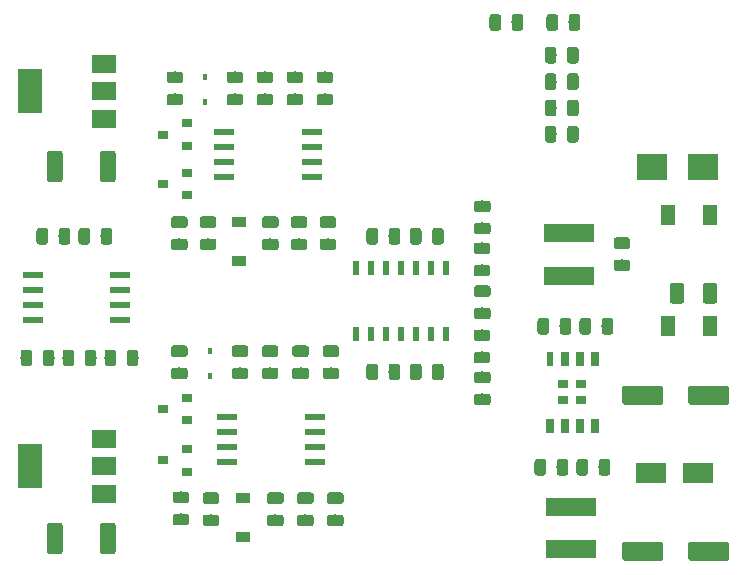
<source format=gbr>
G04 #@! TF.GenerationSoftware,KiCad,Pcbnew,5.1.3-ffb9f22~84~ubuntu19.04.1*
G04 #@! TF.CreationDate,2019-08-06T17:14:25+02:00*
G04 #@! TF.ProjectId,420-transmitter,3432302d-7472-4616-9e73-6d6974746572,rev?*
G04 #@! TF.SameCoordinates,Original*
G04 #@! TF.FileFunction,Paste,Top*
G04 #@! TF.FilePolarity,Positive*
%FSLAX46Y46*%
G04 Gerber Fmt 4.6, Leading zero omitted, Abs format (unit mm)*
G04 Created by KiCad (PCBNEW 5.1.3-ffb9f22~84~ubuntu19.04.1) date 2019-08-06 17:14:25*
%MOMM*%
%LPD*%
G04 APERTURE LIST*
%ADD10R,1.300000X1.700000*%
%ADD11C,0.100000*%
%ADD12C,0.975000*%
%ADD13R,4.200000X1.500000*%
%ADD14R,0.599440X1.198880*%
%ADD15R,2.000000X1.500000*%
%ADD16R,2.000000X3.800000*%
%ADD17R,0.900000X0.800000*%
%ADD18R,2.500000X2.300000*%
%ADD19C,1.250000*%
%ADD20R,2.500000X1.800000*%
%ADD21R,1.750000X0.550000*%
%ADD22C,1.350000*%
%ADD23R,1.200000X0.900000*%
%ADD24R,0.450000X0.600000*%
%ADD25C,1.600000*%
%ADD26R,0.650000X1.310000*%
%ADD27R,0.600000X1.310000*%
%ADD28R,0.900000X0.795000*%
G04 APERTURE END LIST*
D10*
X206966000Y-83058000D03*
X203466000Y-83058000D03*
D11*
G36*
X188141142Y-85210974D02*
G01*
X188164803Y-85214484D01*
X188188007Y-85220296D01*
X188210529Y-85228354D01*
X188232153Y-85238582D01*
X188252670Y-85250879D01*
X188271883Y-85265129D01*
X188289607Y-85281193D01*
X188305671Y-85298917D01*
X188319921Y-85318130D01*
X188332218Y-85338647D01*
X188342446Y-85360271D01*
X188350504Y-85382793D01*
X188356316Y-85405997D01*
X188359826Y-85429658D01*
X188361000Y-85453550D01*
X188361000Y-85941050D01*
X188359826Y-85964942D01*
X188356316Y-85988603D01*
X188350504Y-86011807D01*
X188342446Y-86034329D01*
X188332218Y-86055953D01*
X188319921Y-86076470D01*
X188305671Y-86095683D01*
X188289607Y-86113407D01*
X188271883Y-86129471D01*
X188252670Y-86143721D01*
X188232153Y-86156018D01*
X188210529Y-86166246D01*
X188188007Y-86174304D01*
X188164803Y-86180116D01*
X188141142Y-86183626D01*
X188117250Y-86184800D01*
X187204750Y-86184800D01*
X187180858Y-86183626D01*
X187157197Y-86180116D01*
X187133993Y-86174304D01*
X187111471Y-86166246D01*
X187089847Y-86156018D01*
X187069330Y-86143721D01*
X187050117Y-86129471D01*
X187032393Y-86113407D01*
X187016329Y-86095683D01*
X187002079Y-86076470D01*
X186989782Y-86055953D01*
X186979554Y-86034329D01*
X186971496Y-86011807D01*
X186965684Y-85988603D01*
X186962174Y-85964942D01*
X186961000Y-85941050D01*
X186961000Y-85453550D01*
X186962174Y-85429658D01*
X186965684Y-85405997D01*
X186971496Y-85382793D01*
X186979554Y-85360271D01*
X186989782Y-85338647D01*
X187002079Y-85318130D01*
X187016329Y-85298917D01*
X187032393Y-85281193D01*
X187050117Y-85265129D01*
X187069330Y-85250879D01*
X187089847Y-85238582D01*
X187111471Y-85228354D01*
X187133993Y-85220296D01*
X187157197Y-85214484D01*
X187180858Y-85210974D01*
X187204750Y-85209800D01*
X188117250Y-85209800D01*
X188141142Y-85210974D01*
X188141142Y-85210974D01*
G37*
D12*
X187661000Y-85697300D03*
D11*
G36*
X188141142Y-83335974D02*
G01*
X188164803Y-83339484D01*
X188188007Y-83345296D01*
X188210529Y-83353354D01*
X188232153Y-83363582D01*
X188252670Y-83375879D01*
X188271883Y-83390129D01*
X188289607Y-83406193D01*
X188305671Y-83423917D01*
X188319921Y-83443130D01*
X188332218Y-83463647D01*
X188342446Y-83485271D01*
X188350504Y-83507793D01*
X188356316Y-83530997D01*
X188359826Y-83554658D01*
X188361000Y-83578550D01*
X188361000Y-84066050D01*
X188359826Y-84089942D01*
X188356316Y-84113603D01*
X188350504Y-84136807D01*
X188342446Y-84159329D01*
X188332218Y-84180953D01*
X188319921Y-84201470D01*
X188305671Y-84220683D01*
X188289607Y-84238407D01*
X188271883Y-84254471D01*
X188252670Y-84268721D01*
X188232153Y-84281018D01*
X188210529Y-84291246D01*
X188188007Y-84299304D01*
X188164803Y-84305116D01*
X188141142Y-84308626D01*
X188117250Y-84309800D01*
X187204750Y-84309800D01*
X187180858Y-84308626D01*
X187157197Y-84305116D01*
X187133993Y-84299304D01*
X187111471Y-84291246D01*
X187089847Y-84281018D01*
X187069330Y-84268721D01*
X187050117Y-84254471D01*
X187032393Y-84238407D01*
X187016329Y-84220683D01*
X187002079Y-84201470D01*
X186989782Y-84180953D01*
X186979554Y-84159329D01*
X186971496Y-84136807D01*
X186965684Y-84113603D01*
X186962174Y-84089942D01*
X186961000Y-84066050D01*
X186961000Y-83578550D01*
X186962174Y-83554658D01*
X186965684Y-83530997D01*
X186971496Y-83507793D01*
X186979554Y-83485271D01*
X186989782Y-83463647D01*
X187002079Y-83443130D01*
X187016329Y-83423917D01*
X187032393Y-83406193D01*
X187050117Y-83390129D01*
X187069330Y-83375879D01*
X187089847Y-83363582D01*
X187111471Y-83353354D01*
X187133993Y-83345296D01*
X187157197Y-83339484D01*
X187180858Y-83335974D01*
X187204750Y-83334800D01*
X188117250Y-83334800D01*
X188141142Y-83335974D01*
X188141142Y-83335974D01*
G37*
D12*
X187661000Y-83822300D03*
D11*
G36*
X188141142Y-75969974D02*
G01*
X188164803Y-75973484D01*
X188188007Y-75979296D01*
X188210529Y-75987354D01*
X188232153Y-75997582D01*
X188252670Y-76009879D01*
X188271883Y-76024129D01*
X188289607Y-76040193D01*
X188305671Y-76057917D01*
X188319921Y-76077130D01*
X188332218Y-76097647D01*
X188342446Y-76119271D01*
X188350504Y-76141793D01*
X188356316Y-76164997D01*
X188359826Y-76188658D01*
X188361000Y-76212550D01*
X188361000Y-76700050D01*
X188359826Y-76723942D01*
X188356316Y-76747603D01*
X188350504Y-76770807D01*
X188342446Y-76793329D01*
X188332218Y-76814953D01*
X188319921Y-76835470D01*
X188305671Y-76854683D01*
X188289607Y-76872407D01*
X188271883Y-76888471D01*
X188252670Y-76902721D01*
X188232153Y-76915018D01*
X188210529Y-76925246D01*
X188188007Y-76933304D01*
X188164803Y-76939116D01*
X188141142Y-76942626D01*
X188117250Y-76943800D01*
X187204750Y-76943800D01*
X187180858Y-76942626D01*
X187157197Y-76939116D01*
X187133993Y-76933304D01*
X187111471Y-76925246D01*
X187089847Y-76915018D01*
X187069330Y-76902721D01*
X187050117Y-76888471D01*
X187032393Y-76872407D01*
X187016329Y-76854683D01*
X187002079Y-76835470D01*
X186989782Y-76814953D01*
X186979554Y-76793329D01*
X186971496Y-76770807D01*
X186965684Y-76747603D01*
X186962174Y-76723942D01*
X186961000Y-76700050D01*
X186961000Y-76212550D01*
X186962174Y-76188658D01*
X186965684Y-76164997D01*
X186971496Y-76141793D01*
X186979554Y-76119271D01*
X186989782Y-76097647D01*
X187002079Y-76077130D01*
X187016329Y-76057917D01*
X187032393Y-76040193D01*
X187050117Y-76024129D01*
X187069330Y-76009879D01*
X187089847Y-75997582D01*
X187111471Y-75987354D01*
X187133993Y-75979296D01*
X187157197Y-75973484D01*
X187180858Y-75969974D01*
X187204750Y-75968800D01*
X188117250Y-75968800D01*
X188141142Y-75969974D01*
X188141142Y-75969974D01*
G37*
D12*
X187661000Y-76456300D03*
D11*
G36*
X188141142Y-77844974D02*
G01*
X188164803Y-77848484D01*
X188188007Y-77854296D01*
X188210529Y-77862354D01*
X188232153Y-77872582D01*
X188252670Y-77884879D01*
X188271883Y-77899129D01*
X188289607Y-77915193D01*
X188305671Y-77932917D01*
X188319921Y-77952130D01*
X188332218Y-77972647D01*
X188342446Y-77994271D01*
X188350504Y-78016793D01*
X188356316Y-78039997D01*
X188359826Y-78063658D01*
X188361000Y-78087550D01*
X188361000Y-78575050D01*
X188359826Y-78598942D01*
X188356316Y-78622603D01*
X188350504Y-78645807D01*
X188342446Y-78668329D01*
X188332218Y-78689953D01*
X188319921Y-78710470D01*
X188305671Y-78729683D01*
X188289607Y-78747407D01*
X188271883Y-78763471D01*
X188252670Y-78777721D01*
X188232153Y-78790018D01*
X188210529Y-78800246D01*
X188188007Y-78808304D01*
X188164803Y-78814116D01*
X188141142Y-78817626D01*
X188117250Y-78818800D01*
X187204750Y-78818800D01*
X187180858Y-78817626D01*
X187157197Y-78814116D01*
X187133993Y-78808304D01*
X187111471Y-78800246D01*
X187089847Y-78790018D01*
X187069330Y-78777721D01*
X187050117Y-78763471D01*
X187032393Y-78747407D01*
X187016329Y-78729683D01*
X187002079Y-78710470D01*
X186989782Y-78689953D01*
X186979554Y-78668329D01*
X186971496Y-78645807D01*
X186965684Y-78622603D01*
X186962174Y-78598942D01*
X186961000Y-78575050D01*
X186961000Y-78087550D01*
X186962174Y-78063658D01*
X186965684Y-78039997D01*
X186971496Y-78016793D01*
X186979554Y-77994271D01*
X186989782Y-77972647D01*
X187002079Y-77952130D01*
X187016329Y-77932917D01*
X187032393Y-77915193D01*
X187050117Y-77899129D01*
X187069330Y-77884879D01*
X187089847Y-77872582D01*
X187111471Y-77862354D01*
X187133993Y-77854296D01*
X187157197Y-77848484D01*
X187180858Y-77844974D01*
X187204750Y-77843800D01*
X188117250Y-77843800D01*
X188141142Y-77844974D01*
X188141142Y-77844974D01*
G37*
D12*
X187661000Y-78331300D03*
D11*
G36*
X189068142Y-56629174D02*
G01*
X189091803Y-56632684D01*
X189115007Y-56638496D01*
X189137529Y-56646554D01*
X189159153Y-56656782D01*
X189179670Y-56669079D01*
X189198883Y-56683329D01*
X189216607Y-56699393D01*
X189232671Y-56717117D01*
X189246921Y-56736330D01*
X189259218Y-56756847D01*
X189269446Y-56778471D01*
X189277504Y-56800993D01*
X189283316Y-56824197D01*
X189286826Y-56847858D01*
X189288000Y-56871750D01*
X189288000Y-57784250D01*
X189286826Y-57808142D01*
X189283316Y-57831803D01*
X189277504Y-57855007D01*
X189269446Y-57877529D01*
X189259218Y-57899153D01*
X189246921Y-57919670D01*
X189232671Y-57938883D01*
X189216607Y-57956607D01*
X189198883Y-57972671D01*
X189179670Y-57986921D01*
X189159153Y-57999218D01*
X189137529Y-58009446D01*
X189115007Y-58017504D01*
X189091803Y-58023316D01*
X189068142Y-58026826D01*
X189044250Y-58028000D01*
X188556750Y-58028000D01*
X188532858Y-58026826D01*
X188509197Y-58023316D01*
X188485993Y-58017504D01*
X188463471Y-58009446D01*
X188441847Y-57999218D01*
X188421330Y-57986921D01*
X188402117Y-57972671D01*
X188384393Y-57956607D01*
X188368329Y-57938883D01*
X188354079Y-57919670D01*
X188341782Y-57899153D01*
X188331554Y-57877529D01*
X188323496Y-57855007D01*
X188317684Y-57831803D01*
X188314174Y-57808142D01*
X188313000Y-57784250D01*
X188313000Y-56871750D01*
X188314174Y-56847858D01*
X188317684Y-56824197D01*
X188323496Y-56800993D01*
X188331554Y-56778471D01*
X188341782Y-56756847D01*
X188354079Y-56736330D01*
X188368329Y-56717117D01*
X188384393Y-56699393D01*
X188402117Y-56683329D01*
X188421330Y-56669079D01*
X188441847Y-56656782D01*
X188463471Y-56646554D01*
X188485993Y-56638496D01*
X188509197Y-56632684D01*
X188532858Y-56629174D01*
X188556750Y-56628000D01*
X189044250Y-56628000D01*
X189068142Y-56629174D01*
X189068142Y-56629174D01*
G37*
D12*
X188800500Y-57328000D03*
D11*
G36*
X190943142Y-56629174D02*
G01*
X190966803Y-56632684D01*
X190990007Y-56638496D01*
X191012529Y-56646554D01*
X191034153Y-56656782D01*
X191054670Y-56669079D01*
X191073883Y-56683329D01*
X191091607Y-56699393D01*
X191107671Y-56717117D01*
X191121921Y-56736330D01*
X191134218Y-56756847D01*
X191144446Y-56778471D01*
X191152504Y-56800993D01*
X191158316Y-56824197D01*
X191161826Y-56847858D01*
X191163000Y-56871750D01*
X191163000Y-57784250D01*
X191161826Y-57808142D01*
X191158316Y-57831803D01*
X191152504Y-57855007D01*
X191144446Y-57877529D01*
X191134218Y-57899153D01*
X191121921Y-57919670D01*
X191107671Y-57938883D01*
X191091607Y-57956607D01*
X191073883Y-57972671D01*
X191054670Y-57986921D01*
X191034153Y-57999218D01*
X191012529Y-58009446D01*
X190990007Y-58017504D01*
X190966803Y-58023316D01*
X190943142Y-58026826D01*
X190919250Y-58028000D01*
X190431750Y-58028000D01*
X190407858Y-58026826D01*
X190384197Y-58023316D01*
X190360993Y-58017504D01*
X190338471Y-58009446D01*
X190316847Y-57999218D01*
X190296330Y-57986921D01*
X190277117Y-57972671D01*
X190259393Y-57956607D01*
X190243329Y-57938883D01*
X190229079Y-57919670D01*
X190216782Y-57899153D01*
X190206554Y-57877529D01*
X190198496Y-57855007D01*
X190192684Y-57831803D01*
X190189174Y-57808142D01*
X190188000Y-57784250D01*
X190188000Y-56871750D01*
X190189174Y-56847858D01*
X190192684Y-56824197D01*
X190198496Y-56800993D01*
X190206554Y-56778471D01*
X190216782Y-56756847D01*
X190229079Y-56736330D01*
X190243329Y-56717117D01*
X190259393Y-56699393D01*
X190277117Y-56683329D01*
X190296330Y-56669079D01*
X190316847Y-56656782D01*
X190338471Y-56646554D01*
X190360993Y-56638496D01*
X190384197Y-56632684D01*
X190407858Y-56629174D01*
X190431750Y-56628000D01*
X190919250Y-56628000D01*
X190943142Y-56629174D01*
X190943142Y-56629174D01*
G37*
D12*
X190675500Y-57328000D03*
D11*
G36*
X195769142Y-56629174D02*
G01*
X195792803Y-56632684D01*
X195816007Y-56638496D01*
X195838529Y-56646554D01*
X195860153Y-56656782D01*
X195880670Y-56669079D01*
X195899883Y-56683329D01*
X195917607Y-56699393D01*
X195933671Y-56717117D01*
X195947921Y-56736330D01*
X195960218Y-56756847D01*
X195970446Y-56778471D01*
X195978504Y-56800993D01*
X195984316Y-56824197D01*
X195987826Y-56847858D01*
X195989000Y-56871750D01*
X195989000Y-57784250D01*
X195987826Y-57808142D01*
X195984316Y-57831803D01*
X195978504Y-57855007D01*
X195970446Y-57877529D01*
X195960218Y-57899153D01*
X195947921Y-57919670D01*
X195933671Y-57938883D01*
X195917607Y-57956607D01*
X195899883Y-57972671D01*
X195880670Y-57986921D01*
X195860153Y-57999218D01*
X195838529Y-58009446D01*
X195816007Y-58017504D01*
X195792803Y-58023316D01*
X195769142Y-58026826D01*
X195745250Y-58028000D01*
X195257750Y-58028000D01*
X195233858Y-58026826D01*
X195210197Y-58023316D01*
X195186993Y-58017504D01*
X195164471Y-58009446D01*
X195142847Y-57999218D01*
X195122330Y-57986921D01*
X195103117Y-57972671D01*
X195085393Y-57956607D01*
X195069329Y-57938883D01*
X195055079Y-57919670D01*
X195042782Y-57899153D01*
X195032554Y-57877529D01*
X195024496Y-57855007D01*
X195018684Y-57831803D01*
X195015174Y-57808142D01*
X195014000Y-57784250D01*
X195014000Y-56871750D01*
X195015174Y-56847858D01*
X195018684Y-56824197D01*
X195024496Y-56800993D01*
X195032554Y-56778471D01*
X195042782Y-56756847D01*
X195055079Y-56736330D01*
X195069329Y-56717117D01*
X195085393Y-56699393D01*
X195103117Y-56683329D01*
X195122330Y-56669079D01*
X195142847Y-56656782D01*
X195164471Y-56646554D01*
X195186993Y-56638496D01*
X195210197Y-56632684D01*
X195233858Y-56629174D01*
X195257750Y-56628000D01*
X195745250Y-56628000D01*
X195769142Y-56629174D01*
X195769142Y-56629174D01*
G37*
D12*
X195501500Y-57328000D03*
D11*
G36*
X193894142Y-56629174D02*
G01*
X193917803Y-56632684D01*
X193941007Y-56638496D01*
X193963529Y-56646554D01*
X193985153Y-56656782D01*
X194005670Y-56669079D01*
X194024883Y-56683329D01*
X194042607Y-56699393D01*
X194058671Y-56717117D01*
X194072921Y-56736330D01*
X194085218Y-56756847D01*
X194095446Y-56778471D01*
X194103504Y-56800993D01*
X194109316Y-56824197D01*
X194112826Y-56847858D01*
X194114000Y-56871750D01*
X194114000Y-57784250D01*
X194112826Y-57808142D01*
X194109316Y-57831803D01*
X194103504Y-57855007D01*
X194095446Y-57877529D01*
X194085218Y-57899153D01*
X194072921Y-57919670D01*
X194058671Y-57938883D01*
X194042607Y-57956607D01*
X194024883Y-57972671D01*
X194005670Y-57986921D01*
X193985153Y-57999218D01*
X193963529Y-58009446D01*
X193941007Y-58017504D01*
X193917803Y-58023316D01*
X193894142Y-58026826D01*
X193870250Y-58028000D01*
X193382750Y-58028000D01*
X193358858Y-58026826D01*
X193335197Y-58023316D01*
X193311993Y-58017504D01*
X193289471Y-58009446D01*
X193267847Y-57999218D01*
X193247330Y-57986921D01*
X193228117Y-57972671D01*
X193210393Y-57956607D01*
X193194329Y-57938883D01*
X193180079Y-57919670D01*
X193167782Y-57899153D01*
X193157554Y-57877529D01*
X193149496Y-57855007D01*
X193143684Y-57831803D01*
X193140174Y-57808142D01*
X193139000Y-57784250D01*
X193139000Y-56871750D01*
X193140174Y-56847858D01*
X193143684Y-56824197D01*
X193149496Y-56800993D01*
X193157554Y-56778471D01*
X193167782Y-56756847D01*
X193180079Y-56736330D01*
X193194329Y-56717117D01*
X193210393Y-56699393D01*
X193228117Y-56683329D01*
X193247330Y-56669079D01*
X193267847Y-56656782D01*
X193289471Y-56646554D01*
X193311993Y-56638496D01*
X193335197Y-56632684D01*
X193358858Y-56629174D01*
X193382750Y-56628000D01*
X193870250Y-56628000D01*
X193894142Y-56629174D01*
X193894142Y-56629174D01*
G37*
D12*
X193626500Y-57328000D03*
D13*
X195199000Y-101926800D03*
X195199000Y-98326800D03*
X195072000Y-78762000D03*
X195072000Y-75162000D03*
D14*
X177038000Y-83748880D03*
X178308000Y-83748880D03*
X179578000Y-83748880D03*
X180848000Y-83748880D03*
X182118000Y-83748880D03*
X183388000Y-83748880D03*
X184658000Y-83748880D03*
X184658000Y-78150720D03*
X183388000Y-78150720D03*
X182118000Y-78150720D03*
X180848000Y-78150720D03*
X179578000Y-78150720D03*
X178308000Y-78150720D03*
X177038000Y-78150720D03*
D15*
X155677000Y-65469800D03*
X155677000Y-60869800D03*
X155677000Y-63169800D03*
D16*
X149377000Y-63169800D03*
D15*
X155677000Y-97219800D03*
X155677000Y-92619800D03*
X155677000Y-94919800D03*
D16*
X149377000Y-94919800D03*
D17*
X160686000Y-71024000D03*
X162686000Y-70074000D03*
X162686000Y-71974000D03*
X160686000Y-94411800D03*
X162686000Y-93461800D03*
X162686000Y-95361800D03*
X160686000Y-66833000D03*
X162686000Y-65883000D03*
X162686000Y-67783000D03*
X160686000Y-90074000D03*
X162686000Y-89124000D03*
X162686000Y-91024000D03*
D18*
X202066000Y-69596000D03*
X206366000Y-69596000D03*
D11*
G36*
X207385504Y-79390204D02*
G01*
X207409773Y-79393804D01*
X207433571Y-79399765D01*
X207456671Y-79408030D01*
X207478849Y-79418520D01*
X207499893Y-79431133D01*
X207519598Y-79445747D01*
X207537777Y-79462223D01*
X207554253Y-79480402D01*
X207568867Y-79500107D01*
X207581480Y-79521151D01*
X207591970Y-79543329D01*
X207600235Y-79566429D01*
X207606196Y-79590227D01*
X207609796Y-79614496D01*
X207611000Y-79639000D01*
X207611000Y-80889000D01*
X207609796Y-80913504D01*
X207606196Y-80937773D01*
X207600235Y-80961571D01*
X207591970Y-80984671D01*
X207581480Y-81006849D01*
X207568867Y-81027893D01*
X207554253Y-81047598D01*
X207537777Y-81065777D01*
X207519598Y-81082253D01*
X207499893Y-81096867D01*
X207478849Y-81109480D01*
X207456671Y-81119970D01*
X207433571Y-81128235D01*
X207409773Y-81134196D01*
X207385504Y-81137796D01*
X207361000Y-81139000D01*
X206611000Y-81139000D01*
X206586496Y-81137796D01*
X206562227Y-81134196D01*
X206538429Y-81128235D01*
X206515329Y-81119970D01*
X206493151Y-81109480D01*
X206472107Y-81096867D01*
X206452402Y-81082253D01*
X206434223Y-81065777D01*
X206417747Y-81047598D01*
X206403133Y-81027893D01*
X206390520Y-81006849D01*
X206380030Y-80984671D01*
X206371765Y-80961571D01*
X206365804Y-80937773D01*
X206362204Y-80913504D01*
X206361000Y-80889000D01*
X206361000Y-79639000D01*
X206362204Y-79614496D01*
X206365804Y-79590227D01*
X206371765Y-79566429D01*
X206380030Y-79543329D01*
X206390520Y-79521151D01*
X206403133Y-79500107D01*
X206417747Y-79480402D01*
X206434223Y-79462223D01*
X206452402Y-79445747D01*
X206472107Y-79431133D01*
X206493151Y-79418520D01*
X206515329Y-79408030D01*
X206538429Y-79399765D01*
X206562227Y-79393804D01*
X206586496Y-79390204D01*
X206611000Y-79389000D01*
X207361000Y-79389000D01*
X207385504Y-79390204D01*
X207385504Y-79390204D01*
G37*
D19*
X206986000Y-80264000D03*
D11*
G36*
X204585504Y-79390204D02*
G01*
X204609773Y-79393804D01*
X204633571Y-79399765D01*
X204656671Y-79408030D01*
X204678849Y-79418520D01*
X204699893Y-79431133D01*
X204719598Y-79445747D01*
X204737777Y-79462223D01*
X204754253Y-79480402D01*
X204768867Y-79500107D01*
X204781480Y-79521151D01*
X204791970Y-79543329D01*
X204800235Y-79566429D01*
X204806196Y-79590227D01*
X204809796Y-79614496D01*
X204811000Y-79639000D01*
X204811000Y-80889000D01*
X204809796Y-80913504D01*
X204806196Y-80937773D01*
X204800235Y-80961571D01*
X204791970Y-80984671D01*
X204781480Y-81006849D01*
X204768867Y-81027893D01*
X204754253Y-81047598D01*
X204737777Y-81065777D01*
X204719598Y-81082253D01*
X204699893Y-81096867D01*
X204678849Y-81109480D01*
X204656671Y-81119970D01*
X204633571Y-81128235D01*
X204609773Y-81134196D01*
X204585504Y-81137796D01*
X204561000Y-81139000D01*
X203811000Y-81139000D01*
X203786496Y-81137796D01*
X203762227Y-81134196D01*
X203738429Y-81128235D01*
X203715329Y-81119970D01*
X203693151Y-81109480D01*
X203672107Y-81096867D01*
X203652402Y-81082253D01*
X203634223Y-81065777D01*
X203617747Y-81047598D01*
X203603133Y-81027893D01*
X203590520Y-81006849D01*
X203580030Y-80984671D01*
X203571765Y-80961571D01*
X203565804Y-80937773D01*
X203562204Y-80913504D01*
X203561000Y-80889000D01*
X203561000Y-79639000D01*
X203562204Y-79614496D01*
X203565804Y-79590227D01*
X203571765Y-79566429D01*
X203580030Y-79543329D01*
X203590520Y-79521151D01*
X203603133Y-79500107D01*
X203617747Y-79480402D01*
X203634223Y-79462223D01*
X203652402Y-79445747D01*
X203672107Y-79431133D01*
X203693151Y-79418520D01*
X203715329Y-79408030D01*
X203738429Y-79399765D01*
X203762227Y-79393804D01*
X203786496Y-79390204D01*
X203811000Y-79389000D01*
X204561000Y-79389000D01*
X204585504Y-79390204D01*
X204585504Y-79390204D01*
G37*
D19*
X204186000Y-80264000D03*
D11*
G36*
X193762142Y-61642674D02*
G01*
X193785803Y-61646184D01*
X193809007Y-61651996D01*
X193831529Y-61660054D01*
X193853153Y-61670282D01*
X193873670Y-61682579D01*
X193892883Y-61696829D01*
X193910607Y-61712893D01*
X193926671Y-61730617D01*
X193940921Y-61749830D01*
X193953218Y-61770347D01*
X193963446Y-61791971D01*
X193971504Y-61814493D01*
X193977316Y-61837697D01*
X193980826Y-61861358D01*
X193982000Y-61885250D01*
X193982000Y-62797750D01*
X193980826Y-62821642D01*
X193977316Y-62845303D01*
X193971504Y-62868507D01*
X193963446Y-62891029D01*
X193953218Y-62912653D01*
X193940921Y-62933170D01*
X193926671Y-62952383D01*
X193910607Y-62970107D01*
X193892883Y-62986171D01*
X193873670Y-63000421D01*
X193853153Y-63012718D01*
X193831529Y-63022946D01*
X193809007Y-63031004D01*
X193785803Y-63036816D01*
X193762142Y-63040326D01*
X193738250Y-63041500D01*
X193250750Y-63041500D01*
X193226858Y-63040326D01*
X193203197Y-63036816D01*
X193179993Y-63031004D01*
X193157471Y-63022946D01*
X193135847Y-63012718D01*
X193115330Y-63000421D01*
X193096117Y-62986171D01*
X193078393Y-62970107D01*
X193062329Y-62952383D01*
X193048079Y-62933170D01*
X193035782Y-62912653D01*
X193025554Y-62891029D01*
X193017496Y-62868507D01*
X193011684Y-62845303D01*
X193008174Y-62821642D01*
X193007000Y-62797750D01*
X193007000Y-61885250D01*
X193008174Y-61861358D01*
X193011684Y-61837697D01*
X193017496Y-61814493D01*
X193025554Y-61791971D01*
X193035782Y-61770347D01*
X193048079Y-61749830D01*
X193062329Y-61730617D01*
X193078393Y-61712893D01*
X193096117Y-61696829D01*
X193115330Y-61682579D01*
X193135847Y-61670282D01*
X193157471Y-61660054D01*
X193179993Y-61651996D01*
X193203197Y-61646184D01*
X193226858Y-61642674D01*
X193250750Y-61641500D01*
X193738250Y-61641500D01*
X193762142Y-61642674D01*
X193762142Y-61642674D01*
G37*
D12*
X193494500Y-62341500D03*
D11*
G36*
X195637142Y-61642674D02*
G01*
X195660803Y-61646184D01*
X195684007Y-61651996D01*
X195706529Y-61660054D01*
X195728153Y-61670282D01*
X195748670Y-61682579D01*
X195767883Y-61696829D01*
X195785607Y-61712893D01*
X195801671Y-61730617D01*
X195815921Y-61749830D01*
X195828218Y-61770347D01*
X195838446Y-61791971D01*
X195846504Y-61814493D01*
X195852316Y-61837697D01*
X195855826Y-61861358D01*
X195857000Y-61885250D01*
X195857000Y-62797750D01*
X195855826Y-62821642D01*
X195852316Y-62845303D01*
X195846504Y-62868507D01*
X195838446Y-62891029D01*
X195828218Y-62912653D01*
X195815921Y-62933170D01*
X195801671Y-62952383D01*
X195785607Y-62970107D01*
X195767883Y-62986171D01*
X195748670Y-63000421D01*
X195728153Y-63012718D01*
X195706529Y-63022946D01*
X195684007Y-63031004D01*
X195660803Y-63036816D01*
X195637142Y-63040326D01*
X195613250Y-63041500D01*
X195125750Y-63041500D01*
X195101858Y-63040326D01*
X195078197Y-63036816D01*
X195054993Y-63031004D01*
X195032471Y-63022946D01*
X195010847Y-63012718D01*
X194990330Y-63000421D01*
X194971117Y-62986171D01*
X194953393Y-62970107D01*
X194937329Y-62952383D01*
X194923079Y-62933170D01*
X194910782Y-62912653D01*
X194900554Y-62891029D01*
X194892496Y-62868507D01*
X194886684Y-62845303D01*
X194883174Y-62821642D01*
X194882000Y-62797750D01*
X194882000Y-61885250D01*
X194883174Y-61861358D01*
X194886684Y-61837697D01*
X194892496Y-61814493D01*
X194900554Y-61791971D01*
X194910782Y-61770347D01*
X194923079Y-61749830D01*
X194937329Y-61730617D01*
X194953393Y-61712893D01*
X194971117Y-61696829D01*
X194990330Y-61682579D01*
X195010847Y-61670282D01*
X195032471Y-61660054D01*
X195054993Y-61651996D01*
X195078197Y-61646184D01*
X195101858Y-61642674D01*
X195125750Y-61641500D01*
X195613250Y-61641500D01*
X195637142Y-61642674D01*
X195637142Y-61642674D01*
G37*
D12*
X195369500Y-62341500D03*
D20*
X205962000Y-95504000D03*
X201962000Y-95504000D03*
D21*
X157040000Y-78745000D03*
X157040000Y-80015000D03*
X157040000Y-81285000D03*
X157040000Y-82555000D03*
X149640000Y-82555000D03*
X149640000Y-81285000D03*
X149640000Y-80015000D03*
X149640000Y-78745000D03*
X165845000Y-70408800D03*
X165845000Y-69138800D03*
X165845000Y-67868800D03*
X165845000Y-66598800D03*
X173245000Y-66598800D03*
X173245000Y-67868800D03*
X173245000Y-69138800D03*
X173245000Y-70408800D03*
D11*
G36*
X156446505Y-68196004D02*
G01*
X156470773Y-68199604D01*
X156494572Y-68205565D01*
X156517671Y-68213830D01*
X156539850Y-68224320D01*
X156560893Y-68236932D01*
X156580599Y-68251547D01*
X156598777Y-68268023D01*
X156615253Y-68286201D01*
X156629868Y-68305907D01*
X156642480Y-68326950D01*
X156652970Y-68349129D01*
X156661235Y-68372228D01*
X156667196Y-68396027D01*
X156670796Y-68420295D01*
X156672000Y-68444799D01*
X156672000Y-70594801D01*
X156670796Y-70619305D01*
X156667196Y-70643573D01*
X156661235Y-70667372D01*
X156652970Y-70690471D01*
X156642480Y-70712650D01*
X156629868Y-70733693D01*
X156615253Y-70753399D01*
X156598777Y-70771577D01*
X156580599Y-70788053D01*
X156560893Y-70802668D01*
X156539850Y-70815280D01*
X156517671Y-70825770D01*
X156494572Y-70834035D01*
X156470773Y-70839996D01*
X156446505Y-70843596D01*
X156422001Y-70844800D01*
X155571999Y-70844800D01*
X155547495Y-70843596D01*
X155523227Y-70839996D01*
X155499428Y-70834035D01*
X155476329Y-70825770D01*
X155454150Y-70815280D01*
X155433107Y-70802668D01*
X155413401Y-70788053D01*
X155395223Y-70771577D01*
X155378747Y-70753399D01*
X155364132Y-70733693D01*
X155351520Y-70712650D01*
X155341030Y-70690471D01*
X155332765Y-70667372D01*
X155326804Y-70643573D01*
X155323204Y-70619305D01*
X155322000Y-70594801D01*
X155322000Y-68444799D01*
X155323204Y-68420295D01*
X155326804Y-68396027D01*
X155332765Y-68372228D01*
X155341030Y-68349129D01*
X155351520Y-68326950D01*
X155364132Y-68305907D01*
X155378747Y-68286201D01*
X155395223Y-68268023D01*
X155413401Y-68251547D01*
X155433107Y-68236932D01*
X155454150Y-68224320D01*
X155476329Y-68213830D01*
X155499428Y-68205565D01*
X155523227Y-68199604D01*
X155547495Y-68196004D01*
X155571999Y-68194800D01*
X156422001Y-68194800D01*
X156446505Y-68196004D01*
X156446505Y-68196004D01*
G37*
D22*
X155997000Y-69519800D03*
D11*
G36*
X151946505Y-68196004D02*
G01*
X151970773Y-68199604D01*
X151994572Y-68205565D01*
X152017671Y-68213830D01*
X152039850Y-68224320D01*
X152060893Y-68236932D01*
X152080599Y-68251547D01*
X152098777Y-68268023D01*
X152115253Y-68286201D01*
X152129868Y-68305907D01*
X152142480Y-68326950D01*
X152152970Y-68349129D01*
X152161235Y-68372228D01*
X152167196Y-68396027D01*
X152170796Y-68420295D01*
X152172000Y-68444799D01*
X152172000Y-70594801D01*
X152170796Y-70619305D01*
X152167196Y-70643573D01*
X152161235Y-70667372D01*
X152152970Y-70690471D01*
X152142480Y-70712650D01*
X152129868Y-70733693D01*
X152115253Y-70753399D01*
X152098777Y-70771577D01*
X152080599Y-70788053D01*
X152060893Y-70802668D01*
X152039850Y-70815280D01*
X152017671Y-70825770D01*
X151994572Y-70834035D01*
X151970773Y-70839996D01*
X151946505Y-70843596D01*
X151922001Y-70844800D01*
X151071999Y-70844800D01*
X151047495Y-70843596D01*
X151023227Y-70839996D01*
X150999428Y-70834035D01*
X150976329Y-70825770D01*
X150954150Y-70815280D01*
X150933107Y-70802668D01*
X150913401Y-70788053D01*
X150895223Y-70771577D01*
X150878747Y-70753399D01*
X150864132Y-70733693D01*
X150851520Y-70712650D01*
X150841030Y-70690471D01*
X150832765Y-70667372D01*
X150826804Y-70643573D01*
X150823204Y-70619305D01*
X150822000Y-70594801D01*
X150822000Y-68444799D01*
X150823204Y-68420295D01*
X150826804Y-68396027D01*
X150832765Y-68372228D01*
X150841030Y-68349129D01*
X150851520Y-68326950D01*
X150864132Y-68305907D01*
X150878747Y-68286201D01*
X150895223Y-68268023D01*
X150913401Y-68251547D01*
X150933107Y-68236932D01*
X150954150Y-68224320D01*
X150976329Y-68213830D01*
X150999428Y-68205565D01*
X151023227Y-68199604D01*
X151047495Y-68196004D01*
X151071999Y-68194800D01*
X151922001Y-68194800D01*
X151946505Y-68196004D01*
X151946505Y-68196004D01*
G37*
D22*
X151497000Y-69519800D03*
D11*
G36*
X151243142Y-85031174D02*
G01*
X151266803Y-85034684D01*
X151290007Y-85040496D01*
X151312529Y-85048554D01*
X151334153Y-85058782D01*
X151354670Y-85071079D01*
X151373883Y-85085329D01*
X151391607Y-85101393D01*
X151407671Y-85119117D01*
X151421921Y-85138330D01*
X151434218Y-85158847D01*
X151444446Y-85180471D01*
X151452504Y-85202993D01*
X151458316Y-85226197D01*
X151461826Y-85249858D01*
X151463000Y-85273750D01*
X151463000Y-86186250D01*
X151461826Y-86210142D01*
X151458316Y-86233803D01*
X151452504Y-86257007D01*
X151444446Y-86279529D01*
X151434218Y-86301153D01*
X151421921Y-86321670D01*
X151407671Y-86340883D01*
X151391607Y-86358607D01*
X151373883Y-86374671D01*
X151354670Y-86388921D01*
X151334153Y-86401218D01*
X151312529Y-86411446D01*
X151290007Y-86419504D01*
X151266803Y-86425316D01*
X151243142Y-86428826D01*
X151219250Y-86430000D01*
X150731750Y-86430000D01*
X150707858Y-86428826D01*
X150684197Y-86425316D01*
X150660993Y-86419504D01*
X150638471Y-86411446D01*
X150616847Y-86401218D01*
X150596330Y-86388921D01*
X150577117Y-86374671D01*
X150559393Y-86358607D01*
X150543329Y-86340883D01*
X150529079Y-86321670D01*
X150516782Y-86301153D01*
X150506554Y-86279529D01*
X150498496Y-86257007D01*
X150492684Y-86233803D01*
X150489174Y-86210142D01*
X150488000Y-86186250D01*
X150488000Y-85273750D01*
X150489174Y-85249858D01*
X150492684Y-85226197D01*
X150498496Y-85202993D01*
X150506554Y-85180471D01*
X150516782Y-85158847D01*
X150529079Y-85138330D01*
X150543329Y-85119117D01*
X150559393Y-85101393D01*
X150577117Y-85085329D01*
X150596330Y-85071079D01*
X150616847Y-85058782D01*
X150638471Y-85048554D01*
X150660993Y-85040496D01*
X150684197Y-85034684D01*
X150707858Y-85031174D01*
X150731750Y-85030000D01*
X151219250Y-85030000D01*
X151243142Y-85031174D01*
X151243142Y-85031174D01*
G37*
D12*
X150975500Y-85730000D03*
D11*
G36*
X149368142Y-85031174D02*
G01*
X149391803Y-85034684D01*
X149415007Y-85040496D01*
X149437529Y-85048554D01*
X149459153Y-85058782D01*
X149479670Y-85071079D01*
X149498883Y-85085329D01*
X149516607Y-85101393D01*
X149532671Y-85119117D01*
X149546921Y-85138330D01*
X149559218Y-85158847D01*
X149569446Y-85180471D01*
X149577504Y-85202993D01*
X149583316Y-85226197D01*
X149586826Y-85249858D01*
X149588000Y-85273750D01*
X149588000Y-86186250D01*
X149586826Y-86210142D01*
X149583316Y-86233803D01*
X149577504Y-86257007D01*
X149569446Y-86279529D01*
X149559218Y-86301153D01*
X149546921Y-86321670D01*
X149532671Y-86340883D01*
X149516607Y-86358607D01*
X149498883Y-86374671D01*
X149479670Y-86388921D01*
X149459153Y-86401218D01*
X149437529Y-86411446D01*
X149415007Y-86419504D01*
X149391803Y-86425316D01*
X149368142Y-86428826D01*
X149344250Y-86430000D01*
X148856750Y-86430000D01*
X148832858Y-86428826D01*
X148809197Y-86425316D01*
X148785993Y-86419504D01*
X148763471Y-86411446D01*
X148741847Y-86401218D01*
X148721330Y-86388921D01*
X148702117Y-86374671D01*
X148684393Y-86358607D01*
X148668329Y-86340883D01*
X148654079Y-86321670D01*
X148641782Y-86301153D01*
X148631554Y-86279529D01*
X148623496Y-86257007D01*
X148617684Y-86233803D01*
X148614174Y-86210142D01*
X148613000Y-86186250D01*
X148613000Y-85273750D01*
X148614174Y-85249858D01*
X148617684Y-85226197D01*
X148623496Y-85202993D01*
X148631554Y-85180471D01*
X148641782Y-85158847D01*
X148654079Y-85138330D01*
X148668329Y-85119117D01*
X148684393Y-85101393D01*
X148702117Y-85085329D01*
X148721330Y-85071079D01*
X148741847Y-85058782D01*
X148763471Y-85048554D01*
X148785993Y-85040496D01*
X148809197Y-85034684D01*
X148832858Y-85031174D01*
X148856750Y-85030000D01*
X149344250Y-85030000D01*
X149368142Y-85031174D01*
X149368142Y-85031174D01*
G37*
D12*
X149100500Y-85730000D03*
D11*
G36*
X152924142Y-85031174D02*
G01*
X152947803Y-85034684D01*
X152971007Y-85040496D01*
X152993529Y-85048554D01*
X153015153Y-85058782D01*
X153035670Y-85071079D01*
X153054883Y-85085329D01*
X153072607Y-85101393D01*
X153088671Y-85119117D01*
X153102921Y-85138330D01*
X153115218Y-85158847D01*
X153125446Y-85180471D01*
X153133504Y-85202993D01*
X153139316Y-85226197D01*
X153142826Y-85249858D01*
X153144000Y-85273750D01*
X153144000Y-86186250D01*
X153142826Y-86210142D01*
X153139316Y-86233803D01*
X153133504Y-86257007D01*
X153125446Y-86279529D01*
X153115218Y-86301153D01*
X153102921Y-86321670D01*
X153088671Y-86340883D01*
X153072607Y-86358607D01*
X153054883Y-86374671D01*
X153035670Y-86388921D01*
X153015153Y-86401218D01*
X152993529Y-86411446D01*
X152971007Y-86419504D01*
X152947803Y-86425316D01*
X152924142Y-86428826D01*
X152900250Y-86430000D01*
X152412750Y-86430000D01*
X152388858Y-86428826D01*
X152365197Y-86425316D01*
X152341993Y-86419504D01*
X152319471Y-86411446D01*
X152297847Y-86401218D01*
X152277330Y-86388921D01*
X152258117Y-86374671D01*
X152240393Y-86358607D01*
X152224329Y-86340883D01*
X152210079Y-86321670D01*
X152197782Y-86301153D01*
X152187554Y-86279529D01*
X152179496Y-86257007D01*
X152173684Y-86233803D01*
X152170174Y-86210142D01*
X152169000Y-86186250D01*
X152169000Y-85273750D01*
X152170174Y-85249858D01*
X152173684Y-85226197D01*
X152179496Y-85202993D01*
X152187554Y-85180471D01*
X152197782Y-85158847D01*
X152210079Y-85138330D01*
X152224329Y-85119117D01*
X152240393Y-85101393D01*
X152258117Y-85085329D01*
X152277330Y-85071079D01*
X152297847Y-85058782D01*
X152319471Y-85048554D01*
X152341993Y-85040496D01*
X152365197Y-85034684D01*
X152388858Y-85031174D01*
X152412750Y-85030000D01*
X152900250Y-85030000D01*
X152924142Y-85031174D01*
X152924142Y-85031174D01*
G37*
D12*
X152656500Y-85730000D03*
D11*
G36*
X154799142Y-85031174D02*
G01*
X154822803Y-85034684D01*
X154846007Y-85040496D01*
X154868529Y-85048554D01*
X154890153Y-85058782D01*
X154910670Y-85071079D01*
X154929883Y-85085329D01*
X154947607Y-85101393D01*
X154963671Y-85119117D01*
X154977921Y-85138330D01*
X154990218Y-85158847D01*
X155000446Y-85180471D01*
X155008504Y-85202993D01*
X155014316Y-85226197D01*
X155017826Y-85249858D01*
X155019000Y-85273750D01*
X155019000Y-86186250D01*
X155017826Y-86210142D01*
X155014316Y-86233803D01*
X155008504Y-86257007D01*
X155000446Y-86279529D01*
X154990218Y-86301153D01*
X154977921Y-86321670D01*
X154963671Y-86340883D01*
X154947607Y-86358607D01*
X154929883Y-86374671D01*
X154910670Y-86388921D01*
X154890153Y-86401218D01*
X154868529Y-86411446D01*
X154846007Y-86419504D01*
X154822803Y-86425316D01*
X154799142Y-86428826D01*
X154775250Y-86430000D01*
X154287750Y-86430000D01*
X154263858Y-86428826D01*
X154240197Y-86425316D01*
X154216993Y-86419504D01*
X154194471Y-86411446D01*
X154172847Y-86401218D01*
X154152330Y-86388921D01*
X154133117Y-86374671D01*
X154115393Y-86358607D01*
X154099329Y-86340883D01*
X154085079Y-86321670D01*
X154072782Y-86301153D01*
X154062554Y-86279529D01*
X154054496Y-86257007D01*
X154048684Y-86233803D01*
X154045174Y-86210142D01*
X154044000Y-86186250D01*
X154044000Y-85273750D01*
X154045174Y-85249858D01*
X154048684Y-85226197D01*
X154054496Y-85202993D01*
X154062554Y-85180471D01*
X154072782Y-85158847D01*
X154085079Y-85138330D01*
X154099329Y-85119117D01*
X154115393Y-85101393D01*
X154133117Y-85085329D01*
X154152330Y-85071079D01*
X154172847Y-85058782D01*
X154194471Y-85048554D01*
X154216993Y-85040496D01*
X154240197Y-85034684D01*
X154263858Y-85031174D01*
X154287750Y-85030000D01*
X154775250Y-85030000D01*
X154799142Y-85031174D01*
X154799142Y-85031174D01*
G37*
D12*
X154531500Y-85730000D03*
D11*
G36*
X156480142Y-85031174D02*
G01*
X156503803Y-85034684D01*
X156527007Y-85040496D01*
X156549529Y-85048554D01*
X156571153Y-85058782D01*
X156591670Y-85071079D01*
X156610883Y-85085329D01*
X156628607Y-85101393D01*
X156644671Y-85119117D01*
X156658921Y-85138330D01*
X156671218Y-85158847D01*
X156681446Y-85180471D01*
X156689504Y-85202993D01*
X156695316Y-85226197D01*
X156698826Y-85249858D01*
X156700000Y-85273750D01*
X156700000Y-86186250D01*
X156698826Y-86210142D01*
X156695316Y-86233803D01*
X156689504Y-86257007D01*
X156681446Y-86279529D01*
X156671218Y-86301153D01*
X156658921Y-86321670D01*
X156644671Y-86340883D01*
X156628607Y-86358607D01*
X156610883Y-86374671D01*
X156591670Y-86388921D01*
X156571153Y-86401218D01*
X156549529Y-86411446D01*
X156527007Y-86419504D01*
X156503803Y-86425316D01*
X156480142Y-86428826D01*
X156456250Y-86430000D01*
X155968750Y-86430000D01*
X155944858Y-86428826D01*
X155921197Y-86425316D01*
X155897993Y-86419504D01*
X155875471Y-86411446D01*
X155853847Y-86401218D01*
X155833330Y-86388921D01*
X155814117Y-86374671D01*
X155796393Y-86358607D01*
X155780329Y-86340883D01*
X155766079Y-86321670D01*
X155753782Y-86301153D01*
X155743554Y-86279529D01*
X155735496Y-86257007D01*
X155729684Y-86233803D01*
X155726174Y-86210142D01*
X155725000Y-86186250D01*
X155725000Y-85273750D01*
X155726174Y-85249858D01*
X155729684Y-85226197D01*
X155735496Y-85202993D01*
X155743554Y-85180471D01*
X155753782Y-85158847D01*
X155766079Y-85138330D01*
X155780329Y-85119117D01*
X155796393Y-85101393D01*
X155814117Y-85085329D01*
X155833330Y-85071079D01*
X155853847Y-85058782D01*
X155875471Y-85048554D01*
X155897993Y-85040496D01*
X155921197Y-85034684D01*
X155944858Y-85031174D01*
X155968750Y-85030000D01*
X156456250Y-85030000D01*
X156480142Y-85031174D01*
X156480142Y-85031174D01*
G37*
D12*
X156212500Y-85730000D03*
D11*
G36*
X158355142Y-85031174D02*
G01*
X158378803Y-85034684D01*
X158402007Y-85040496D01*
X158424529Y-85048554D01*
X158446153Y-85058782D01*
X158466670Y-85071079D01*
X158485883Y-85085329D01*
X158503607Y-85101393D01*
X158519671Y-85119117D01*
X158533921Y-85138330D01*
X158546218Y-85158847D01*
X158556446Y-85180471D01*
X158564504Y-85202993D01*
X158570316Y-85226197D01*
X158573826Y-85249858D01*
X158575000Y-85273750D01*
X158575000Y-86186250D01*
X158573826Y-86210142D01*
X158570316Y-86233803D01*
X158564504Y-86257007D01*
X158556446Y-86279529D01*
X158546218Y-86301153D01*
X158533921Y-86321670D01*
X158519671Y-86340883D01*
X158503607Y-86358607D01*
X158485883Y-86374671D01*
X158466670Y-86388921D01*
X158446153Y-86401218D01*
X158424529Y-86411446D01*
X158402007Y-86419504D01*
X158378803Y-86425316D01*
X158355142Y-86428826D01*
X158331250Y-86430000D01*
X157843750Y-86430000D01*
X157819858Y-86428826D01*
X157796197Y-86425316D01*
X157772993Y-86419504D01*
X157750471Y-86411446D01*
X157728847Y-86401218D01*
X157708330Y-86388921D01*
X157689117Y-86374671D01*
X157671393Y-86358607D01*
X157655329Y-86340883D01*
X157641079Y-86321670D01*
X157628782Y-86301153D01*
X157618554Y-86279529D01*
X157610496Y-86257007D01*
X157604684Y-86233803D01*
X157601174Y-86210142D01*
X157600000Y-86186250D01*
X157600000Y-85273750D01*
X157601174Y-85249858D01*
X157604684Y-85226197D01*
X157610496Y-85202993D01*
X157618554Y-85180471D01*
X157628782Y-85158847D01*
X157641079Y-85138330D01*
X157655329Y-85119117D01*
X157671393Y-85101393D01*
X157689117Y-85085329D01*
X157708330Y-85071079D01*
X157728847Y-85058782D01*
X157750471Y-85048554D01*
X157772993Y-85040496D01*
X157796197Y-85034684D01*
X157819858Y-85031174D01*
X157843750Y-85030000D01*
X158331250Y-85030000D01*
X158355142Y-85031174D01*
X158355142Y-85031174D01*
G37*
D12*
X158087500Y-85730000D03*
D11*
G36*
X156446505Y-99692004D02*
G01*
X156470773Y-99695604D01*
X156494572Y-99701565D01*
X156517671Y-99709830D01*
X156539850Y-99720320D01*
X156560893Y-99732932D01*
X156580599Y-99747547D01*
X156598777Y-99764023D01*
X156615253Y-99782201D01*
X156629868Y-99801907D01*
X156642480Y-99822950D01*
X156652970Y-99845129D01*
X156661235Y-99868228D01*
X156667196Y-99892027D01*
X156670796Y-99916295D01*
X156672000Y-99940799D01*
X156672000Y-102090801D01*
X156670796Y-102115305D01*
X156667196Y-102139573D01*
X156661235Y-102163372D01*
X156652970Y-102186471D01*
X156642480Y-102208650D01*
X156629868Y-102229693D01*
X156615253Y-102249399D01*
X156598777Y-102267577D01*
X156580599Y-102284053D01*
X156560893Y-102298668D01*
X156539850Y-102311280D01*
X156517671Y-102321770D01*
X156494572Y-102330035D01*
X156470773Y-102335996D01*
X156446505Y-102339596D01*
X156422001Y-102340800D01*
X155571999Y-102340800D01*
X155547495Y-102339596D01*
X155523227Y-102335996D01*
X155499428Y-102330035D01*
X155476329Y-102321770D01*
X155454150Y-102311280D01*
X155433107Y-102298668D01*
X155413401Y-102284053D01*
X155395223Y-102267577D01*
X155378747Y-102249399D01*
X155364132Y-102229693D01*
X155351520Y-102208650D01*
X155341030Y-102186471D01*
X155332765Y-102163372D01*
X155326804Y-102139573D01*
X155323204Y-102115305D01*
X155322000Y-102090801D01*
X155322000Y-99940799D01*
X155323204Y-99916295D01*
X155326804Y-99892027D01*
X155332765Y-99868228D01*
X155341030Y-99845129D01*
X155351520Y-99822950D01*
X155364132Y-99801907D01*
X155378747Y-99782201D01*
X155395223Y-99764023D01*
X155413401Y-99747547D01*
X155433107Y-99732932D01*
X155454150Y-99720320D01*
X155476329Y-99709830D01*
X155499428Y-99701565D01*
X155523227Y-99695604D01*
X155547495Y-99692004D01*
X155571999Y-99690800D01*
X156422001Y-99690800D01*
X156446505Y-99692004D01*
X156446505Y-99692004D01*
G37*
D22*
X155997000Y-101015800D03*
D11*
G36*
X151946505Y-99692004D02*
G01*
X151970773Y-99695604D01*
X151994572Y-99701565D01*
X152017671Y-99709830D01*
X152039850Y-99720320D01*
X152060893Y-99732932D01*
X152080599Y-99747547D01*
X152098777Y-99764023D01*
X152115253Y-99782201D01*
X152129868Y-99801907D01*
X152142480Y-99822950D01*
X152152970Y-99845129D01*
X152161235Y-99868228D01*
X152167196Y-99892027D01*
X152170796Y-99916295D01*
X152172000Y-99940799D01*
X152172000Y-102090801D01*
X152170796Y-102115305D01*
X152167196Y-102139573D01*
X152161235Y-102163372D01*
X152152970Y-102186471D01*
X152142480Y-102208650D01*
X152129868Y-102229693D01*
X152115253Y-102249399D01*
X152098777Y-102267577D01*
X152080599Y-102284053D01*
X152060893Y-102298668D01*
X152039850Y-102311280D01*
X152017671Y-102321770D01*
X151994572Y-102330035D01*
X151970773Y-102335996D01*
X151946505Y-102339596D01*
X151922001Y-102340800D01*
X151071999Y-102340800D01*
X151047495Y-102339596D01*
X151023227Y-102335996D01*
X150999428Y-102330035D01*
X150976329Y-102321770D01*
X150954150Y-102311280D01*
X150933107Y-102298668D01*
X150913401Y-102284053D01*
X150895223Y-102267577D01*
X150878747Y-102249399D01*
X150864132Y-102229693D01*
X150851520Y-102208650D01*
X150841030Y-102186471D01*
X150832765Y-102163372D01*
X150826804Y-102139573D01*
X150823204Y-102115305D01*
X150822000Y-102090801D01*
X150822000Y-99940799D01*
X150823204Y-99916295D01*
X150826804Y-99892027D01*
X150832765Y-99868228D01*
X150841030Y-99845129D01*
X150851520Y-99822950D01*
X150864132Y-99801907D01*
X150878747Y-99782201D01*
X150895223Y-99764023D01*
X150913401Y-99747547D01*
X150933107Y-99732932D01*
X150954150Y-99720320D01*
X150976329Y-99709830D01*
X150999428Y-99701565D01*
X151023227Y-99695604D01*
X151047495Y-99692004D01*
X151071999Y-99690800D01*
X151922001Y-99690800D01*
X151946505Y-99692004D01*
X151946505Y-99692004D01*
G37*
D22*
X151497000Y-101015800D03*
D11*
G36*
X162146142Y-61492174D02*
G01*
X162169803Y-61495684D01*
X162193007Y-61501496D01*
X162215529Y-61509554D01*
X162237153Y-61519782D01*
X162257670Y-61532079D01*
X162276883Y-61546329D01*
X162294607Y-61562393D01*
X162310671Y-61580117D01*
X162324921Y-61599330D01*
X162337218Y-61619847D01*
X162347446Y-61641471D01*
X162355504Y-61663993D01*
X162361316Y-61687197D01*
X162364826Y-61710858D01*
X162366000Y-61734750D01*
X162366000Y-62222250D01*
X162364826Y-62246142D01*
X162361316Y-62269803D01*
X162355504Y-62293007D01*
X162347446Y-62315529D01*
X162337218Y-62337153D01*
X162324921Y-62357670D01*
X162310671Y-62376883D01*
X162294607Y-62394607D01*
X162276883Y-62410671D01*
X162257670Y-62424921D01*
X162237153Y-62437218D01*
X162215529Y-62447446D01*
X162193007Y-62455504D01*
X162169803Y-62461316D01*
X162146142Y-62464826D01*
X162122250Y-62466000D01*
X161209750Y-62466000D01*
X161185858Y-62464826D01*
X161162197Y-62461316D01*
X161138993Y-62455504D01*
X161116471Y-62447446D01*
X161094847Y-62437218D01*
X161074330Y-62424921D01*
X161055117Y-62410671D01*
X161037393Y-62394607D01*
X161021329Y-62376883D01*
X161007079Y-62357670D01*
X160994782Y-62337153D01*
X160984554Y-62315529D01*
X160976496Y-62293007D01*
X160970684Y-62269803D01*
X160967174Y-62246142D01*
X160966000Y-62222250D01*
X160966000Y-61734750D01*
X160967174Y-61710858D01*
X160970684Y-61687197D01*
X160976496Y-61663993D01*
X160984554Y-61641471D01*
X160994782Y-61619847D01*
X161007079Y-61599330D01*
X161021329Y-61580117D01*
X161037393Y-61562393D01*
X161055117Y-61546329D01*
X161074330Y-61532079D01*
X161094847Y-61519782D01*
X161116471Y-61509554D01*
X161138993Y-61501496D01*
X161162197Y-61495684D01*
X161185858Y-61492174D01*
X161209750Y-61491000D01*
X162122250Y-61491000D01*
X162146142Y-61492174D01*
X162146142Y-61492174D01*
G37*
D12*
X161666000Y-61978500D03*
D11*
G36*
X162146142Y-63367174D02*
G01*
X162169803Y-63370684D01*
X162193007Y-63376496D01*
X162215529Y-63384554D01*
X162237153Y-63394782D01*
X162257670Y-63407079D01*
X162276883Y-63421329D01*
X162294607Y-63437393D01*
X162310671Y-63455117D01*
X162324921Y-63474330D01*
X162337218Y-63494847D01*
X162347446Y-63516471D01*
X162355504Y-63538993D01*
X162361316Y-63562197D01*
X162364826Y-63585858D01*
X162366000Y-63609750D01*
X162366000Y-64097250D01*
X162364826Y-64121142D01*
X162361316Y-64144803D01*
X162355504Y-64168007D01*
X162347446Y-64190529D01*
X162337218Y-64212153D01*
X162324921Y-64232670D01*
X162310671Y-64251883D01*
X162294607Y-64269607D01*
X162276883Y-64285671D01*
X162257670Y-64299921D01*
X162237153Y-64312218D01*
X162215529Y-64322446D01*
X162193007Y-64330504D01*
X162169803Y-64336316D01*
X162146142Y-64339826D01*
X162122250Y-64341000D01*
X161209750Y-64341000D01*
X161185858Y-64339826D01*
X161162197Y-64336316D01*
X161138993Y-64330504D01*
X161116471Y-64322446D01*
X161094847Y-64312218D01*
X161074330Y-64299921D01*
X161055117Y-64285671D01*
X161037393Y-64269607D01*
X161021329Y-64251883D01*
X161007079Y-64232670D01*
X160994782Y-64212153D01*
X160984554Y-64190529D01*
X160976496Y-64168007D01*
X160970684Y-64144803D01*
X160967174Y-64121142D01*
X160966000Y-64097250D01*
X160966000Y-63609750D01*
X160967174Y-63585858D01*
X160970684Y-63562197D01*
X160976496Y-63538993D01*
X160984554Y-63516471D01*
X160994782Y-63494847D01*
X161007079Y-63474330D01*
X161021329Y-63455117D01*
X161037393Y-63437393D01*
X161055117Y-63421329D01*
X161074330Y-63407079D01*
X161094847Y-63394782D01*
X161116471Y-63384554D01*
X161138993Y-63376496D01*
X161162197Y-63370684D01*
X161185858Y-63367174D01*
X161209750Y-63366000D01*
X162122250Y-63366000D01*
X162146142Y-63367174D01*
X162146142Y-63367174D01*
G37*
D12*
X161666000Y-63853500D03*
D11*
G36*
X167228142Y-61492174D02*
G01*
X167251803Y-61495684D01*
X167275007Y-61501496D01*
X167297529Y-61509554D01*
X167319153Y-61519782D01*
X167339670Y-61532079D01*
X167358883Y-61546329D01*
X167376607Y-61562393D01*
X167392671Y-61580117D01*
X167406921Y-61599330D01*
X167419218Y-61619847D01*
X167429446Y-61641471D01*
X167437504Y-61663993D01*
X167443316Y-61687197D01*
X167446826Y-61710858D01*
X167448000Y-61734750D01*
X167448000Y-62222250D01*
X167446826Y-62246142D01*
X167443316Y-62269803D01*
X167437504Y-62293007D01*
X167429446Y-62315529D01*
X167419218Y-62337153D01*
X167406921Y-62357670D01*
X167392671Y-62376883D01*
X167376607Y-62394607D01*
X167358883Y-62410671D01*
X167339670Y-62424921D01*
X167319153Y-62437218D01*
X167297529Y-62447446D01*
X167275007Y-62455504D01*
X167251803Y-62461316D01*
X167228142Y-62464826D01*
X167204250Y-62466000D01*
X166291750Y-62466000D01*
X166267858Y-62464826D01*
X166244197Y-62461316D01*
X166220993Y-62455504D01*
X166198471Y-62447446D01*
X166176847Y-62437218D01*
X166156330Y-62424921D01*
X166137117Y-62410671D01*
X166119393Y-62394607D01*
X166103329Y-62376883D01*
X166089079Y-62357670D01*
X166076782Y-62337153D01*
X166066554Y-62315529D01*
X166058496Y-62293007D01*
X166052684Y-62269803D01*
X166049174Y-62246142D01*
X166048000Y-62222250D01*
X166048000Y-61734750D01*
X166049174Y-61710858D01*
X166052684Y-61687197D01*
X166058496Y-61663993D01*
X166066554Y-61641471D01*
X166076782Y-61619847D01*
X166089079Y-61599330D01*
X166103329Y-61580117D01*
X166119393Y-61562393D01*
X166137117Y-61546329D01*
X166156330Y-61532079D01*
X166176847Y-61519782D01*
X166198471Y-61509554D01*
X166220993Y-61501496D01*
X166244197Y-61495684D01*
X166267858Y-61492174D01*
X166291750Y-61491000D01*
X167204250Y-61491000D01*
X167228142Y-61492174D01*
X167228142Y-61492174D01*
G37*
D12*
X166748000Y-61978500D03*
D11*
G36*
X167228142Y-63367174D02*
G01*
X167251803Y-63370684D01*
X167275007Y-63376496D01*
X167297529Y-63384554D01*
X167319153Y-63394782D01*
X167339670Y-63407079D01*
X167358883Y-63421329D01*
X167376607Y-63437393D01*
X167392671Y-63455117D01*
X167406921Y-63474330D01*
X167419218Y-63494847D01*
X167429446Y-63516471D01*
X167437504Y-63538993D01*
X167443316Y-63562197D01*
X167446826Y-63585858D01*
X167448000Y-63609750D01*
X167448000Y-64097250D01*
X167446826Y-64121142D01*
X167443316Y-64144803D01*
X167437504Y-64168007D01*
X167429446Y-64190529D01*
X167419218Y-64212153D01*
X167406921Y-64232670D01*
X167392671Y-64251883D01*
X167376607Y-64269607D01*
X167358883Y-64285671D01*
X167339670Y-64299921D01*
X167319153Y-64312218D01*
X167297529Y-64322446D01*
X167275007Y-64330504D01*
X167251803Y-64336316D01*
X167228142Y-64339826D01*
X167204250Y-64341000D01*
X166291750Y-64341000D01*
X166267858Y-64339826D01*
X166244197Y-64336316D01*
X166220993Y-64330504D01*
X166198471Y-64322446D01*
X166176847Y-64312218D01*
X166156330Y-64299921D01*
X166137117Y-64285671D01*
X166119393Y-64269607D01*
X166103329Y-64251883D01*
X166089079Y-64232670D01*
X166076782Y-64212153D01*
X166066554Y-64190529D01*
X166058496Y-64168007D01*
X166052684Y-64144803D01*
X166049174Y-64121142D01*
X166048000Y-64097250D01*
X166048000Y-63609750D01*
X166049174Y-63585858D01*
X166052684Y-63562197D01*
X166058496Y-63538993D01*
X166066554Y-63516471D01*
X166076782Y-63494847D01*
X166089079Y-63474330D01*
X166103329Y-63455117D01*
X166119393Y-63437393D01*
X166137117Y-63421329D01*
X166156330Y-63407079D01*
X166176847Y-63394782D01*
X166198471Y-63384554D01*
X166220993Y-63376496D01*
X166244197Y-63370684D01*
X166267858Y-63367174D01*
X166291750Y-63366000D01*
X167204250Y-63366000D01*
X167228142Y-63367174D01*
X167228142Y-63367174D01*
G37*
D12*
X166748000Y-63853500D03*
D11*
G36*
X169769142Y-63367174D02*
G01*
X169792803Y-63370684D01*
X169816007Y-63376496D01*
X169838529Y-63384554D01*
X169860153Y-63394782D01*
X169880670Y-63407079D01*
X169899883Y-63421329D01*
X169917607Y-63437393D01*
X169933671Y-63455117D01*
X169947921Y-63474330D01*
X169960218Y-63494847D01*
X169970446Y-63516471D01*
X169978504Y-63538993D01*
X169984316Y-63562197D01*
X169987826Y-63585858D01*
X169989000Y-63609750D01*
X169989000Y-64097250D01*
X169987826Y-64121142D01*
X169984316Y-64144803D01*
X169978504Y-64168007D01*
X169970446Y-64190529D01*
X169960218Y-64212153D01*
X169947921Y-64232670D01*
X169933671Y-64251883D01*
X169917607Y-64269607D01*
X169899883Y-64285671D01*
X169880670Y-64299921D01*
X169860153Y-64312218D01*
X169838529Y-64322446D01*
X169816007Y-64330504D01*
X169792803Y-64336316D01*
X169769142Y-64339826D01*
X169745250Y-64341000D01*
X168832750Y-64341000D01*
X168808858Y-64339826D01*
X168785197Y-64336316D01*
X168761993Y-64330504D01*
X168739471Y-64322446D01*
X168717847Y-64312218D01*
X168697330Y-64299921D01*
X168678117Y-64285671D01*
X168660393Y-64269607D01*
X168644329Y-64251883D01*
X168630079Y-64232670D01*
X168617782Y-64212153D01*
X168607554Y-64190529D01*
X168599496Y-64168007D01*
X168593684Y-64144803D01*
X168590174Y-64121142D01*
X168589000Y-64097250D01*
X168589000Y-63609750D01*
X168590174Y-63585858D01*
X168593684Y-63562197D01*
X168599496Y-63538993D01*
X168607554Y-63516471D01*
X168617782Y-63494847D01*
X168630079Y-63474330D01*
X168644329Y-63455117D01*
X168660393Y-63437393D01*
X168678117Y-63421329D01*
X168697330Y-63407079D01*
X168717847Y-63394782D01*
X168739471Y-63384554D01*
X168761993Y-63376496D01*
X168785197Y-63370684D01*
X168808858Y-63367174D01*
X168832750Y-63366000D01*
X169745250Y-63366000D01*
X169769142Y-63367174D01*
X169769142Y-63367174D01*
G37*
D12*
X169289000Y-63853500D03*
D11*
G36*
X169769142Y-61492174D02*
G01*
X169792803Y-61495684D01*
X169816007Y-61501496D01*
X169838529Y-61509554D01*
X169860153Y-61519782D01*
X169880670Y-61532079D01*
X169899883Y-61546329D01*
X169917607Y-61562393D01*
X169933671Y-61580117D01*
X169947921Y-61599330D01*
X169960218Y-61619847D01*
X169970446Y-61641471D01*
X169978504Y-61663993D01*
X169984316Y-61687197D01*
X169987826Y-61710858D01*
X169989000Y-61734750D01*
X169989000Y-62222250D01*
X169987826Y-62246142D01*
X169984316Y-62269803D01*
X169978504Y-62293007D01*
X169970446Y-62315529D01*
X169960218Y-62337153D01*
X169947921Y-62357670D01*
X169933671Y-62376883D01*
X169917607Y-62394607D01*
X169899883Y-62410671D01*
X169880670Y-62424921D01*
X169860153Y-62437218D01*
X169838529Y-62447446D01*
X169816007Y-62455504D01*
X169792803Y-62461316D01*
X169769142Y-62464826D01*
X169745250Y-62466000D01*
X168832750Y-62466000D01*
X168808858Y-62464826D01*
X168785197Y-62461316D01*
X168761993Y-62455504D01*
X168739471Y-62447446D01*
X168717847Y-62437218D01*
X168697330Y-62424921D01*
X168678117Y-62410671D01*
X168660393Y-62394607D01*
X168644329Y-62376883D01*
X168630079Y-62357670D01*
X168617782Y-62337153D01*
X168607554Y-62315529D01*
X168599496Y-62293007D01*
X168593684Y-62269803D01*
X168590174Y-62246142D01*
X168589000Y-62222250D01*
X168589000Y-61734750D01*
X168590174Y-61710858D01*
X168593684Y-61687197D01*
X168599496Y-61663993D01*
X168607554Y-61641471D01*
X168617782Y-61619847D01*
X168630079Y-61599330D01*
X168644329Y-61580117D01*
X168660393Y-61562393D01*
X168678117Y-61546329D01*
X168697330Y-61532079D01*
X168717847Y-61519782D01*
X168739471Y-61509554D01*
X168761993Y-61501496D01*
X168785197Y-61495684D01*
X168808858Y-61492174D01*
X168832750Y-61491000D01*
X169745250Y-61491000D01*
X169769142Y-61492174D01*
X169769142Y-61492174D01*
G37*
D12*
X169289000Y-61978500D03*
D11*
G36*
X172310142Y-63367174D02*
G01*
X172333803Y-63370684D01*
X172357007Y-63376496D01*
X172379529Y-63384554D01*
X172401153Y-63394782D01*
X172421670Y-63407079D01*
X172440883Y-63421329D01*
X172458607Y-63437393D01*
X172474671Y-63455117D01*
X172488921Y-63474330D01*
X172501218Y-63494847D01*
X172511446Y-63516471D01*
X172519504Y-63538993D01*
X172525316Y-63562197D01*
X172528826Y-63585858D01*
X172530000Y-63609750D01*
X172530000Y-64097250D01*
X172528826Y-64121142D01*
X172525316Y-64144803D01*
X172519504Y-64168007D01*
X172511446Y-64190529D01*
X172501218Y-64212153D01*
X172488921Y-64232670D01*
X172474671Y-64251883D01*
X172458607Y-64269607D01*
X172440883Y-64285671D01*
X172421670Y-64299921D01*
X172401153Y-64312218D01*
X172379529Y-64322446D01*
X172357007Y-64330504D01*
X172333803Y-64336316D01*
X172310142Y-64339826D01*
X172286250Y-64341000D01*
X171373750Y-64341000D01*
X171349858Y-64339826D01*
X171326197Y-64336316D01*
X171302993Y-64330504D01*
X171280471Y-64322446D01*
X171258847Y-64312218D01*
X171238330Y-64299921D01*
X171219117Y-64285671D01*
X171201393Y-64269607D01*
X171185329Y-64251883D01*
X171171079Y-64232670D01*
X171158782Y-64212153D01*
X171148554Y-64190529D01*
X171140496Y-64168007D01*
X171134684Y-64144803D01*
X171131174Y-64121142D01*
X171130000Y-64097250D01*
X171130000Y-63609750D01*
X171131174Y-63585858D01*
X171134684Y-63562197D01*
X171140496Y-63538993D01*
X171148554Y-63516471D01*
X171158782Y-63494847D01*
X171171079Y-63474330D01*
X171185329Y-63455117D01*
X171201393Y-63437393D01*
X171219117Y-63421329D01*
X171238330Y-63407079D01*
X171258847Y-63394782D01*
X171280471Y-63384554D01*
X171302993Y-63376496D01*
X171326197Y-63370684D01*
X171349858Y-63367174D01*
X171373750Y-63366000D01*
X172286250Y-63366000D01*
X172310142Y-63367174D01*
X172310142Y-63367174D01*
G37*
D12*
X171830000Y-63853500D03*
D11*
G36*
X172310142Y-61492174D02*
G01*
X172333803Y-61495684D01*
X172357007Y-61501496D01*
X172379529Y-61509554D01*
X172401153Y-61519782D01*
X172421670Y-61532079D01*
X172440883Y-61546329D01*
X172458607Y-61562393D01*
X172474671Y-61580117D01*
X172488921Y-61599330D01*
X172501218Y-61619847D01*
X172511446Y-61641471D01*
X172519504Y-61663993D01*
X172525316Y-61687197D01*
X172528826Y-61710858D01*
X172530000Y-61734750D01*
X172530000Y-62222250D01*
X172528826Y-62246142D01*
X172525316Y-62269803D01*
X172519504Y-62293007D01*
X172511446Y-62315529D01*
X172501218Y-62337153D01*
X172488921Y-62357670D01*
X172474671Y-62376883D01*
X172458607Y-62394607D01*
X172440883Y-62410671D01*
X172421670Y-62424921D01*
X172401153Y-62437218D01*
X172379529Y-62447446D01*
X172357007Y-62455504D01*
X172333803Y-62461316D01*
X172310142Y-62464826D01*
X172286250Y-62466000D01*
X171373750Y-62466000D01*
X171349858Y-62464826D01*
X171326197Y-62461316D01*
X171302993Y-62455504D01*
X171280471Y-62447446D01*
X171258847Y-62437218D01*
X171238330Y-62424921D01*
X171219117Y-62410671D01*
X171201393Y-62394607D01*
X171185329Y-62376883D01*
X171171079Y-62357670D01*
X171158782Y-62337153D01*
X171148554Y-62315529D01*
X171140496Y-62293007D01*
X171134684Y-62269803D01*
X171131174Y-62246142D01*
X171130000Y-62222250D01*
X171130000Y-61734750D01*
X171131174Y-61710858D01*
X171134684Y-61687197D01*
X171140496Y-61663993D01*
X171148554Y-61641471D01*
X171158782Y-61619847D01*
X171171079Y-61599330D01*
X171185329Y-61580117D01*
X171201393Y-61562393D01*
X171219117Y-61546329D01*
X171238330Y-61532079D01*
X171258847Y-61519782D01*
X171280471Y-61509554D01*
X171302993Y-61501496D01*
X171326197Y-61495684D01*
X171349858Y-61492174D01*
X171373750Y-61491000D01*
X172286250Y-61491000D01*
X172310142Y-61492174D01*
X172310142Y-61492174D01*
G37*
D12*
X171830000Y-61978500D03*
D11*
G36*
X174851142Y-63367174D02*
G01*
X174874803Y-63370684D01*
X174898007Y-63376496D01*
X174920529Y-63384554D01*
X174942153Y-63394782D01*
X174962670Y-63407079D01*
X174981883Y-63421329D01*
X174999607Y-63437393D01*
X175015671Y-63455117D01*
X175029921Y-63474330D01*
X175042218Y-63494847D01*
X175052446Y-63516471D01*
X175060504Y-63538993D01*
X175066316Y-63562197D01*
X175069826Y-63585858D01*
X175071000Y-63609750D01*
X175071000Y-64097250D01*
X175069826Y-64121142D01*
X175066316Y-64144803D01*
X175060504Y-64168007D01*
X175052446Y-64190529D01*
X175042218Y-64212153D01*
X175029921Y-64232670D01*
X175015671Y-64251883D01*
X174999607Y-64269607D01*
X174981883Y-64285671D01*
X174962670Y-64299921D01*
X174942153Y-64312218D01*
X174920529Y-64322446D01*
X174898007Y-64330504D01*
X174874803Y-64336316D01*
X174851142Y-64339826D01*
X174827250Y-64341000D01*
X173914750Y-64341000D01*
X173890858Y-64339826D01*
X173867197Y-64336316D01*
X173843993Y-64330504D01*
X173821471Y-64322446D01*
X173799847Y-64312218D01*
X173779330Y-64299921D01*
X173760117Y-64285671D01*
X173742393Y-64269607D01*
X173726329Y-64251883D01*
X173712079Y-64232670D01*
X173699782Y-64212153D01*
X173689554Y-64190529D01*
X173681496Y-64168007D01*
X173675684Y-64144803D01*
X173672174Y-64121142D01*
X173671000Y-64097250D01*
X173671000Y-63609750D01*
X173672174Y-63585858D01*
X173675684Y-63562197D01*
X173681496Y-63538993D01*
X173689554Y-63516471D01*
X173699782Y-63494847D01*
X173712079Y-63474330D01*
X173726329Y-63455117D01*
X173742393Y-63437393D01*
X173760117Y-63421329D01*
X173779330Y-63407079D01*
X173799847Y-63394782D01*
X173821471Y-63384554D01*
X173843993Y-63376496D01*
X173867197Y-63370684D01*
X173890858Y-63367174D01*
X173914750Y-63366000D01*
X174827250Y-63366000D01*
X174851142Y-63367174D01*
X174851142Y-63367174D01*
G37*
D12*
X174371000Y-63853500D03*
D11*
G36*
X174851142Y-61492174D02*
G01*
X174874803Y-61495684D01*
X174898007Y-61501496D01*
X174920529Y-61509554D01*
X174942153Y-61519782D01*
X174962670Y-61532079D01*
X174981883Y-61546329D01*
X174999607Y-61562393D01*
X175015671Y-61580117D01*
X175029921Y-61599330D01*
X175042218Y-61619847D01*
X175052446Y-61641471D01*
X175060504Y-61663993D01*
X175066316Y-61687197D01*
X175069826Y-61710858D01*
X175071000Y-61734750D01*
X175071000Y-62222250D01*
X175069826Y-62246142D01*
X175066316Y-62269803D01*
X175060504Y-62293007D01*
X175052446Y-62315529D01*
X175042218Y-62337153D01*
X175029921Y-62357670D01*
X175015671Y-62376883D01*
X174999607Y-62394607D01*
X174981883Y-62410671D01*
X174962670Y-62424921D01*
X174942153Y-62437218D01*
X174920529Y-62447446D01*
X174898007Y-62455504D01*
X174874803Y-62461316D01*
X174851142Y-62464826D01*
X174827250Y-62466000D01*
X173914750Y-62466000D01*
X173890858Y-62464826D01*
X173867197Y-62461316D01*
X173843993Y-62455504D01*
X173821471Y-62447446D01*
X173799847Y-62437218D01*
X173779330Y-62424921D01*
X173760117Y-62410671D01*
X173742393Y-62394607D01*
X173726329Y-62376883D01*
X173712079Y-62357670D01*
X173699782Y-62337153D01*
X173689554Y-62315529D01*
X173681496Y-62293007D01*
X173675684Y-62269803D01*
X173672174Y-62246142D01*
X173671000Y-62222250D01*
X173671000Y-61734750D01*
X173672174Y-61710858D01*
X173675684Y-61687197D01*
X173681496Y-61663993D01*
X173689554Y-61641471D01*
X173699782Y-61619847D01*
X173712079Y-61599330D01*
X173726329Y-61580117D01*
X173742393Y-61562393D01*
X173760117Y-61546329D01*
X173779330Y-61532079D01*
X173799847Y-61519782D01*
X173821471Y-61509554D01*
X173843993Y-61501496D01*
X173867197Y-61495684D01*
X173890858Y-61492174D01*
X173914750Y-61491000D01*
X174827250Y-61491000D01*
X174851142Y-61492174D01*
X174851142Y-61492174D01*
G37*
D12*
X174371000Y-61978500D03*
D11*
G36*
X162532142Y-73760174D02*
G01*
X162555803Y-73763684D01*
X162579007Y-73769496D01*
X162601529Y-73777554D01*
X162623153Y-73787782D01*
X162643670Y-73800079D01*
X162662883Y-73814329D01*
X162680607Y-73830393D01*
X162696671Y-73848117D01*
X162710921Y-73867330D01*
X162723218Y-73887847D01*
X162733446Y-73909471D01*
X162741504Y-73931993D01*
X162747316Y-73955197D01*
X162750826Y-73978858D01*
X162752000Y-74002750D01*
X162752000Y-74490250D01*
X162750826Y-74514142D01*
X162747316Y-74537803D01*
X162741504Y-74561007D01*
X162733446Y-74583529D01*
X162723218Y-74605153D01*
X162710921Y-74625670D01*
X162696671Y-74644883D01*
X162680607Y-74662607D01*
X162662883Y-74678671D01*
X162643670Y-74692921D01*
X162623153Y-74705218D01*
X162601529Y-74715446D01*
X162579007Y-74723504D01*
X162555803Y-74729316D01*
X162532142Y-74732826D01*
X162508250Y-74734000D01*
X161595750Y-74734000D01*
X161571858Y-74732826D01*
X161548197Y-74729316D01*
X161524993Y-74723504D01*
X161502471Y-74715446D01*
X161480847Y-74705218D01*
X161460330Y-74692921D01*
X161441117Y-74678671D01*
X161423393Y-74662607D01*
X161407329Y-74644883D01*
X161393079Y-74625670D01*
X161380782Y-74605153D01*
X161370554Y-74583529D01*
X161362496Y-74561007D01*
X161356684Y-74537803D01*
X161353174Y-74514142D01*
X161352000Y-74490250D01*
X161352000Y-74002750D01*
X161353174Y-73978858D01*
X161356684Y-73955197D01*
X161362496Y-73931993D01*
X161370554Y-73909471D01*
X161380782Y-73887847D01*
X161393079Y-73867330D01*
X161407329Y-73848117D01*
X161423393Y-73830393D01*
X161441117Y-73814329D01*
X161460330Y-73800079D01*
X161480847Y-73787782D01*
X161502471Y-73777554D01*
X161524993Y-73769496D01*
X161548197Y-73763684D01*
X161571858Y-73760174D01*
X161595750Y-73759000D01*
X162508250Y-73759000D01*
X162532142Y-73760174D01*
X162532142Y-73760174D01*
G37*
D12*
X162052000Y-74246500D03*
D11*
G36*
X162532142Y-75635174D02*
G01*
X162555803Y-75638684D01*
X162579007Y-75644496D01*
X162601529Y-75652554D01*
X162623153Y-75662782D01*
X162643670Y-75675079D01*
X162662883Y-75689329D01*
X162680607Y-75705393D01*
X162696671Y-75723117D01*
X162710921Y-75742330D01*
X162723218Y-75762847D01*
X162733446Y-75784471D01*
X162741504Y-75806993D01*
X162747316Y-75830197D01*
X162750826Y-75853858D01*
X162752000Y-75877750D01*
X162752000Y-76365250D01*
X162750826Y-76389142D01*
X162747316Y-76412803D01*
X162741504Y-76436007D01*
X162733446Y-76458529D01*
X162723218Y-76480153D01*
X162710921Y-76500670D01*
X162696671Y-76519883D01*
X162680607Y-76537607D01*
X162662883Y-76553671D01*
X162643670Y-76567921D01*
X162623153Y-76580218D01*
X162601529Y-76590446D01*
X162579007Y-76598504D01*
X162555803Y-76604316D01*
X162532142Y-76607826D01*
X162508250Y-76609000D01*
X161595750Y-76609000D01*
X161571858Y-76607826D01*
X161548197Y-76604316D01*
X161524993Y-76598504D01*
X161502471Y-76590446D01*
X161480847Y-76580218D01*
X161460330Y-76567921D01*
X161441117Y-76553671D01*
X161423393Y-76537607D01*
X161407329Y-76519883D01*
X161393079Y-76500670D01*
X161380782Y-76480153D01*
X161370554Y-76458529D01*
X161362496Y-76436007D01*
X161356684Y-76412803D01*
X161353174Y-76389142D01*
X161352000Y-76365250D01*
X161352000Y-75877750D01*
X161353174Y-75853858D01*
X161356684Y-75830197D01*
X161362496Y-75806993D01*
X161370554Y-75784471D01*
X161380782Y-75762847D01*
X161393079Y-75742330D01*
X161407329Y-75723117D01*
X161423393Y-75705393D01*
X161441117Y-75689329D01*
X161460330Y-75675079D01*
X161480847Y-75662782D01*
X161502471Y-75652554D01*
X161524993Y-75644496D01*
X161548197Y-75638684D01*
X161571858Y-75635174D01*
X161595750Y-75634000D01*
X162508250Y-75634000D01*
X162532142Y-75635174D01*
X162532142Y-75635174D01*
G37*
D12*
X162052000Y-76121500D03*
D11*
G36*
X164966742Y-75635174D02*
G01*
X164990403Y-75638684D01*
X165013607Y-75644496D01*
X165036129Y-75652554D01*
X165057753Y-75662782D01*
X165078270Y-75675079D01*
X165097483Y-75689329D01*
X165115207Y-75705393D01*
X165131271Y-75723117D01*
X165145521Y-75742330D01*
X165157818Y-75762847D01*
X165168046Y-75784471D01*
X165176104Y-75806993D01*
X165181916Y-75830197D01*
X165185426Y-75853858D01*
X165186600Y-75877750D01*
X165186600Y-76365250D01*
X165185426Y-76389142D01*
X165181916Y-76412803D01*
X165176104Y-76436007D01*
X165168046Y-76458529D01*
X165157818Y-76480153D01*
X165145521Y-76500670D01*
X165131271Y-76519883D01*
X165115207Y-76537607D01*
X165097483Y-76553671D01*
X165078270Y-76567921D01*
X165057753Y-76580218D01*
X165036129Y-76590446D01*
X165013607Y-76598504D01*
X164990403Y-76604316D01*
X164966742Y-76607826D01*
X164942850Y-76609000D01*
X164030350Y-76609000D01*
X164006458Y-76607826D01*
X163982797Y-76604316D01*
X163959593Y-76598504D01*
X163937071Y-76590446D01*
X163915447Y-76580218D01*
X163894930Y-76567921D01*
X163875717Y-76553671D01*
X163857993Y-76537607D01*
X163841929Y-76519883D01*
X163827679Y-76500670D01*
X163815382Y-76480153D01*
X163805154Y-76458529D01*
X163797096Y-76436007D01*
X163791284Y-76412803D01*
X163787774Y-76389142D01*
X163786600Y-76365250D01*
X163786600Y-75877750D01*
X163787774Y-75853858D01*
X163791284Y-75830197D01*
X163797096Y-75806993D01*
X163805154Y-75784471D01*
X163815382Y-75762847D01*
X163827679Y-75742330D01*
X163841929Y-75723117D01*
X163857993Y-75705393D01*
X163875717Y-75689329D01*
X163894930Y-75675079D01*
X163915447Y-75662782D01*
X163937071Y-75652554D01*
X163959593Y-75644496D01*
X163982797Y-75638684D01*
X164006458Y-75635174D01*
X164030350Y-75634000D01*
X164942850Y-75634000D01*
X164966742Y-75635174D01*
X164966742Y-75635174D01*
G37*
D12*
X164486600Y-76121500D03*
D11*
G36*
X164966742Y-73760174D02*
G01*
X164990403Y-73763684D01*
X165013607Y-73769496D01*
X165036129Y-73777554D01*
X165057753Y-73787782D01*
X165078270Y-73800079D01*
X165097483Y-73814329D01*
X165115207Y-73830393D01*
X165131271Y-73848117D01*
X165145521Y-73867330D01*
X165157818Y-73887847D01*
X165168046Y-73909471D01*
X165176104Y-73931993D01*
X165181916Y-73955197D01*
X165185426Y-73978858D01*
X165186600Y-74002750D01*
X165186600Y-74490250D01*
X165185426Y-74514142D01*
X165181916Y-74537803D01*
X165176104Y-74561007D01*
X165168046Y-74583529D01*
X165157818Y-74605153D01*
X165145521Y-74625670D01*
X165131271Y-74644883D01*
X165115207Y-74662607D01*
X165097483Y-74678671D01*
X165078270Y-74692921D01*
X165057753Y-74705218D01*
X165036129Y-74715446D01*
X165013607Y-74723504D01*
X164990403Y-74729316D01*
X164966742Y-74732826D01*
X164942850Y-74734000D01*
X164030350Y-74734000D01*
X164006458Y-74732826D01*
X163982797Y-74729316D01*
X163959593Y-74723504D01*
X163937071Y-74715446D01*
X163915447Y-74705218D01*
X163894930Y-74692921D01*
X163875717Y-74678671D01*
X163857993Y-74662607D01*
X163841929Y-74644883D01*
X163827679Y-74625670D01*
X163815382Y-74605153D01*
X163805154Y-74583529D01*
X163797096Y-74561007D01*
X163791284Y-74537803D01*
X163787774Y-74514142D01*
X163786600Y-74490250D01*
X163786600Y-74002750D01*
X163787774Y-73978858D01*
X163791284Y-73955197D01*
X163797096Y-73931993D01*
X163805154Y-73909471D01*
X163815382Y-73887847D01*
X163827679Y-73867330D01*
X163841929Y-73848117D01*
X163857993Y-73830393D01*
X163875717Y-73814329D01*
X163894930Y-73800079D01*
X163915447Y-73787782D01*
X163937071Y-73777554D01*
X163959593Y-73769496D01*
X163982797Y-73763684D01*
X164006458Y-73760174D01*
X164030350Y-73759000D01*
X164942850Y-73759000D01*
X164966742Y-73760174D01*
X164966742Y-73760174D01*
G37*
D12*
X164486600Y-74246500D03*
D23*
X167121200Y-77504000D03*
X167121200Y-74204000D03*
D11*
G36*
X170235942Y-73760174D02*
G01*
X170259603Y-73763684D01*
X170282807Y-73769496D01*
X170305329Y-73777554D01*
X170326953Y-73787782D01*
X170347470Y-73800079D01*
X170366683Y-73814329D01*
X170384407Y-73830393D01*
X170400471Y-73848117D01*
X170414721Y-73867330D01*
X170427018Y-73887847D01*
X170437246Y-73909471D01*
X170445304Y-73931993D01*
X170451116Y-73955197D01*
X170454626Y-73978858D01*
X170455800Y-74002750D01*
X170455800Y-74490250D01*
X170454626Y-74514142D01*
X170451116Y-74537803D01*
X170445304Y-74561007D01*
X170437246Y-74583529D01*
X170427018Y-74605153D01*
X170414721Y-74625670D01*
X170400471Y-74644883D01*
X170384407Y-74662607D01*
X170366683Y-74678671D01*
X170347470Y-74692921D01*
X170326953Y-74705218D01*
X170305329Y-74715446D01*
X170282807Y-74723504D01*
X170259603Y-74729316D01*
X170235942Y-74732826D01*
X170212050Y-74734000D01*
X169299550Y-74734000D01*
X169275658Y-74732826D01*
X169251997Y-74729316D01*
X169228793Y-74723504D01*
X169206271Y-74715446D01*
X169184647Y-74705218D01*
X169164130Y-74692921D01*
X169144917Y-74678671D01*
X169127193Y-74662607D01*
X169111129Y-74644883D01*
X169096879Y-74625670D01*
X169084582Y-74605153D01*
X169074354Y-74583529D01*
X169066296Y-74561007D01*
X169060484Y-74537803D01*
X169056974Y-74514142D01*
X169055800Y-74490250D01*
X169055800Y-74002750D01*
X169056974Y-73978858D01*
X169060484Y-73955197D01*
X169066296Y-73931993D01*
X169074354Y-73909471D01*
X169084582Y-73887847D01*
X169096879Y-73867330D01*
X169111129Y-73848117D01*
X169127193Y-73830393D01*
X169144917Y-73814329D01*
X169164130Y-73800079D01*
X169184647Y-73787782D01*
X169206271Y-73777554D01*
X169228793Y-73769496D01*
X169251997Y-73763684D01*
X169275658Y-73760174D01*
X169299550Y-73759000D01*
X170212050Y-73759000D01*
X170235942Y-73760174D01*
X170235942Y-73760174D01*
G37*
D12*
X169755800Y-74246500D03*
D11*
G36*
X170235942Y-75635174D02*
G01*
X170259603Y-75638684D01*
X170282807Y-75644496D01*
X170305329Y-75652554D01*
X170326953Y-75662782D01*
X170347470Y-75675079D01*
X170366683Y-75689329D01*
X170384407Y-75705393D01*
X170400471Y-75723117D01*
X170414721Y-75742330D01*
X170427018Y-75762847D01*
X170437246Y-75784471D01*
X170445304Y-75806993D01*
X170451116Y-75830197D01*
X170454626Y-75853858D01*
X170455800Y-75877750D01*
X170455800Y-76365250D01*
X170454626Y-76389142D01*
X170451116Y-76412803D01*
X170445304Y-76436007D01*
X170437246Y-76458529D01*
X170427018Y-76480153D01*
X170414721Y-76500670D01*
X170400471Y-76519883D01*
X170384407Y-76537607D01*
X170366683Y-76553671D01*
X170347470Y-76567921D01*
X170326953Y-76580218D01*
X170305329Y-76590446D01*
X170282807Y-76598504D01*
X170259603Y-76604316D01*
X170235942Y-76607826D01*
X170212050Y-76609000D01*
X169299550Y-76609000D01*
X169275658Y-76607826D01*
X169251997Y-76604316D01*
X169228793Y-76598504D01*
X169206271Y-76590446D01*
X169184647Y-76580218D01*
X169164130Y-76567921D01*
X169144917Y-76553671D01*
X169127193Y-76537607D01*
X169111129Y-76519883D01*
X169096879Y-76500670D01*
X169084582Y-76480153D01*
X169074354Y-76458529D01*
X169066296Y-76436007D01*
X169060484Y-76412803D01*
X169056974Y-76389142D01*
X169055800Y-76365250D01*
X169055800Y-75877750D01*
X169056974Y-75853858D01*
X169060484Y-75830197D01*
X169066296Y-75806993D01*
X169074354Y-75784471D01*
X169084582Y-75762847D01*
X169096879Y-75742330D01*
X169111129Y-75723117D01*
X169127193Y-75705393D01*
X169144917Y-75689329D01*
X169164130Y-75675079D01*
X169184647Y-75662782D01*
X169206271Y-75652554D01*
X169228793Y-75644496D01*
X169251997Y-75638684D01*
X169275658Y-75635174D01*
X169299550Y-75634000D01*
X170212050Y-75634000D01*
X170235942Y-75635174D01*
X170235942Y-75635174D01*
G37*
D12*
X169755800Y-76121500D03*
D11*
G36*
X172670542Y-75635174D02*
G01*
X172694203Y-75638684D01*
X172717407Y-75644496D01*
X172739929Y-75652554D01*
X172761553Y-75662782D01*
X172782070Y-75675079D01*
X172801283Y-75689329D01*
X172819007Y-75705393D01*
X172835071Y-75723117D01*
X172849321Y-75742330D01*
X172861618Y-75762847D01*
X172871846Y-75784471D01*
X172879904Y-75806993D01*
X172885716Y-75830197D01*
X172889226Y-75853858D01*
X172890400Y-75877750D01*
X172890400Y-76365250D01*
X172889226Y-76389142D01*
X172885716Y-76412803D01*
X172879904Y-76436007D01*
X172871846Y-76458529D01*
X172861618Y-76480153D01*
X172849321Y-76500670D01*
X172835071Y-76519883D01*
X172819007Y-76537607D01*
X172801283Y-76553671D01*
X172782070Y-76567921D01*
X172761553Y-76580218D01*
X172739929Y-76590446D01*
X172717407Y-76598504D01*
X172694203Y-76604316D01*
X172670542Y-76607826D01*
X172646650Y-76609000D01*
X171734150Y-76609000D01*
X171710258Y-76607826D01*
X171686597Y-76604316D01*
X171663393Y-76598504D01*
X171640871Y-76590446D01*
X171619247Y-76580218D01*
X171598730Y-76567921D01*
X171579517Y-76553671D01*
X171561793Y-76537607D01*
X171545729Y-76519883D01*
X171531479Y-76500670D01*
X171519182Y-76480153D01*
X171508954Y-76458529D01*
X171500896Y-76436007D01*
X171495084Y-76412803D01*
X171491574Y-76389142D01*
X171490400Y-76365250D01*
X171490400Y-75877750D01*
X171491574Y-75853858D01*
X171495084Y-75830197D01*
X171500896Y-75806993D01*
X171508954Y-75784471D01*
X171519182Y-75762847D01*
X171531479Y-75742330D01*
X171545729Y-75723117D01*
X171561793Y-75705393D01*
X171579517Y-75689329D01*
X171598730Y-75675079D01*
X171619247Y-75662782D01*
X171640871Y-75652554D01*
X171663393Y-75644496D01*
X171686597Y-75638684D01*
X171710258Y-75635174D01*
X171734150Y-75634000D01*
X172646650Y-75634000D01*
X172670542Y-75635174D01*
X172670542Y-75635174D01*
G37*
D12*
X172190400Y-76121500D03*
D11*
G36*
X172670542Y-73760174D02*
G01*
X172694203Y-73763684D01*
X172717407Y-73769496D01*
X172739929Y-73777554D01*
X172761553Y-73787782D01*
X172782070Y-73800079D01*
X172801283Y-73814329D01*
X172819007Y-73830393D01*
X172835071Y-73848117D01*
X172849321Y-73867330D01*
X172861618Y-73887847D01*
X172871846Y-73909471D01*
X172879904Y-73931993D01*
X172885716Y-73955197D01*
X172889226Y-73978858D01*
X172890400Y-74002750D01*
X172890400Y-74490250D01*
X172889226Y-74514142D01*
X172885716Y-74537803D01*
X172879904Y-74561007D01*
X172871846Y-74583529D01*
X172861618Y-74605153D01*
X172849321Y-74625670D01*
X172835071Y-74644883D01*
X172819007Y-74662607D01*
X172801283Y-74678671D01*
X172782070Y-74692921D01*
X172761553Y-74705218D01*
X172739929Y-74715446D01*
X172717407Y-74723504D01*
X172694203Y-74729316D01*
X172670542Y-74732826D01*
X172646650Y-74734000D01*
X171734150Y-74734000D01*
X171710258Y-74732826D01*
X171686597Y-74729316D01*
X171663393Y-74723504D01*
X171640871Y-74715446D01*
X171619247Y-74705218D01*
X171598730Y-74692921D01*
X171579517Y-74678671D01*
X171561793Y-74662607D01*
X171545729Y-74644883D01*
X171531479Y-74625670D01*
X171519182Y-74605153D01*
X171508954Y-74583529D01*
X171500896Y-74561007D01*
X171495084Y-74537803D01*
X171491574Y-74514142D01*
X171490400Y-74490250D01*
X171490400Y-74002750D01*
X171491574Y-73978858D01*
X171495084Y-73955197D01*
X171500896Y-73931993D01*
X171508954Y-73909471D01*
X171519182Y-73887847D01*
X171531479Y-73867330D01*
X171545729Y-73848117D01*
X171561793Y-73830393D01*
X171579517Y-73814329D01*
X171598730Y-73800079D01*
X171619247Y-73787782D01*
X171640871Y-73777554D01*
X171663393Y-73769496D01*
X171686597Y-73763684D01*
X171710258Y-73760174D01*
X171734150Y-73759000D01*
X172646650Y-73759000D01*
X172670542Y-73760174D01*
X172670542Y-73760174D01*
G37*
D12*
X172190400Y-74246500D03*
D11*
G36*
X175105142Y-75635174D02*
G01*
X175128803Y-75638684D01*
X175152007Y-75644496D01*
X175174529Y-75652554D01*
X175196153Y-75662782D01*
X175216670Y-75675079D01*
X175235883Y-75689329D01*
X175253607Y-75705393D01*
X175269671Y-75723117D01*
X175283921Y-75742330D01*
X175296218Y-75762847D01*
X175306446Y-75784471D01*
X175314504Y-75806993D01*
X175320316Y-75830197D01*
X175323826Y-75853858D01*
X175325000Y-75877750D01*
X175325000Y-76365250D01*
X175323826Y-76389142D01*
X175320316Y-76412803D01*
X175314504Y-76436007D01*
X175306446Y-76458529D01*
X175296218Y-76480153D01*
X175283921Y-76500670D01*
X175269671Y-76519883D01*
X175253607Y-76537607D01*
X175235883Y-76553671D01*
X175216670Y-76567921D01*
X175196153Y-76580218D01*
X175174529Y-76590446D01*
X175152007Y-76598504D01*
X175128803Y-76604316D01*
X175105142Y-76607826D01*
X175081250Y-76609000D01*
X174168750Y-76609000D01*
X174144858Y-76607826D01*
X174121197Y-76604316D01*
X174097993Y-76598504D01*
X174075471Y-76590446D01*
X174053847Y-76580218D01*
X174033330Y-76567921D01*
X174014117Y-76553671D01*
X173996393Y-76537607D01*
X173980329Y-76519883D01*
X173966079Y-76500670D01*
X173953782Y-76480153D01*
X173943554Y-76458529D01*
X173935496Y-76436007D01*
X173929684Y-76412803D01*
X173926174Y-76389142D01*
X173925000Y-76365250D01*
X173925000Y-75877750D01*
X173926174Y-75853858D01*
X173929684Y-75830197D01*
X173935496Y-75806993D01*
X173943554Y-75784471D01*
X173953782Y-75762847D01*
X173966079Y-75742330D01*
X173980329Y-75723117D01*
X173996393Y-75705393D01*
X174014117Y-75689329D01*
X174033330Y-75675079D01*
X174053847Y-75662782D01*
X174075471Y-75652554D01*
X174097993Y-75644496D01*
X174121197Y-75638684D01*
X174144858Y-75635174D01*
X174168750Y-75634000D01*
X175081250Y-75634000D01*
X175105142Y-75635174D01*
X175105142Y-75635174D01*
G37*
D12*
X174625000Y-76121500D03*
D11*
G36*
X175105142Y-73760174D02*
G01*
X175128803Y-73763684D01*
X175152007Y-73769496D01*
X175174529Y-73777554D01*
X175196153Y-73787782D01*
X175216670Y-73800079D01*
X175235883Y-73814329D01*
X175253607Y-73830393D01*
X175269671Y-73848117D01*
X175283921Y-73867330D01*
X175296218Y-73887847D01*
X175306446Y-73909471D01*
X175314504Y-73931993D01*
X175320316Y-73955197D01*
X175323826Y-73978858D01*
X175325000Y-74002750D01*
X175325000Y-74490250D01*
X175323826Y-74514142D01*
X175320316Y-74537803D01*
X175314504Y-74561007D01*
X175306446Y-74583529D01*
X175296218Y-74605153D01*
X175283921Y-74625670D01*
X175269671Y-74644883D01*
X175253607Y-74662607D01*
X175235883Y-74678671D01*
X175216670Y-74692921D01*
X175196153Y-74705218D01*
X175174529Y-74715446D01*
X175152007Y-74723504D01*
X175128803Y-74729316D01*
X175105142Y-74732826D01*
X175081250Y-74734000D01*
X174168750Y-74734000D01*
X174144858Y-74732826D01*
X174121197Y-74729316D01*
X174097993Y-74723504D01*
X174075471Y-74715446D01*
X174053847Y-74705218D01*
X174033330Y-74692921D01*
X174014117Y-74678671D01*
X173996393Y-74662607D01*
X173980329Y-74644883D01*
X173966079Y-74625670D01*
X173953782Y-74605153D01*
X173943554Y-74583529D01*
X173935496Y-74561007D01*
X173929684Y-74537803D01*
X173926174Y-74514142D01*
X173925000Y-74490250D01*
X173925000Y-74002750D01*
X173926174Y-73978858D01*
X173929684Y-73955197D01*
X173935496Y-73931993D01*
X173943554Y-73909471D01*
X173953782Y-73887847D01*
X173966079Y-73867330D01*
X173980329Y-73848117D01*
X173996393Y-73830393D01*
X174014117Y-73814329D01*
X174033330Y-73800079D01*
X174053847Y-73787782D01*
X174075471Y-73777554D01*
X174097993Y-73769496D01*
X174121197Y-73763684D01*
X174144858Y-73760174D01*
X174168750Y-73759000D01*
X175081250Y-73759000D01*
X175105142Y-73760174D01*
X175105142Y-73760174D01*
G37*
D12*
X174625000Y-74246500D03*
D11*
G36*
X150714142Y-74739174D02*
G01*
X150737803Y-74742684D01*
X150761007Y-74748496D01*
X150783529Y-74756554D01*
X150805153Y-74766782D01*
X150825670Y-74779079D01*
X150844883Y-74793329D01*
X150862607Y-74809393D01*
X150878671Y-74827117D01*
X150892921Y-74846330D01*
X150905218Y-74866847D01*
X150915446Y-74888471D01*
X150923504Y-74910993D01*
X150929316Y-74934197D01*
X150932826Y-74957858D01*
X150934000Y-74981750D01*
X150934000Y-75894250D01*
X150932826Y-75918142D01*
X150929316Y-75941803D01*
X150923504Y-75965007D01*
X150915446Y-75987529D01*
X150905218Y-76009153D01*
X150892921Y-76029670D01*
X150878671Y-76048883D01*
X150862607Y-76066607D01*
X150844883Y-76082671D01*
X150825670Y-76096921D01*
X150805153Y-76109218D01*
X150783529Y-76119446D01*
X150761007Y-76127504D01*
X150737803Y-76133316D01*
X150714142Y-76136826D01*
X150690250Y-76138000D01*
X150202750Y-76138000D01*
X150178858Y-76136826D01*
X150155197Y-76133316D01*
X150131993Y-76127504D01*
X150109471Y-76119446D01*
X150087847Y-76109218D01*
X150067330Y-76096921D01*
X150048117Y-76082671D01*
X150030393Y-76066607D01*
X150014329Y-76048883D01*
X150000079Y-76029670D01*
X149987782Y-76009153D01*
X149977554Y-75987529D01*
X149969496Y-75965007D01*
X149963684Y-75941803D01*
X149960174Y-75918142D01*
X149959000Y-75894250D01*
X149959000Y-74981750D01*
X149960174Y-74957858D01*
X149963684Y-74934197D01*
X149969496Y-74910993D01*
X149977554Y-74888471D01*
X149987782Y-74866847D01*
X150000079Y-74846330D01*
X150014329Y-74827117D01*
X150030393Y-74809393D01*
X150048117Y-74793329D01*
X150067330Y-74779079D01*
X150087847Y-74766782D01*
X150109471Y-74756554D01*
X150131993Y-74748496D01*
X150155197Y-74742684D01*
X150178858Y-74739174D01*
X150202750Y-74738000D01*
X150690250Y-74738000D01*
X150714142Y-74739174D01*
X150714142Y-74739174D01*
G37*
D12*
X150446500Y-75438000D03*
D11*
G36*
X152589142Y-74739174D02*
G01*
X152612803Y-74742684D01*
X152636007Y-74748496D01*
X152658529Y-74756554D01*
X152680153Y-74766782D01*
X152700670Y-74779079D01*
X152719883Y-74793329D01*
X152737607Y-74809393D01*
X152753671Y-74827117D01*
X152767921Y-74846330D01*
X152780218Y-74866847D01*
X152790446Y-74888471D01*
X152798504Y-74910993D01*
X152804316Y-74934197D01*
X152807826Y-74957858D01*
X152809000Y-74981750D01*
X152809000Y-75894250D01*
X152807826Y-75918142D01*
X152804316Y-75941803D01*
X152798504Y-75965007D01*
X152790446Y-75987529D01*
X152780218Y-76009153D01*
X152767921Y-76029670D01*
X152753671Y-76048883D01*
X152737607Y-76066607D01*
X152719883Y-76082671D01*
X152700670Y-76096921D01*
X152680153Y-76109218D01*
X152658529Y-76119446D01*
X152636007Y-76127504D01*
X152612803Y-76133316D01*
X152589142Y-76136826D01*
X152565250Y-76138000D01*
X152077750Y-76138000D01*
X152053858Y-76136826D01*
X152030197Y-76133316D01*
X152006993Y-76127504D01*
X151984471Y-76119446D01*
X151962847Y-76109218D01*
X151942330Y-76096921D01*
X151923117Y-76082671D01*
X151905393Y-76066607D01*
X151889329Y-76048883D01*
X151875079Y-76029670D01*
X151862782Y-76009153D01*
X151852554Y-75987529D01*
X151844496Y-75965007D01*
X151838684Y-75941803D01*
X151835174Y-75918142D01*
X151834000Y-75894250D01*
X151834000Y-74981750D01*
X151835174Y-74957858D01*
X151838684Y-74934197D01*
X151844496Y-74910993D01*
X151852554Y-74888471D01*
X151862782Y-74866847D01*
X151875079Y-74846330D01*
X151889329Y-74827117D01*
X151905393Y-74809393D01*
X151923117Y-74793329D01*
X151942330Y-74779079D01*
X151962847Y-74766782D01*
X151984471Y-74756554D01*
X152006993Y-74748496D01*
X152030197Y-74742684D01*
X152053858Y-74739174D01*
X152077750Y-74738000D01*
X152565250Y-74738000D01*
X152589142Y-74739174D01*
X152589142Y-74739174D01*
G37*
D12*
X152321500Y-75438000D03*
D11*
G36*
X154270142Y-74739174D02*
G01*
X154293803Y-74742684D01*
X154317007Y-74748496D01*
X154339529Y-74756554D01*
X154361153Y-74766782D01*
X154381670Y-74779079D01*
X154400883Y-74793329D01*
X154418607Y-74809393D01*
X154434671Y-74827117D01*
X154448921Y-74846330D01*
X154461218Y-74866847D01*
X154471446Y-74888471D01*
X154479504Y-74910993D01*
X154485316Y-74934197D01*
X154488826Y-74957858D01*
X154490000Y-74981750D01*
X154490000Y-75894250D01*
X154488826Y-75918142D01*
X154485316Y-75941803D01*
X154479504Y-75965007D01*
X154471446Y-75987529D01*
X154461218Y-76009153D01*
X154448921Y-76029670D01*
X154434671Y-76048883D01*
X154418607Y-76066607D01*
X154400883Y-76082671D01*
X154381670Y-76096921D01*
X154361153Y-76109218D01*
X154339529Y-76119446D01*
X154317007Y-76127504D01*
X154293803Y-76133316D01*
X154270142Y-76136826D01*
X154246250Y-76138000D01*
X153758750Y-76138000D01*
X153734858Y-76136826D01*
X153711197Y-76133316D01*
X153687993Y-76127504D01*
X153665471Y-76119446D01*
X153643847Y-76109218D01*
X153623330Y-76096921D01*
X153604117Y-76082671D01*
X153586393Y-76066607D01*
X153570329Y-76048883D01*
X153556079Y-76029670D01*
X153543782Y-76009153D01*
X153533554Y-75987529D01*
X153525496Y-75965007D01*
X153519684Y-75941803D01*
X153516174Y-75918142D01*
X153515000Y-75894250D01*
X153515000Y-74981750D01*
X153516174Y-74957858D01*
X153519684Y-74934197D01*
X153525496Y-74910993D01*
X153533554Y-74888471D01*
X153543782Y-74866847D01*
X153556079Y-74846330D01*
X153570329Y-74827117D01*
X153586393Y-74809393D01*
X153604117Y-74793329D01*
X153623330Y-74779079D01*
X153643847Y-74766782D01*
X153665471Y-74756554D01*
X153687993Y-74748496D01*
X153711197Y-74742684D01*
X153734858Y-74739174D01*
X153758750Y-74738000D01*
X154246250Y-74738000D01*
X154270142Y-74739174D01*
X154270142Y-74739174D01*
G37*
D12*
X154002500Y-75438000D03*
D11*
G36*
X156145142Y-74739174D02*
G01*
X156168803Y-74742684D01*
X156192007Y-74748496D01*
X156214529Y-74756554D01*
X156236153Y-74766782D01*
X156256670Y-74779079D01*
X156275883Y-74793329D01*
X156293607Y-74809393D01*
X156309671Y-74827117D01*
X156323921Y-74846330D01*
X156336218Y-74866847D01*
X156346446Y-74888471D01*
X156354504Y-74910993D01*
X156360316Y-74934197D01*
X156363826Y-74957858D01*
X156365000Y-74981750D01*
X156365000Y-75894250D01*
X156363826Y-75918142D01*
X156360316Y-75941803D01*
X156354504Y-75965007D01*
X156346446Y-75987529D01*
X156336218Y-76009153D01*
X156323921Y-76029670D01*
X156309671Y-76048883D01*
X156293607Y-76066607D01*
X156275883Y-76082671D01*
X156256670Y-76096921D01*
X156236153Y-76109218D01*
X156214529Y-76119446D01*
X156192007Y-76127504D01*
X156168803Y-76133316D01*
X156145142Y-76136826D01*
X156121250Y-76138000D01*
X155633750Y-76138000D01*
X155609858Y-76136826D01*
X155586197Y-76133316D01*
X155562993Y-76127504D01*
X155540471Y-76119446D01*
X155518847Y-76109218D01*
X155498330Y-76096921D01*
X155479117Y-76082671D01*
X155461393Y-76066607D01*
X155445329Y-76048883D01*
X155431079Y-76029670D01*
X155418782Y-76009153D01*
X155408554Y-75987529D01*
X155400496Y-75965007D01*
X155394684Y-75941803D01*
X155391174Y-75918142D01*
X155390000Y-75894250D01*
X155390000Y-74981750D01*
X155391174Y-74957858D01*
X155394684Y-74934197D01*
X155400496Y-74910993D01*
X155408554Y-74888471D01*
X155418782Y-74866847D01*
X155431079Y-74846330D01*
X155445329Y-74827117D01*
X155461393Y-74809393D01*
X155479117Y-74793329D01*
X155498330Y-74779079D01*
X155518847Y-74766782D01*
X155540471Y-74756554D01*
X155562993Y-74748496D01*
X155586197Y-74742684D01*
X155609858Y-74739174D01*
X155633750Y-74738000D01*
X156121250Y-74738000D01*
X156145142Y-74739174D01*
X156145142Y-74739174D01*
G37*
D12*
X155877500Y-75438000D03*
D11*
G36*
X162532142Y-84682174D02*
G01*
X162555803Y-84685684D01*
X162579007Y-84691496D01*
X162601529Y-84699554D01*
X162623153Y-84709782D01*
X162643670Y-84722079D01*
X162662883Y-84736329D01*
X162680607Y-84752393D01*
X162696671Y-84770117D01*
X162710921Y-84789330D01*
X162723218Y-84809847D01*
X162733446Y-84831471D01*
X162741504Y-84853993D01*
X162747316Y-84877197D01*
X162750826Y-84900858D01*
X162752000Y-84924750D01*
X162752000Y-85412250D01*
X162750826Y-85436142D01*
X162747316Y-85459803D01*
X162741504Y-85483007D01*
X162733446Y-85505529D01*
X162723218Y-85527153D01*
X162710921Y-85547670D01*
X162696671Y-85566883D01*
X162680607Y-85584607D01*
X162662883Y-85600671D01*
X162643670Y-85614921D01*
X162623153Y-85627218D01*
X162601529Y-85637446D01*
X162579007Y-85645504D01*
X162555803Y-85651316D01*
X162532142Y-85654826D01*
X162508250Y-85656000D01*
X161595750Y-85656000D01*
X161571858Y-85654826D01*
X161548197Y-85651316D01*
X161524993Y-85645504D01*
X161502471Y-85637446D01*
X161480847Y-85627218D01*
X161460330Y-85614921D01*
X161441117Y-85600671D01*
X161423393Y-85584607D01*
X161407329Y-85566883D01*
X161393079Y-85547670D01*
X161380782Y-85527153D01*
X161370554Y-85505529D01*
X161362496Y-85483007D01*
X161356684Y-85459803D01*
X161353174Y-85436142D01*
X161352000Y-85412250D01*
X161352000Y-84924750D01*
X161353174Y-84900858D01*
X161356684Y-84877197D01*
X161362496Y-84853993D01*
X161370554Y-84831471D01*
X161380782Y-84809847D01*
X161393079Y-84789330D01*
X161407329Y-84770117D01*
X161423393Y-84752393D01*
X161441117Y-84736329D01*
X161460330Y-84722079D01*
X161480847Y-84709782D01*
X161502471Y-84699554D01*
X161524993Y-84691496D01*
X161548197Y-84685684D01*
X161571858Y-84682174D01*
X161595750Y-84681000D01*
X162508250Y-84681000D01*
X162532142Y-84682174D01*
X162532142Y-84682174D01*
G37*
D12*
X162052000Y-85168500D03*
D11*
G36*
X162532142Y-86557174D02*
G01*
X162555803Y-86560684D01*
X162579007Y-86566496D01*
X162601529Y-86574554D01*
X162623153Y-86584782D01*
X162643670Y-86597079D01*
X162662883Y-86611329D01*
X162680607Y-86627393D01*
X162696671Y-86645117D01*
X162710921Y-86664330D01*
X162723218Y-86684847D01*
X162733446Y-86706471D01*
X162741504Y-86728993D01*
X162747316Y-86752197D01*
X162750826Y-86775858D01*
X162752000Y-86799750D01*
X162752000Y-87287250D01*
X162750826Y-87311142D01*
X162747316Y-87334803D01*
X162741504Y-87358007D01*
X162733446Y-87380529D01*
X162723218Y-87402153D01*
X162710921Y-87422670D01*
X162696671Y-87441883D01*
X162680607Y-87459607D01*
X162662883Y-87475671D01*
X162643670Y-87489921D01*
X162623153Y-87502218D01*
X162601529Y-87512446D01*
X162579007Y-87520504D01*
X162555803Y-87526316D01*
X162532142Y-87529826D01*
X162508250Y-87531000D01*
X161595750Y-87531000D01*
X161571858Y-87529826D01*
X161548197Y-87526316D01*
X161524993Y-87520504D01*
X161502471Y-87512446D01*
X161480847Y-87502218D01*
X161460330Y-87489921D01*
X161441117Y-87475671D01*
X161423393Y-87459607D01*
X161407329Y-87441883D01*
X161393079Y-87422670D01*
X161380782Y-87402153D01*
X161370554Y-87380529D01*
X161362496Y-87358007D01*
X161356684Y-87334803D01*
X161353174Y-87311142D01*
X161352000Y-87287250D01*
X161352000Y-86799750D01*
X161353174Y-86775858D01*
X161356684Y-86752197D01*
X161362496Y-86728993D01*
X161370554Y-86706471D01*
X161380782Y-86684847D01*
X161393079Y-86664330D01*
X161407329Y-86645117D01*
X161423393Y-86627393D01*
X161441117Y-86611329D01*
X161460330Y-86597079D01*
X161480847Y-86584782D01*
X161502471Y-86574554D01*
X161524993Y-86566496D01*
X161548197Y-86560684D01*
X161571858Y-86557174D01*
X161595750Y-86556000D01*
X162508250Y-86556000D01*
X162532142Y-86557174D01*
X162532142Y-86557174D01*
G37*
D12*
X162052000Y-87043500D03*
D24*
X164207000Y-61946000D03*
X164207000Y-64046000D03*
X164617400Y-85136000D03*
X164617400Y-87236000D03*
D11*
G36*
X167662942Y-84682174D02*
G01*
X167686603Y-84685684D01*
X167709807Y-84691496D01*
X167732329Y-84699554D01*
X167753953Y-84709782D01*
X167774470Y-84722079D01*
X167793683Y-84736329D01*
X167811407Y-84752393D01*
X167827471Y-84770117D01*
X167841721Y-84789330D01*
X167854018Y-84809847D01*
X167864246Y-84831471D01*
X167872304Y-84853993D01*
X167878116Y-84877197D01*
X167881626Y-84900858D01*
X167882800Y-84924750D01*
X167882800Y-85412250D01*
X167881626Y-85436142D01*
X167878116Y-85459803D01*
X167872304Y-85483007D01*
X167864246Y-85505529D01*
X167854018Y-85527153D01*
X167841721Y-85547670D01*
X167827471Y-85566883D01*
X167811407Y-85584607D01*
X167793683Y-85600671D01*
X167774470Y-85614921D01*
X167753953Y-85627218D01*
X167732329Y-85637446D01*
X167709807Y-85645504D01*
X167686603Y-85651316D01*
X167662942Y-85654826D01*
X167639050Y-85656000D01*
X166726550Y-85656000D01*
X166702658Y-85654826D01*
X166678997Y-85651316D01*
X166655793Y-85645504D01*
X166633271Y-85637446D01*
X166611647Y-85627218D01*
X166591130Y-85614921D01*
X166571917Y-85600671D01*
X166554193Y-85584607D01*
X166538129Y-85566883D01*
X166523879Y-85547670D01*
X166511582Y-85527153D01*
X166501354Y-85505529D01*
X166493296Y-85483007D01*
X166487484Y-85459803D01*
X166483974Y-85436142D01*
X166482800Y-85412250D01*
X166482800Y-84924750D01*
X166483974Y-84900858D01*
X166487484Y-84877197D01*
X166493296Y-84853993D01*
X166501354Y-84831471D01*
X166511582Y-84809847D01*
X166523879Y-84789330D01*
X166538129Y-84770117D01*
X166554193Y-84752393D01*
X166571917Y-84736329D01*
X166591130Y-84722079D01*
X166611647Y-84709782D01*
X166633271Y-84699554D01*
X166655793Y-84691496D01*
X166678997Y-84685684D01*
X166702658Y-84682174D01*
X166726550Y-84681000D01*
X167639050Y-84681000D01*
X167662942Y-84682174D01*
X167662942Y-84682174D01*
G37*
D12*
X167182800Y-85168500D03*
D11*
G36*
X167662942Y-86557174D02*
G01*
X167686603Y-86560684D01*
X167709807Y-86566496D01*
X167732329Y-86574554D01*
X167753953Y-86584782D01*
X167774470Y-86597079D01*
X167793683Y-86611329D01*
X167811407Y-86627393D01*
X167827471Y-86645117D01*
X167841721Y-86664330D01*
X167854018Y-86684847D01*
X167864246Y-86706471D01*
X167872304Y-86728993D01*
X167878116Y-86752197D01*
X167881626Y-86775858D01*
X167882800Y-86799750D01*
X167882800Y-87287250D01*
X167881626Y-87311142D01*
X167878116Y-87334803D01*
X167872304Y-87358007D01*
X167864246Y-87380529D01*
X167854018Y-87402153D01*
X167841721Y-87422670D01*
X167827471Y-87441883D01*
X167811407Y-87459607D01*
X167793683Y-87475671D01*
X167774470Y-87489921D01*
X167753953Y-87502218D01*
X167732329Y-87512446D01*
X167709807Y-87520504D01*
X167686603Y-87526316D01*
X167662942Y-87529826D01*
X167639050Y-87531000D01*
X166726550Y-87531000D01*
X166702658Y-87529826D01*
X166678997Y-87526316D01*
X166655793Y-87520504D01*
X166633271Y-87512446D01*
X166611647Y-87502218D01*
X166591130Y-87489921D01*
X166571917Y-87475671D01*
X166554193Y-87459607D01*
X166538129Y-87441883D01*
X166523879Y-87422670D01*
X166511582Y-87402153D01*
X166501354Y-87380529D01*
X166493296Y-87358007D01*
X166487484Y-87334803D01*
X166483974Y-87311142D01*
X166482800Y-87287250D01*
X166482800Y-86799750D01*
X166483974Y-86775858D01*
X166487484Y-86752197D01*
X166493296Y-86728993D01*
X166501354Y-86706471D01*
X166511582Y-86684847D01*
X166523879Y-86664330D01*
X166538129Y-86645117D01*
X166554193Y-86627393D01*
X166571917Y-86611329D01*
X166591130Y-86597079D01*
X166611647Y-86584782D01*
X166633271Y-86574554D01*
X166655793Y-86566496D01*
X166678997Y-86560684D01*
X166702658Y-86557174D01*
X166726550Y-86556000D01*
X167639050Y-86556000D01*
X167662942Y-86557174D01*
X167662942Y-86557174D01*
G37*
D12*
X167182800Y-87043500D03*
D11*
G36*
X170228342Y-86557174D02*
G01*
X170252003Y-86560684D01*
X170275207Y-86566496D01*
X170297729Y-86574554D01*
X170319353Y-86584782D01*
X170339870Y-86597079D01*
X170359083Y-86611329D01*
X170376807Y-86627393D01*
X170392871Y-86645117D01*
X170407121Y-86664330D01*
X170419418Y-86684847D01*
X170429646Y-86706471D01*
X170437704Y-86728993D01*
X170443516Y-86752197D01*
X170447026Y-86775858D01*
X170448200Y-86799750D01*
X170448200Y-87287250D01*
X170447026Y-87311142D01*
X170443516Y-87334803D01*
X170437704Y-87358007D01*
X170429646Y-87380529D01*
X170419418Y-87402153D01*
X170407121Y-87422670D01*
X170392871Y-87441883D01*
X170376807Y-87459607D01*
X170359083Y-87475671D01*
X170339870Y-87489921D01*
X170319353Y-87502218D01*
X170297729Y-87512446D01*
X170275207Y-87520504D01*
X170252003Y-87526316D01*
X170228342Y-87529826D01*
X170204450Y-87531000D01*
X169291950Y-87531000D01*
X169268058Y-87529826D01*
X169244397Y-87526316D01*
X169221193Y-87520504D01*
X169198671Y-87512446D01*
X169177047Y-87502218D01*
X169156530Y-87489921D01*
X169137317Y-87475671D01*
X169119593Y-87459607D01*
X169103529Y-87441883D01*
X169089279Y-87422670D01*
X169076982Y-87402153D01*
X169066754Y-87380529D01*
X169058696Y-87358007D01*
X169052884Y-87334803D01*
X169049374Y-87311142D01*
X169048200Y-87287250D01*
X169048200Y-86799750D01*
X169049374Y-86775858D01*
X169052884Y-86752197D01*
X169058696Y-86728993D01*
X169066754Y-86706471D01*
X169076982Y-86684847D01*
X169089279Y-86664330D01*
X169103529Y-86645117D01*
X169119593Y-86627393D01*
X169137317Y-86611329D01*
X169156530Y-86597079D01*
X169177047Y-86584782D01*
X169198671Y-86574554D01*
X169221193Y-86566496D01*
X169244397Y-86560684D01*
X169268058Y-86557174D01*
X169291950Y-86556000D01*
X170204450Y-86556000D01*
X170228342Y-86557174D01*
X170228342Y-86557174D01*
G37*
D12*
X169748200Y-87043500D03*
D11*
G36*
X170228342Y-84682174D02*
G01*
X170252003Y-84685684D01*
X170275207Y-84691496D01*
X170297729Y-84699554D01*
X170319353Y-84709782D01*
X170339870Y-84722079D01*
X170359083Y-84736329D01*
X170376807Y-84752393D01*
X170392871Y-84770117D01*
X170407121Y-84789330D01*
X170419418Y-84809847D01*
X170429646Y-84831471D01*
X170437704Y-84853993D01*
X170443516Y-84877197D01*
X170447026Y-84900858D01*
X170448200Y-84924750D01*
X170448200Y-85412250D01*
X170447026Y-85436142D01*
X170443516Y-85459803D01*
X170437704Y-85483007D01*
X170429646Y-85505529D01*
X170419418Y-85527153D01*
X170407121Y-85547670D01*
X170392871Y-85566883D01*
X170376807Y-85584607D01*
X170359083Y-85600671D01*
X170339870Y-85614921D01*
X170319353Y-85627218D01*
X170297729Y-85637446D01*
X170275207Y-85645504D01*
X170252003Y-85651316D01*
X170228342Y-85654826D01*
X170204450Y-85656000D01*
X169291950Y-85656000D01*
X169268058Y-85654826D01*
X169244397Y-85651316D01*
X169221193Y-85645504D01*
X169198671Y-85637446D01*
X169177047Y-85627218D01*
X169156530Y-85614921D01*
X169137317Y-85600671D01*
X169119593Y-85584607D01*
X169103529Y-85566883D01*
X169089279Y-85547670D01*
X169076982Y-85527153D01*
X169066754Y-85505529D01*
X169058696Y-85483007D01*
X169052884Y-85459803D01*
X169049374Y-85436142D01*
X169048200Y-85412250D01*
X169048200Y-84924750D01*
X169049374Y-84900858D01*
X169052884Y-84877197D01*
X169058696Y-84853993D01*
X169066754Y-84831471D01*
X169076982Y-84809847D01*
X169089279Y-84789330D01*
X169103529Y-84770117D01*
X169119593Y-84752393D01*
X169137317Y-84736329D01*
X169156530Y-84722079D01*
X169177047Y-84709782D01*
X169198671Y-84699554D01*
X169221193Y-84691496D01*
X169244397Y-84685684D01*
X169268058Y-84682174D01*
X169291950Y-84681000D01*
X170204450Y-84681000D01*
X170228342Y-84682174D01*
X170228342Y-84682174D01*
G37*
D12*
X169748200Y-85168500D03*
D11*
G36*
X172793742Y-86557174D02*
G01*
X172817403Y-86560684D01*
X172840607Y-86566496D01*
X172863129Y-86574554D01*
X172884753Y-86584782D01*
X172905270Y-86597079D01*
X172924483Y-86611329D01*
X172942207Y-86627393D01*
X172958271Y-86645117D01*
X172972521Y-86664330D01*
X172984818Y-86684847D01*
X172995046Y-86706471D01*
X173003104Y-86728993D01*
X173008916Y-86752197D01*
X173012426Y-86775858D01*
X173013600Y-86799750D01*
X173013600Y-87287250D01*
X173012426Y-87311142D01*
X173008916Y-87334803D01*
X173003104Y-87358007D01*
X172995046Y-87380529D01*
X172984818Y-87402153D01*
X172972521Y-87422670D01*
X172958271Y-87441883D01*
X172942207Y-87459607D01*
X172924483Y-87475671D01*
X172905270Y-87489921D01*
X172884753Y-87502218D01*
X172863129Y-87512446D01*
X172840607Y-87520504D01*
X172817403Y-87526316D01*
X172793742Y-87529826D01*
X172769850Y-87531000D01*
X171857350Y-87531000D01*
X171833458Y-87529826D01*
X171809797Y-87526316D01*
X171786593Y-87520504D01*
X171764071Y-87512446D01*
X171742447Y-87502218D01*
X171721930Y-87489921D01*
X171702717Y-87475671D01*
X171684993Y-87459607D01*
X171668929Y-87441883D01*
X171654679Y-87422670D01*
X171642382Y-87402153D01*
X171632154Y-87380529D01*
X171624096Y-87358007D01*
X171618284Y-87334803D01*
X171614774Y-87311142D01*
X171613600Y-87287250D01*
X171613600Y-86799750D01*
X171614774Y-86775858D01*
X171618284Y-86752197D01*
X171624096Y-86728993D01*
X171632154Y-86706471D01*
X171642382Y-86684847D01*
X171654679Y-86664330D01*
X171668929Y-86645117D01*
X171684993Y-86627393D01*
X171702717Y-86611329D01*
X171721930Y-86597079D01*
X171742447Y-86584782D01*
X171764071Y-86574554D01*
X171786593Y-86566496D01*
X171809797Y-86560684D01*
X171833458Y-86557174D01*
X171857350Y-86556000D01*
X172769850Y-86556000D01*
X172793742Y-86557174D01*
X172793742Y-86557174D01*
G37*
D12*
X172313600Y-87043500D03*
D11*
G36*
X172793742Y-84682174D02*
G01*
X172817403Y-84685684D01*
X172840607Y-84691496D01*
X172863129Y-84699554D01*
X172884753Y-84709782D01*
X172905270Y-84722079D01*
X172924483Y-84736329D01*
X172942207Y-84752393D01*
X172958271Y-84770117D01*
X172972521Y-84789330D01*
X172984818Y-84809847D01*
X172995046Y-84831471D01*
X173003104Y-84853993D01*
X173008916Y-84877197D01*
X173012426Y-84900858D01*
X173013600Y-84924750D01*
X173013600Y-85412250D01*
X173012426Y-85436142D01*
X173008916Y-85459803D01*
X173003104Y-85483007D01*
X172995046Y-85505529D01*
X172984818Y-85527153D01*
X172972521Y-85547670D01*
X172958271Y-85566883D01*
X172942207Y-85584607D01*
X172924483Y-85600671D01*
X172905270Y-85614921D01*
X172884753Y-85627218D01*
X172863129Y-85637446D01*
X172840607Y-85645504D01*
X172817403Y-85651316D01*
X172793742Y-85654826D01*
X172769850Y-85656000D01*
X171857350Y-85656000D01*
X171833458Y-85654826D01*
X171809797Y-85651316D01*
X171786593Y-85645504D01*
X171764071Y-85637446D01*
X171742447Y-85627218D01*
X171721930Y-85614921D01*
X171702717Y-85600671D01*
X171684993Y-85584607D01*
X171668929Y-85566883D01*
X171654679Y-85547670D01*
X171642382Y-85527153D01*
X171632154Y-85505529D01*
X171624096Y-85483007D01*
X171618284Y-85459803D01*
X171614774Y-85436142D01*
X171613600Y-85412250D01*
X171613600Y-84924750D01*
X171614774Y-84900858D01*
X171618284Y-84877197D01*
X171624096Y-84853993D01*
X171632154Y-84831471D01*
X171642382Y-84809847D01*
X171654679Y-84789330D01*
X171668929Y-84770117D01*
X171684993Y-84752393D01*
X171702717Y-84736329D01*
X171721930Y-84722079D01*
X171742447Y-84709782D01*
X171764071Y-84699554D01*
X171786593Y-84691496D01*
X171809797Y-84685684D01*
X171833458Y-84682174D01*
X171857350Y-84681000D01*
X172769850Y-84681000D01*
X172793742Y-84682174D01*
X172793742Y-84682174D01*
G37*
D12*
X172313600Y-85168500D03*
D11*
G36*
X175359142Y-86557174D02*
G01*
X175382803Y-86560684D01*
X175406007Y-86566496D01*
X175428529Y-86574554D01*
X175450153Y-86584782D01*
X175470670Y-86597079D01*
X175489883Y-86611329D01*
X175507607Y-86627393D01*
X175523671Y-86645117D01*
X175537921Y-86664330D01*
X175550218Y-86684847D01*
X175560446Y-86706471D01*
X175568504Y-86728993D01*
X175574316Y-86752197D01*
X175577826Y-86775858D01*
X175579000Y-86799750D01*
X175579000Y-87287250D01*
X175577826Y-87311142D01*
X175574316Y-87334803D01*
X175568504Y-87358007D01*
X175560446Y-87380529D01*
X175550218Y-87402153D01*
X175537921Y-87422670D01*
X175523671Y-87441883D01*
X175507607Y-87459607D01*
X175489883Y-87475671D01*
X175470670Y-87489921D01*
X175450153Y-87502218D01*
X175428529Y-87512446D01*
X175406007Y-87520504D01*
X175382803Y-87526316D01*
X175359142Y-87529826D01*
X175335250Y-87531000D01*
X174422750Y-87531000D01*
X174398858Y-87529826D01*
X174375197Y-87526316D01*
X174351993Y-87520504D01*
X174329471Y-87512446D01*
X174307847Y-87502218D01*
X174287330Y-87489921D01*
X174268117Y-87475671D01*
X174250393Y-87459607D01*
X174234329Y-87441883D01*
X174220079Y-87422670D01*
X174207782Y-87402153D01*
X174197554Y-87380529D01*
X174189496Y-87358007D01*
X174183684Y-87334803D01*
X174180174Y-87311142D01*
X174179000Y-87287250D01*
X174179000Y-86799750D01*
X174180174Y-86775858D01*
X174183684Y-86752197D01*
X174189496Y-86728993D01*
X174197554Y-86706471D01*
X174207782Y-86684847D01*
X174220079Y-86664330D01*
X174234329Y-86645117D01*
X174250393Y-86627393D01*
X174268117Y-86611329D01*
X174287330Y-86597079D01*
X174307847Y-86584782D01*
X174329471Y-86574554D01*
X174351993Y-86566496D01*
X174375197Y-86560684D01*
X174398858Y-86557174D01*
X174422750Y-86556000D01*
X175335250Y-86556000D01*
X175359142Y-86557174D01*
X175359142Y-86557174D01*
G37*
D12*
X174879000Y-87043500D03*
D11*
G36*
X175359142Y-84682174D02*
G01*
X175382803Y-84685684D01*
X175406007Y-84691496D01*
X175428529Y-84699554D01*
X175450153Y-84709782D01*
X175470670Y-84722079D01*
X175489883Y-84736329D01*
X175507607Y-84752393D01*
X175523671Y-84770117D01*
X175537921Y-84789330D01*
X175550218Y-84809847D01*
X175560446Y-84831471D01*
X175568504Y-84853993D01*
X175574316Y-84877197D01*
X175577826Y-84900858D01*
X175579000Y-84924750D01*
X175579000Y-85412250D01*
X175577826Y-85436142D01*
X175574316Y-85459803D01*
X175568504Y-85483007D01*
X175560446Y-85505529D01*
X175550218Y-85527153D01*
X175537921Y-85547670D01*
X175523671Y-85566883D01*
X175507607Y-85584607D01*
X175489883Y-85600671D01*
X175470670Y-85614921D01*
X175450153Y-85627218D01*
X175428529Y-85637446D01*
X175406007Y-85645504D01*
X175382803Y-85651316D01*
X175359142Y-85654826D01*
X175335250Y-85656000D01*
X174422750Y-85656000D01*
X174398858Y-85654826D01*
X174375197Y-85651316D01*
X174351993Y-85645504D01*
X174329471Y-85637446D01*
X174307847Y-85627218D01*
X174287330Y-85614921D01*
X174268117Y-85600671D01*
X174250393Y-85584607D01*
X174234329Y-85566883D01*
X174220079Y-85547670D01*
X174207782Y-85527153D01*
X174197554Y-85505529D01*
X174189496Y-85483007D01*
X174183684Y-85459803D01*
X174180174Y-85436142D01*
X174179000Y-85412250D01*
X174179000Y-84924750D01*
X174180174Y-84900858D01*
X174183684Y-84877197D01*
X174189496Y-84853993D01*
X174197554Y-84831471D01*
X174207782Y-84809847D01*
X174220079Y-84789330D01*
X174234329Y-84770117D01*
X174250393Y-84752393D01*
X174268117Y-84736329D01*
X174287330Y-84722079D01*
X174307847Y-84709782D01*
X174329471Y-84699554D01*
X174351993Y-84691496D01*
X174375197Y-84685684D01*
X174398858Y-84682174D01*
X174422750Y-84681000D01*
X175335250Y-84681000D01*
X175359142Y-84682174D01*
X175359142Y-84682174D01*
G37*
D12*
X174879000Y-85168500D03*
D11*
G36*
X162659142Y-97051974D02*
G01*
X162682803Y-97055484D01*
X162706007Y-97061296D01*
X162728529Y-97069354D01*
X162750153Y-97079582D01*
X162770670Y-97091879D01*
X162789883Y-97106129D01*
X162807607Y-97122193D01*
X162823671Y-97139917D01*
X162837921Y-97159130D01*
X162850218Y-97179647D01*
X162860446Y-97201271D01*
X162868504Y-97223793D01*
X162874316Y-97246997D01*
X162877826Y-97270658D01*
X162879000Y-97294550D01*
X162879000Y-97782050D01*
X162877826Y-97805942D01*
X162874316Y-97829603D01*
X162868504Y-97852807D01*
X162860446Y-97875329D01*
X162850218Y-97896953D01*
X162837921Y-97917470D01*
X162823671Y-97936683D01*
X162807607Y-97954407D01*
X162789883Y-97970471D01*
X162770670Y-97984721D01*
X162750153Y-97997018D01*
X162728529Y-98007246D01*
X162706007Y-98015304D01*
X162682803Y-98021116D01*
X162659142Y-98024626D01*
X162635250Y-98025800D01*
X161722750Y-98025800D01*
X161698858Y-98024626D01*
X161675197Y-98021116D01*
X161651993Y-98015304D01*
X161629471Y-98007246D01*
X161607847Y-97997018D01*
X161587330Y-97984721D01*
X161568117Y-97970471D01*
X161550393Y-97954407D01*
X161534329Y-97936683D01*
X161520079Y-97917470D01*
X161507782Y-97896953D01*
X161497554Y-97875329D01*
X161489496Y-97852807D01*
X161483684Y-97829603D01*
X161480174Y-97805942D01*
X161479000Y-97782050D01*
X161479000Y-97294550D01*
X161480174Y-97270658D01*
X161483684Y-97246997D01*
X161489496Y-97223793D01*
X161497554Y-97201271D01*
X161507782Y-97179647D01*
X161520079Y-97159130D01*
X161534329Y-97139917D01*
X161550393Y-97122193D01*
X161568117Y-97106129D01*
X161587330Y-97091879D01*
X161607847Y-97079582D01*
X161629471Y-97069354D01*
X161651993Y-97061296D01*
X161675197Y-97055484D01*
X161698858Y-97051974D01*
X161722750Y-97050800D01*
X162635250Y-97050800D01*
X162659142Y-97051974D01*
X162659142Y-97051974D01*
G37*
D12*
X162179000Y-97538300D03*
D11*
G36*
X162659142Y-98926974D02*
G01*
X162682803Y-98930484D01*
X162706007Y-98936296D01*
X162728529Y-98944354D01*
X162750153Y-98954582D01*
X162770670Y-98966879D01*
X162789883Y-98981129D01*
X162807607Y-98997193D01*
X162823671Y-99014917D01*
X162837921Y-99034130D01*
X162850218Y-99054647D01*
X162860446Y-99076271D01*
X162868504Y-99098793D01*
X162874316Y-99121997D01*
X162877826Y-99145658D01*
X162879000Y-99169550D01*
X162879000Y-99657050D01*
X162877826Y-99680942D01*
X162874316Y-99704603D01*
X162868504Y-99727807D01*
X162860446Y-99750329D01*
X162850218Y-99771953D01*
X162837921Y-99792470D01*
X162823671Y-99811683D01*
X162807607Y-99829407D01*
X162789883Y-99845471D01*
X162770670Y-99859721D01*
X162750153Y-99872018D01*
X162728529Y-99882246D01*
X162706007Y-99890304D01*
X162682803Y-99896116D01*
X162659142Y-99899626D01*
X162635250Y-99900800D01*
X161722750Y-99900800D01*
X161698858Y-99899626D01*
X161675197Y-99896116D01*
X161651993Y-99890304D01*
X161629471Y-99882246D01*
X161607847Y-99872018D01*
X161587330Y-99859721D01*
X161568117Y-99845471D01*
X161550393Y-99829407D01*
X161534329Y-99811683D01*
X161520079Y-99792470D01*
X161507782Y-99771953D01*
X161497554Y-99750329D01*
X161489496Y-99727807D01*
X161483684Y-99704603D01*
X161480174Y-99680942D01*
X161479000Y-99657050D01*
X161479000Y-99169550D01*
X161480174Y-99145658D01*
X161483684Y-99121997D01*
X161489496Y-99098793D01*
X161497554Y-99076271D01*
X161507782Y-99054647D01*
X161520079Y-99034130D01*
X161534329Y-99014917D01*
X161550393Y-98997193D01*
X161568117Y-98981129D01*
X161587330Y-98966879D01*
X161607847Y-98954582D01*
X161629471Y-98944354D01*
X161651993Y-98936296D01*
X161675197Y-98930484D01*
X161698858Y-98926974D01*
X161722750Y-98925800D01*
X162635250Y-98925800D01*
X162659142Y-98926974D01*
X162659142Y-98926974D01*
G37*
D12*
X162179000Y-99413300D03*
D11*
G36*
X165195342Y-99003174D02*
G01*
X165219003Y-99006684D01*
X165242207Y-99012496D01*
X165264729Y-99020554D01*
X165286353Y-99030782D01*
X165306870Y-99043079D01*
X165326083Y-99057329D01*
X165343807Y-99073393D01*
X165359871Y-99091117D01*
X165374121Y-99110330D01*
X165386418Y-99130847D01*
X165396646Y-99152471D01*
X165404704Y-99174993D01*
X165410516Y-99198197D01*
X165414026Y-99221858D01*
X165415200Y-99245750D01*
X165415200Y-99733250D01*
X165414026Y-99757142D01*
X165410516Y-99780803D01*
X165404704Y-99804007D01*
X165396646Y-99826529D01*
X165386418Y-99848153D01*
X165374121Y-99868670D01*
X165359871Y-99887883D01*
X165343807Y-99905607D01*
X165326083Y-99921671D01*
X165306870Y-99935921D01*
X165286353Y-99948218D01*
X165264729Y-99958446D01*
X165242207Y-99966504D01*
X165219003Y-99972316D01*
X165195342Y-99975826D01*
X165171450Y-99977000D01*
X164258950Y-99977000D01*
X164235058Y-99975826D01*
X164211397Y-99972316D01*
X164188193Y-99966504D01*
X164165671Y-99958446D01*
X164144047Y-99948218D01*
X164123530Y-99935921D01*
X164104317Y-99921671D01*
X164086593Y-99905607D01*
X164070529Y-99887883D01*
X164056279Y-99868670D01*
X164043982Y-99848153D01*
X164033754Y-99826529D01*
X164025696Y-99804007D01*
X164019884Y-99780803D01*
X164016374Y-99757142D01*
X164015200Y-99733250D01*
X164015200Y-99245750D01*
X164016374Y-99221858D01*
X164019884Y-99198197D01*
X164025696Y-99174993D01*
X164033754Y-99152471D01*
X164043982Y-99130847D01*
X164056279Y-99110330D01*
X164070529Y-99091117D01*
X164086593Y-99073393D01*
X164104317Y-99057329D01*
X164123530Y-99043079D01*
X164144047Y-99030782D01*
X164165671Y-99020554D01*
X164188193Y-99012496D01*
X164211397Y-99006684D01*
X164235058Y-99003174D01*
X164258950Y-99002000D01*
X165171450Y-99002000D01*
X165195342Y-99003174D01*
X165195342Y-99003174D01*
G37*
D12*
X164715200Y-99489500D03*
D11*
G36*
X165195342Y-97128174D02*
G01*
X165219003Y-97131684D01*
X165242207Y-97137496D01*
X165264729Y-97145554D01*
X165286353Y-97155782D01*
X165306870Y-97168079D01*
X165326083Y-97182329D01*
X165343807Y-97198393D01*
X165359871Y-97216117D01*
X165374121Y-97235330D01*
X165386418Y-97255847D01*
X165396646Y-97277471D01*
X165404704Y-97299993D01*
X165410516Y-97323197D01*
X165414026Y-97346858D01*
X165415200Y-97370750D01*
X165415200Y-97858250D01*
X165414026Y-97882142D01*
X165410516Y-97905803D01*
X165404704Y-97929007D01*
X165396646Y-97951529D01*
X165386418Y-97973153D01*
X165374121Y-97993670D01*
X165359871Y-98012883D01*
X165343807Y-98030607D01*
X165326083Y-98046671D01*
X165306870Y-98060921D01*
X165286353Y-98073218D01*
X165264729Y-98083446D01*
X165242207Y-98091504D01*
X165219003Y-98097316D01*
X165195342Y-98100826D01*
X165171450Y-98102000D01*
X164258950Y-98102000D01*
X164235058Y-98100826D01*
X164211397Y-98097316D01*
X164188193Y-98091504D01*
X164165671Y-98083446D01*
X164144047Y-98073218D01*
X164123530Y-98060921D01*
X164104317Y-98046671D01*
X164086593Y-98030607D01*
X164070529Y-98012883D01*
X164056279Y-97993670D01*
X164043982Y-97973153D01*
X164033754Y-97951529D01*
X164025696Y-97929007D01*
X164019884Y-97905803D01*
X164016374Y-97882142D01*
X164015200Y-97858250D01*
X164015200Y-97370750D01*
X164016374Y-97346858D01*
X164019884Y-97323197D01*
X164025696Y-97299993D01*
X164033754Y-97277471D01*
X164043982Y-97255847D01*
X164056279Y-97235330D01*
X164070529Y-97216117D01*
X164086593Y-97198393D01*
X164104317Y-97182329D01*
X164123530Y-97168079D01*
X164144047Y-97155782D01*
X164165671Y-97145554D01*
X164188193Y-97137496D01*
X164211397Y-97131684D01*
X164235058Y-97128174D01*
X164258950Y-97127000D01*
X165171450Y-97127000D01*
X165195342Y-97128174D01*
X165195342Y-97128174D01*
G37*
D12*
X164715200Y-97614500D03*
D23*
X167451400Y-100872000D03*
X167451400Y-97572000D03*
D11*
G36*
X170667742Y-97128174D02*
G01*
X170691403Y-97131684D01*
X170714607Y-97137496D01*
X170737129Y-97145554D01*
X170758753Y-97155782D01*
X170779270Y-97168079D01*
X170798483Y-97182329D01*
X170816207Y-97198393D01*
X170832271Y-97216117D01*
X170846521Y-97235330D01*
X170858818Y-97255847D01*
X170869046Y-97277471D01*
X170877104Y-97299993D01*
X170882916Y-97323197D01*
X170886426Y-97346858D01*
X170887600Y-97370750D01*
X170887600Y-97858250D01*
X170886426Y-97882142D01*
X170882916Y-97905803D01*
X170877104Y-97929007D01*
X170869046Y-97951529D01*
X170858818Y-97973153D01*
X170846521Y-97993670D01*
X170832271Y-98012883D01*
X170816207Y-98030607D01*
X170798483Y-98046671D01*
X170779270Y-98060921D01*
X170758753Y-98073218D01*
X170737129Y-98083446D01*
X170714607Y-98091504D01*
X170691403Y-98097316D01*
X170667742Y-98100826D01*
X170643850Y-98102000D01*
X169731350Y-98102000D01*
X169707458Y-98100826D01*
X169683797Y-98097316D01*
X169660593Y-98091504D01*
X169638071Y-98083446D01*
X169616447Y-98073218D01*
X169595930Y-98060921D01*
X169576717Y-98046671D01*
X169558993Y-98030607D01*
X169542929Y-98012883D01*
X169528679Y-97993670D01*
X169516382Y-97973153D01*
X169506154Y-97951529D01*
X169498096Y-97929007D01*
X169492284Y-97905803D01*
X169488774Y-97882142D01*
X169487600Y-97858250D01*
X169487600Y-97370750D01*
X169488774Y-97346858D01*
X169492284Y-97323197D01*
X169498096Y-97299993D01*
X169506154Y-97277471D01*
X169516382Y-97255847D01*
X169528679Y-97235330D01*
X169542929Y-97216117D01*
X169558993Y-97198393D01*
X169576717Y-97182329D01*
X169595930Y-97168079D01*
X169616447Y-97155782D01*
X169638071Y-97145554D01*
X169660593Y-97137496D01*
X169683797Y-97131684D01*
X169707458Y-97128174D01*
X169731350Y-97127000D01*
X170643850Y-97127000D01*
X170667742Y-97128174D01*
X170667742Y-97128174D01*
G37*
D12*
X170187600Y-97614500D03*
D11*
G36*
X170667742Y-99003174D02*
G01*
X170691403Y-99006684D01*
X170714607Y-99012496D01*
X170737129Y-99020554D01*
X170758753Y-99030782D01*
X170779270Y-99043079D01*
X170798483Y-99057329D01*
X170816207Y-99073393D01*
X170832271Y-99091117D01*
X170846521Y-99110330D01*
X170858818Y-99130847D01*
X170869046Y-99152471D01*
X170877104Y-99174993D01*
X170882916Y-99198197D01*
X170886426Y-99221858D01*
X170887600Y-99245750D01*
X170887600Y-99733250D01*
X170886426Y-99757142D01*
X170882916Y-99780803D01*
X170877104Y-99804007D01*
X170869046Y-99826529D01*
X170858818Y-99848153D01*
X170846521Y-99868670D01*
X170832271Y-99887883D01*
X170816207Y-99905607D01*
X170798483Y-99921671D01*
X170779270Y-99935921D01*
X170758753Y-99948218D01*
X170737129Y-99958446D01*
X170714607Y-99966504D01*
X170691403Y-99972316D01*
X170667742Y-99975826D01*
X170643850Y-99977000D01*
X169731350Y-99977000D01*
X169707458Y-99975826D01*
X169683797Y-99972316D01*
X169660593Y-99966504D01*
X169638071Y-99958446D01*
X169616447Y-99948218D01*
X169595930Y-99935921D01*
X169576717Y-99921671D01*
X169558993Y-99905607D01*
X169542929Y-99887883D01*
X169528679Y-99868670D01*
X169516382Y-99848153D01*
X169506154Y-99826529D01*
X169498096Y-99804007D01*
X169492284Y-99780803D01*
X169488774Y-99757142D01*
X169487600Y-99733250D01*
X169487600Y-99245750D01*
X169488774Y-99221858D01*
X169492284Y-99198197D01*
X169498096Y-99174993D01*
X169506154Y-99152471D01*
X169516382Y-99130847D01*
X169528679Y-99110330D01*
X169542929Y-99091117D01*
X169558993Y-99073393D01*
X169576717Y-99057329D01*
X169595930Y-99043079D01*
X169616447Y-99030782D01*
X169638071Y-99020554D01*
X169660593Y-99012496D01*
X169683797Y-99006684D01*
X169707458Y-99003174D01*
X169731350Y-99002000D01*
X170643850Y-99002000D01*
X170667742Y-99003174D01*
X170667742Y-99003174D01*
G37*
D12*
X170187600Y-99489500D03*
D11*
G36*
X173203942Y-99003174D02*
G01*
X173227603Y-99006684D01*
X173250807Y-99012496D01*
X173273329Y-99020554D01*
X173294953Y-99030782D01*
X173315470Y-99043079D01*
X173334683Y-99057329D01*
X173352407Y-99073393D01*
X173368471Y-99091117D01*
X173382721Y-99110330D01*
X173395018Y-99130847D01*
X173405246Y-99152471D01*
X173413304Y-99174993D01*
X173419116Y-99198197D01*
X173422626Y-99221858D01*
X173423800Y-99245750D01*
X173423800Y-99733250D01*
X173422626Y-99757142D01*
X173419116Y-99780803D01*
X173413304Y-99804007D01*
X173405246Y-99826529D01*
X173395018Y-99848153D01*
X173382721Y-99868670D01*
X173368471Y-99887883D01*
X173352407Y-99905607D01*
X173334683Y-99921671D01*
X173315470Y-99935921D01*
X173294953Y-99948218D01*
X173273329Y-99958446D01*
X173250807Y-99966504D01*
X173227603Y-99972316D01*
X173203942Y-99975826D01*
X173180050Y-99977000D01*
X172267550Y-99977000D01*
X172243658Y-99975826D01*
X172219997Y-99972316D01*
X172196793Y-99966504D01*
X172174271Y-99958446D01*
X172152647Y-99948218D01*
X172132130Y-99935921D01*
X172112917Y-99921671D01*
X172095193Y-99905607D01*
X172079129Y-99887883D01*
X172064879Y-99868670D01*
X172052582Y-99848153D01*
X172042354Y-99826529D01*
X172034296Y-99804007D01*
X172028484Y-99780803D01*
X172024974Y-99757142D01*
X172023800Y-99733250D01*
X172023800Y-99245750D01*
X172024974Y-99221858D01*
X172028484Y-99198197D01*
X172034296Y-99174993D01*
X172042354Y-99152471D01*
X172052582Y-99130847D01*
X172064879Y-99110330D01*
X172079129Y-99091117D01*
X172095193Y-99073393D01*
X172112917Y-99057329D01*
X172132130Y-99043079D01*
X172152647Y-99030782D01*
X172174271Y-99020554D01*
X172196793Y-99012496D01*
X172219997Y-99006684D01*
X172243658Y-99003174D01*
X172267550Y-99002000D01*
X173180050Y-99002000D01*
X173203942Y-99003174D01*
X173203942Y-99003174D01*
G37*
D12*
X172723800Y-99489500D03*
D11*
G36*
X173203942Y-97128174D02*
G01*
X173227603Y-97131684D01*
X173250807Y-97137496D01*
X173273329Y-97145554D01*
X173294953Y-97155782D01*
X173315470Y-97168079D01*
X173334683Y-97182329D01*
X173352407Y-97198393D01*
X173368471Y-97216117D01*
X173382721Y-97235330D01*
X173395018Y-97255847D01*
X173405246Y-97277471D01*
X173413304Y-97299993D01*
X173419116Y-97323197D01*
X173422626Y-97346858D01*
X173423800Y-97370750D01*
X173423800Y-97858250D01*
X173422626Y-97882142D01*
X173419116Y-97905803D01*
X173413304Y-97929007D01*
X173405246Y-97951529D01*
X173395018Y-97973153D01*
X173382721Y-97993670D01*
X173368471Y-98012883D01*
X173352407Y-98030607D01*
X173334683Y-98046671D01*
X173315470Y-98060921D01*
X173294953Y-98073218D01*
X173273329Y-98083446D01*
X173250807Y-98091504D01*
X173227603Y-98097316D01*
X173203942Y-98100826D01*
X173180050Y-98102000D01*
X172267550Y-98102000D01*
X172243658Y-98100826D01*
X172219997Y-98097316D01*
X172196793Y-98091504D01*
X172174271Y-98083446D01*
X172152647Y-98073218D01*
X172132130Y-98060921D01*
X172112917Y-98046671D01*
X172095193Y-98030607D01*
X172079129Y-98012883D01*
X172064879Y-97993670D01*
X172052582Y-97973153D01*
X172042354Y-97951529D01*
X172034296Y-97929007D01*
X172028484Y-97905803D01*
X172024974Y-97882142D01*
X172023800Y-97858250D01*
X172023800Y-97370750D01*
X172024974Y-97346858D01*
X172028484Y-97323197D01*
X172034296Y-97299993D01*
X172042354Y-97277471D01*
X172052582Y-97255847D01*
X172064879Y-97235330D01*
X172079129Y-97216117D01*
X172095193Y-97198393D01*
X172112917Y-97182329D01*
X172132130Y-97168079D01*
X172152647Y-97155782D01*
X172174271Y-97145554D01*
X172196793Y-97137496D01*
X172219997Y-97131684D01*
X172243658Y-97128174D01*
X172267550Y-97127000D01*
X173180050Y-97127000D01*
X173203942Y-97128174D01*
X173203942Y-97128174D01*
G37*
D12*
X172723800Y-97614500D03*
D11*
G36*
X175740142Y-99003174D02*
G01*
X175763803Y-99006684D01*
X175787007Y-99012496D01*
X175809529Y-99020554D01*
X175831153Y-99030782D01*
X175851670Y-99043079D01*
X175870883Y-99057329D01*
X175888607Y-99073393D01*
X175904671Y-99091117D01*
X175918921Y-99110330D01*
X175931218Y-99130847D01*
X175941446Y-99152471D01*
X175949504Y-99174993D01*
X175955316Y-99198197D01*
X175958826Y-99221858D01*
X175960000Y-99245750D01*
X175960000Y-99733250D01*
X175958826Y-99757142D01*
X175955316Y-99780803D01*
X175949504Y-99804007D01*
X175941446Y-99826529D01*
X175931218Y-99848153D01*
X175918921Y-99868670D01*
X175904671Y-99887883D01*
X175888607Y-99905607D01*
X175870883Y-99921671D01*
X175851670Y-99935921D01*
X175831153Y-99948218D01*
X175809529Y-99958446D01*
X175787007Y-99966504D01*
X175763803Y-99972316D01*
X175740142Y-99975826D01*
X175716250Y-99977000D01*
X174803750Y-99977000D01*
X174779858Y-99975826D01*
X174756197Y-99972316D01*
X174732993Y-99966504D01*
X174710471Y-99958446D01*
X174688847Y-99948218D01*
X174668330Y-99935921D01*
X174649117Y-99921671D01*
X174631393Y-99905607D01*
X174615329Y-99887883D01*
X174601079Y-99868670D01*
X174588782Y-99848153D01*
X174578554Y-99826529D01*
X174570496Y-99804007D01*
X174564684Y-99780803D01*
X174561174Y-99757142D01*
X174560000Y-99733250D01*
X174560000Y-99245750D01*
X174561174Y-99221858D01*
X174564684Y-99198197D01*
X174570496Y-99174993D01*
X174578554Y-99152471D01*
X174588782Y-99130847D01*
X174601079Y-99110330D01*
X174615329Y-99091117D01*
X174631393Y-99073393D01*
X174649117Y-99057329D01*
X174668330Y-99043079D01*
X174688847Y-99030782D01*
X174710471Y-99020554D01*
X174732993Y-99012496D01*
X174756197Y-99006684D01*
X174779858Y-99003174D01*
X174803750Y-99002000D01*
X175716250Y-99002000D01*
X175740142Y-99003174D01*
X175740142Y-99003174D01*
G37*
D12*
X175260000Y-99489500D03*
D11*
G36*
X175740142Y-97128174D02*
G01*
X175763803Y-97131684D01*
X175787007Y-97137496D01*
X175809529Y-97145554D01*
X175831153Y-97155782D01*
X175851670Y-97168079D01*
X175870883Y-97182329D01*
X175888607Y-97198393D01*
X175904671Y-97216117D01*
X175918921Y-97235330D01*
X175931218Y-97255847D01*
X175941446Y-97277471D01*
X175949504Y-97299993D01*
X175955316Y-97323197D01*
X175958826Y-97346858D01*
X175960000Y-97370750D01*
X175960000Y-97858250D01*
X175958826Y-97882142D01*
X175955316Y-97905803D01*
X175949504Y-97929007D01*
X175941446Y-97951529D01*
X175931218Y-97973153D01*
X175918921Y-97993670D01*
X175904671Y-98012883D01*
X175888607Y-98030607D01*
X175870883Y-98046671D01*
X175851670Y-98060921D01*
X175831153Y-98073218D01*
X175809529Y-98083446D01*
X175787007Y-98091504D01*
X175763803Y-98097316D01*
X175740142Y-98100826D01*
X175716250Y-98102000D01*
X174803750Y-98102000D01*
X174779858Y-98100826D01*
X174756197Y-98097316D01*
X174732993Y-98091504D01*
X174710471Y-98083446D01*
X174688847Y-98073218D01*
X174668330Y-98060921D01*
X174649117Y-98046671D01*
X174631393Y-98030607D01*
X174615329Y-98012883D01*
X174601079Y-97993670D01*
X174588782Y-97973153D01*
X174578554Y-97951529D01*
X174570496Y-97929007D01*
X174564684Y-97905803D01*
X174561174Y-97882142D01*
X174560000Y-97858250D01*
X174560000Y-97370750D01*
X174561174Y-97346858D01*
X174564684Y-97323197D01*
X174570496Y-97299993D01*
X174578554Y-97277471D01*
X174588782Y-97255847D01*
X174601079Y-97235330D01*
X174615329Y-97216117D01*
X174631393Y-97198393D01*
X174649117Y-97182329D01*
X174668330Y-97168079D01*
X174688847Y-97155782D01*
X174710471Y-97145554D01*
X174732993Y-97137496D01*
X174756197Y-97131684D01*
X174779858Y-97128174D01*
X174803750Y-97127000D01*
X175716250Y-97127000D01*
X175740142Y-97128174D01*
X175740142Y-97128174D01*
G37*
D12*
X175260000Y-97614500D03*
D11*
G36*
X180529142Y-86219974D02*
G01*
X180552803Y-86223484D01*
X180576007Y-86229296D01*
X180598529Y-86237354D01*
X180620153Y-86247582D01*
X180640670Y-86259879D01*
X180659883Y-86274129D01*
X180677607Y-86290193D01*
X180693671Y-86307917D01*
X180707921Y-86327130D01*
X180720218Y-86347647D01*
X180730446Y-86369271D01*
X180738504Y-86391793D01*
X180744316Y-86414997D01*
X180747826Y-86438658D01*
X180749000Y-86462550D01*
X180749000Y-87375050D01*
X180747826Y-87398942D01*
X180744316Y-87422603D01*
X180738504Y-87445807D01*
X180730446Y-87468329D01*
X180720218Y-87489953D01*
X180707921Y-87510470D01*
X180693671Y-87529683D01*
X180677607Y-87547407D01*
X180659883Y-87563471D01*
X180640670Y-87577721D01*
X180620153Y-87590018D01*
X180598529Y-87600246D01*
X180576007Y-87608304D01*
X180552803Y-87614116D01*
X180529142Y-87617626D01*
X180505250Y-87618800D01*
X180017750Y-87618800D01*
X179993858Y-87617626D01*
X179970197Y-87614116D01*
X179946993Y-87608304D01*
X179924471Y-87600246D01*
X179902847Y-87590018D01*
X179882330Y-87577721D01*
X179863117Y-87563471D01*
X179845393Y-87547407D01*
X179829329Y-87529683D01*
X179815079Y-87510470D01*
X179802782Y-87489953D01*
X179792554Y-87468329D01*
X179784496Y-87445807D01*
X179778684Y-87422603D01*
X179775174Y-87398942D01*
X179774000Y-87375050D01*
X179774000Y-86462550D01*
X179775174Y-86438658D01*
X179778684Y-86414997D01*
X179784496Y-86391793D01*
X179792554Y-86369271D01*
X179802782Y-86347647D01*
X179815079Y-86327130D01*
X179829329Y-86307917D01*
X179845393Y-86290193D01*
X179863117Y-86274129D01*
X179882330Y-86259879D01*
X179902847Y-86247582D01*
X179924471Y-86237354D01*
X179946993Y-86229296D01*
X179970197Y-86223484D01*
X179993858Y-86219974D01*
X180017750Y-86218800D01*
X180505250Y-86218800D01*
X180529142Y-86219974D01*
X180529142Y-86219974D01*
G37*
D12*
X180261500Y-86918800D03*
D11*
G36*
X178654142Y-86219974D02*
G01*
X178677803Y-86223484D01*
X178701007Y-86229296D01*
X178723529Y-86237354D01*
X178745153Y-86247582D01*
X178765670Y-86259879D01*
X178784883Y-86274129D01*
X178802607Y-86290193D01*
X178818671Y-86307917D01*
X178832921Y-86327130D01*
X178845218Y-86347647D01*
X178855446Y-86369271D01*
X178863504Y-86391793D01*
X178869316Y-86414997D01*
X178872826Y-86438658D01*
X178874000Y-86462550D01*
X178874000Y-87375050D01*
X178872826Y-87398942D01*
X178869316Y-87422603D01*
X178863504Y-87445807D01*
X178855446Y-87468329D01*
X178845218Y-87489953D01*
X178832921Y-87510470D01*
X178818671Y-87529683D01*
X178802607Y-87547407D01*
X178784883Y-87563471D01*
X178765670Y-87577721D01*
X178745153Y-87590018D01*
X178723529Y-87600246D01*
X178701007Y-87608304D01*
X178677803Y-87614116D01*
X178654142Y-87617626D01*
X178630250Y-87618800D01*
X178142750Y-87618800D01*
X178118858Y-87617626D01*
X178095197Y-87614116D01*
X178071993Y-87608304D01*
X178049471Y-87600246D01*
X178027847Y-87590018D01*
X178007330Y-87577721D01*
X177988117Y-87563471D01*
X177970393Y-87547407D01*
X177954329Y-87529683D01*
X177940079Y-87510470D01*
X177927782Y-87489953D01*
X177917554Y-87468329D01*
X177909496Y-87445807D01*
X177903684Y-87422603D01*
X177900174Y-87398942D01*
X177899000Y-87375050D01*
X177899000Y-86462550D01*
X177900174Y-86438658D01*
X177903684Y-86414997D01*
X177909496Y-86391793D01*
X177917554Y-86369271D01*
X177927782Y-86347647D01*
X177940079Y-86327130D01*
X177954329Y-86307917D01*
X177970393Y-86290193D01*
X177988117Y-86274129D01*
X178007330Y-86259879D01*
X178027847Y-86247582D01*
X178049471Y-86237354D01*
X178071993Y-86229296D01*
X178095197Y-86223484D01*
X178118858Y-86219974D01*
X178142750Y-86218800D01*
X178630250Y-86218800D01*
X178654142Y-86219974D01*
X178654142Y-86219974D01*
G37*
D12*
X178386500Y-86918800D03*
D11*
G36*
X182337142Y-86219974D02*
G01*
X182360803Y-86223484D01*
X182384007Y-86229296D01*
X182406529Y-86237354D01*
X182428153Y-86247582D01*
X182448670Y-86259879D01*
X182467883Y-86274129D01*
X182485607Y-86290193D01*
X182501671Y-86307917D01*
X182515921Y-86327130D01*
X182528218Y-86347647D01*
X182538446Y-86369271D01*
X182546504Y-86391793D01*
X182552316Y-86414997D01*
X182555826Y-86438658D01*
X182557000Y-86462550D01*
X182557000Y-87375050D01*
X182555826Y-87398942D01*
X182552316Y-87422603D01*
X182546504Y-87445807D01*
X182538446Y-87468329D01*
X182528218Y-87489953D01*
X182515921Y-87510470D01*
X182501671Y-87529683D01*
X182485607Y-87547407D01*
X182467883Y-87563471D01*
X182448670Y-87577721D01*
X182428153Y-87590018D01*
X182406529Y-87600246D01*
X182384007Y-87608304D01*
X182360803Y-87614116D01*
X182337142Y-87617626D01*
X182313250Y-87618800D01*
X181825750Y-87618800D01*
X181801858Y-87617626D01*
X181778197Y-87614116D01*
X181754993Y-87608304D01*
X181732471Y-87600246D01*
X181710847Y-87590018D01*
X181690330Y-87577721D01*
X181671117Y-87563471D01*
X181653393Y-87547407D01*
X181637329Y-87529683D01*
X181623079Y-87510470D01*
X181610782Y-87489953D01*
X181600554Y-87468329D01*
X181592496Y-87445807D01*
X181586684Y-87422603D01*
X181583174Y-87398942D01*
X181582000Y-87375050D01*
X181582000Y-86462550D01*
X181583174Y-86438658D01*
X181586684Y-86414997D01*
X181592496Y-86391793D01*
X181600554Y-86369271D01*
X181610782Y-86347647D01*
X181623079Y-86327130D01*
X181637329Y-86307917D01*
X181653393Y-86290193D01*
X181671117Y-86274129D01*
X181690330Y-86259879D01*
X181710847Y-86247582D01*
X181732471Y-86237354D01*
X181754993Y-86229296D01*
X181778197Y-86223484D01*
X181801858Y-86219974D01*
X181825750Y-86218800D01*
X182313250Y-86218800D01*
X182337142Y-86219974D01*
X182337142Y-86219974D01*
G37*
D12*
X182069500Y-86918800D03*
D11*
G36*
X184212142Y-86219974D02*
G01*
X184235803Y-86223484D01*
X184259007Y-86229296D01*
X184281529Y-86237354D01*
X184303153Y-86247582D01*
X184323670Y-86259879D01*
X184342883Y-86274129D01*
X184360607Y-86290193D01*
X184376671Y-86307917D01*
X184390921Y-86327130D01*
X184403218Y-86347647D01*
X184413446Y-86369271D01*
X184421504Y-86391793D01*
X184427316Y-86414997D01*
X184430826Y-86438658D01*
X184432000Y-86462550D01*
X184432000Y-87375050D01*
X184430826Y-87398942D01*
X184427316Y-87422603D01*
X184421504Y-87445807D01*
X184413446Y-87468329D01*
X184403218Y-87489953D01*
X184390921Y-87510470D01*
X184376671Y-87529683D01*
X184360607Y-87547407D01*
X184342883Y-87563471D01*
X184323670Y-87577721D01*
X184303153Y-87590018D01*
X184281529Y-87600246D01*
X184259007Y-87608304D01*
X184235803Y-87614116D01*
X184212142Y-87617626D01*
X184188250Y-87618800D01*
X183700750Y-87618800D01*
X183676858Y-87617626D01*
X183653197Y-87614116D01*
X183629993Y-87608304D01*
X183607471Y-87600246D01*
X183585847Y-87590018D01*
X183565330Y-87577721D01*
X183546117Y-87563471D01*
X183528393Y-87547407D01*
X183512329Y-87529683D01*
X183498079Y-87510470D01*
X183485782Y-87489953D01*
X183475554Y-87468329D01*
X183467496Y-87445807D01*
X183461684Y-87422603D01*
X183458174Y-87398942D01*
X183457000Y-87375050D01*
X183457000Y-86462550D01*
X183458174Y-86438658D01*
X183461684Y-86414997D01*
X183467496Y-86391793D01*
X183475554Y-86369271D01*
X183485782Y-86347647D01*
X183498079Y-86327130D01*
X183512329Y-86307917D01*
X183528393Y-86290193D01*
X183546117Y-86274129D01*
X183565330Y-86259879D01*
X183585847Y-86247582D01*
X183607471Y-86237354D01*
X183629993Y-86229296D01*
X183653197Y-86223484D01*
X183676858Y-86219974D01*
X183700750Y-86218800D01*
X184188250Y-86218800D01*
X184212142Y-86219974D01*
X184212142Y-86219974D01*
G37*
D12*
X183944500Y-86918800D03*
D11*
G36*
X180529142Y-74739174D02*
G01*
X180552803Y-74742684D01*
X180576007Y-74748496D01*
X180598529Y-74756554D01*
X180620153Y-74766782D01*
X180640670Y-74779079D01*
X180659883Y-74793329D01*
X180677607Y-74809393D01*
X180693671Y-74827117D01*
X180707921Y-74846330D01*
X180720218Y-74866847D01*
X180730446Y-74888471D01*
X180738504Y-74910993D01*
X180744316Y-74934197D01*
X180747826Y-74957858D01*
X180749000Y-74981750D01*
X180749000Y-75894250D01*
X180747826Y-75918142D01*
X180744316Y-75941803D01*
X180738504Y-75965007D01*
X180730446Y-75987529D01*
X180720218Y-76009153D01*
X180707921Y-76029670D01*
X180693671Y-76048883D01*
X180677607Y-76066607D01*
X180659883Y-76082671D01*
X180640670Y-76096921D01*
X180620153Y-76109218D01*
X180598529Y-76119446D01*
X180576007Y-76127504D01*
X180552803Y-76133316D01*
X180529142Y-76136826D01*
X180505250Y-76138000D01*
X180017750Y-76138000D01*
X179993858Y-76136826D01*
X179970197Y-76133316D01*
X179946993Y-76127504D01*
X179924471Y-76119446D01*
X179902847Y-76109218D01*
X179882330Y-76096921D01*
X179863117Y-76082671D01*
X179845393Y-76066607D01*
X179829329Y-76048883D01*
X179815079Y-76029670D01*
X179802782Y-76009153D01*
X179792554Y-75987529D01*
X179784496Y-75965007D01*
X179778684Y-75941803D01*
X179775174Y-75918142D01*
X179774000Y-75894250D01*
X179774000Y-74981750D01*
X179775174Y-74957858D01*
X179778684Y-74934197D01*
X179784496Y-74910993D01*
X179792554Y-74888471D01*
X179802782Y-74866847D01*
X179815079Y-74846330D01*
X179829329Y-74827117D01*
X179845393Y-74809393D01*
X179863117Y-74793329D01*
X179882330Y-74779079D01*
X179902847Y-74766782D01*
X179924471Y-74756554D01*
X179946993Y-74748496D01*
X179970197Y-74742684D01*
X179993858Y-74739174D01*
X180017750Y-74738000D01*
X180505250Y-74738000D01*
X180529142Y-74739174D01*
X180529142Y-74739174D01*
G37*
D12*
X180261500Y-75438000D03*
D11*
G36*
X178654142Y-74739174D02*
G01*
X178677803Y-74742684D01*
X178701007Y-74748496D01*
X178723529Y-74756554D01*
X178745153Y-74766782D01*
X178765670Y-74779079D01*
X178784883Y-74793329D01*
X178802607Y-74809393D01*
X178818671Y-74827117D01*
X178832921Y-74846330D01*
X178845218Y-74866847D01*
X178855446Y-74888471D01*
X178863504Y-74910993D01*
X178869316Y-74934197D01*
X178872826Y-74957858D01*
X178874000Y-74981750D01*
X178874000Y-75894250D01*
X178872826Y-75918142D01*
X178869316Y-75941803D01*
X178863504Y-75965007D01*
X178855446Y-75987529D01*
X178845218Y-76009153D01*
X178832921Y-76029670D01*
X178818671Y-76048883D01*
X178802607Y-76066607D01*
X178784883Y-76082671D01*
X178765670Y-76096921D01*
X178745153Y-76109218D01*
X178723529Y-76119446D01*
X178701007Y-76127504D01*
X178677803Y-76133316D01*
X178654142Y-76136826D01*
X178630250Y-76138000D01*
X178142750Y-76138000D01*
X178118858Y-76136826D01*
X178095197Y-76133316D01*
X178071993Y-76127504D01*
X178049471Y-76119446D01*
X178027847Y-76109218D01*
X178007330Y-76096921D01*
X177988117Y-76082671D01*
X177970393Y-76066607D01*
X177954329Y-76048883D01*
X177940079Y-76029670D01*
X177927782Y-76009153D01*
X177917554Y-75987529D01*
X177909496Y-75965007D01*
X177903684Y-75941803D01*
X177900174Y-75918142D01*
X177899000Y-75894250D01*
X177899000Y-74981750D01*
X177900174Y-74957858D01*
X177903684Y-74934197D01*
X177909496Y-74910993D01*
X177917554Y-74888471D01*
X177927782Y-74866847D01*
X177940079Y-74846330D01*
X177954329Y-74827117D01*
X177970393Y-74809393D01*
X177988117Y-74793329D01*
X178007330Y-74779079D01*
X178027847Y-74766782D01*
X178049471Y-74756554D01*
X178071993Y-74748496D01*
X178095197Y-74742684D01*
X178118858Y-74739174D01*
X178142750Y-74738000D01*
X178630250Y-74738000D01*
X178654142Y-74739174D01*
X178654142Y-74739174D01*
G37*
D12*
X178386500Y-75438000D03*
D11*
G36*
X184212142Y-74739174D02*
G01*
X184235803Y-74742684D01*
X184259007Y-74748496D01*
X184281529Y-74756554D01*
X184303153Y-74766782D01*
X184323670Y-74779079D01*
X184342883Y-74793329D01*
X184360607Y-74809393D01*
X184376671Y-74827117D01*
X184390921Y-74846330D01*
X184403218Y-74866847D01*
X184413446Y-74888471D01*
X184421504Y-74910993D01*
X184427316Y-74934197D01*
X184430826Y-74957858D01*
X184432000Y-74981750D01*
X184432000Y-75894250D01*
X184430826Y-75918142D01*
X184427316Y-75941803D01*
X184421504Y-75965007D01*
X184413446Y-75987529D01*
X184403218Y-76009153D01*
X184390921Y-76029670D01*
X184376671Y-76048883D01*
X184360607Y-76066607D01*
X184342883Y-76082671D01*
X184323670Y-76096921D01*
X184303153Y-76109218D01*
X184281529Y-76119446D01*
X184259007Y-76127504D01*
X184235803Y-76133316D01*
X184212142Y-76136826D01*
X184188250Y-76138000D01*
X183700750Y-76138000D01*
X183676858Y-76136826D01*
X183653197Y-76133316D01*
X183629993Y-76127504D01*
X183607471Y-76119446D01*
X183585847Y-76109218D01*
X183565330Y-76096921D01*
X183546117Y-76082671D01*
X183528393Y-76066607D01*
X183512329Y-76048883D01*
X183498079Y-76029670D01*
X183485782Y-76009153D01*
X183475554Y-75987529D01*
X183467496Y-75965007D01*
X183461684Y-75941803D01*
X183458174Y-75918142D01*
X183457000Y-75894250D01*
X183457000Y-74981750D01*
X183458174Y-74957858D01*
X183461684Y-74934197D01*
X183467496Y-74910993D01*
X183475554Y-74888471D01*
X183485782Y-74866847D01*
X183498079Y-74846330D01*
X183512329Y-74827117D01*
X183528393Y-74809393D01*
X183546117Y-74793329D01*
X183565330Y-74779079D01*
X183585847Y-74766782D01*
X183607471Y-74756554D01*
X183629993Y-74748496D01*
X183653197Y-74742684D01*
X183676858Y-74739174D01*
X183700750Y-74738000D01*
X184188250Y-74738000D01*
X184212142Y-74739174D01*
X184212142Y-74739174D01*
G37*
D12*
X183944500Y-75438000D03*
D11*
G36*
X182337142Y-74739174D02*
G01*
X182360803Y-74742684D01*
X182384007Y-74748496D01*
X182406529Y-74756554D01*
X182428153Y-74766782D01*
X182448670Y-74779079D01*
X182467883Y-74793329D01*
X182485607Y-74809393D01*
X182501671Y-74827117D01*
X182515921Y-74846330D01*
X182528218Y-74866847D01*
X182538446Y-74888471D01*
X182546504Y-74910993D01*
X182552316Y-74934197D01*
X182555826Y-74957858D01*
X182557000Y-74981750D01*
X182557000Y-75894250D01*
X182555826Y-75918142D01*
X182552316Y-75941803D01*
X182546504Y-75965007D01*
X182538446Y-75987529D01*
X182528218Y-76009153D01*
X182515921Y-76029670D01*
X182501671Y-76048883D01*
X182485607Y-76066607D01*
X182467883Y-76082671D01*
X182448670Y-76096921D01*
X182428153Y-76109218D01*
X182406529Y-76119446D01*
X182384007Y-76127504D01*
X182360803Y-76133316D01*
X182337142Y-76136826D01*
X182313250Y-76138000D01*
X181825750Y-76138000D01*
X181801858Y-76136826D01*
X181778197Y-76133316D01*
X181754993Y-76127504D01*
X181732471Y-76119446D01*
X181710847Y-76109218D01*
X181690330Y-76096921D01*
X181671117Y-76082671D01*
X181653393Y-76066607D01*
X181637329Y-76048883D01*
X181623079Y-76029670D01*
X181610782Y-76009153D01*
X181600554Y-75987529D01*
X181592496Y-75965007D01*
X181586684Y-75941803D01*
X181583174Y-75918142D01*
X181582000Y-75894250D01*
X181582000Y-74981750D01*
X181583174Y-74957858D01*
X181586684Y-74934197D01*
X181592496Y-74910993D01*
X181600554Y-74888471D01*
X181610782Y-74866847D01*
X181623079Y-74846330D01*
X181637329Y-74827117D01*
X181653393Y-74809393D01*
X181671117Y-74793329D01*
X181690330Y-74779079D01*
X181710847Y-74766782D01*
X181732471Y-74756554D01*
X181754993Y-74748496D01*
X181778197Y-74742684D01*
X181801858Y-74739174D01*
X181825750Y-74738000D01*
X182313250Y-74738000D01*
X182337142Y-74739174D01*
X182337142Y-74739174D01*
G37*
D12*
X182069500Y-75438000D03*
D11*
G36*
X195637142Y-59412424D02*
G01*
X195660803Y-59415934D01*
X195684007Y-59421746D01*
X195706529Y-59429804D01*
X195728153Y-59440032D01*
X195748670Y-59452329D01*
X195767883Y-59466579D01*
X195785607Y-59482643D01*
X195801671Y-59500367D01*
X195815921Y-59519580D01*
X195828218Y-59540097D01*
X195838446Y-59561721D01*
X195846504Y-59584243D01*
X195852316Y-59607447D01*
X195855826Y-59631108D01*
X195857000Y-59655000D01*
X195857000Y-60567500D01*
X195855826Y-60591392D01*
X195852316Y-60615053D01*
X195846504Y-60638257D01*
X195838446Y-60660779D01*
X195828218Y-60682403D01*
X195815921Y-60702920D01*
X195801671Y-60722133D01*
X195785607Y-60739857D01*
X195767883Y-60755921D01*
X195748670Y-60770171D01*
X195728153Y-60782468D01*
X195706529Y-60792696D01*
X195684007Y-60800754D01*
X195660803Y-60806566D01*
X195637142Y-60810076D01*
X195613250Y-60811250D01*
X195125750Y-60811250D01*
X195101858Y-60810076D01*
X195078197Y-60806566D01*
X195054993Y-60800754D01*
X195032471Y-60792696D01*
X195010847Y-60782468D01*
X194990330Y-60770171D01*
X194971117Y-60755921D01*
X194953393Y-60739857D01*
X194937329Y-60722133D01*
X194923079Y-60702920D01*
X194910782Y-60682403D01*
X194900554Y-60660779D01*
X194892496Y-60638257D01*
X194886684Y-60615053D01*
X194883174Y-60591392D01*
X194882000Y-60567500D01*
X194882000Y-59655000D01*
X194883174Y-59631108D01*
X194886684Y-59607447D01*
X194892496Y-59584243D01*
X194900554Y-59561721D01*
X194910782Y-59540097D01*
X194923079Y-59519580D01*
X194937329Y-59500367D01*
X194953393Y-59482643D01*
X194971117Y-59466579D01*
X194990330Y-59452329D01*
X195010847Y-59440032D01*
X195032471Y-59429804D01*
X195054993Y-59421746D01*
X195078197Y-59415934D01*
X195101858Y-59412424D01*
X195125750Y-59411250D01*
X195613250Y-59411250D01*
X195637142Y-59412424D01*
X195637142Y-59412424D01*
G37*
D12*
X195369500Y-60111250D03*
D11*
G36*
X193762142Y-59412424D02*
G01*
X193785803Y-59415934D01*
X193809007Y-59421746D01*
X193831529Y-59429804D01*
X193853153Y-59440032D01*
X193873670Y-59452329D01*
X193892883Y-59466579D01*
X193910607Y-59482643D01*
X193926671Y-59500367D01*
X193940921Y-59519580D01*
X193953218Y-59540097D01*
X193963446Y-59561721D01*
X193971504Y-59584243D01*
X193977316Y-59607447D01*
X193980826Y-59631108D01*
X193982000Y-59655000D01*
X193982000Y-60567500D01*
X193980826Y-60591392D01*
X193977316Y-60615053D01*
X193971504Y-60638257D01*
X193963446Y-60660779D01*
X193953218Y-60682403D01*
X193940921Y-60702920D01*
X193926671Y-60722133D01*
X193910607Y-60739857D01*
X193892883Y-60755921D01*
X193873670Y-60770171D01*
X193853153Y-60782468D01*
X193831529Y-60792696D01*
X193809007Y-60800754D01*
X193785803Y-60806566D01*
X193762142Y-60810076D01*
X193738250Y-60811250D01*
X193250750Y-60811250D01*
X193226858Y-60810076D01*
X193203197Y-60806566D01*
X193179993Y-60800754D01*
X193157471Y-60792696D01*
X193135847Y-60782468D01*
X193115330Y-60770171D01*
X193096117Y-60755921D01*
X193078393Y-60739857D01*
X193062329Y-60722133D01*
X193048079Y-60702920D01*
X193035782Y-60682403D01*
X193025554Y-60660779D01*
X193017496Y-60638257D01*
X193011684Y-60615053D01*
X193008174Y-60591392D01*
X193007000Y-60567500D01*
X193007000Y-59655000D01*
X193008174Y-59631108D01*
X193011684Y-59607447D01*
X193017496Y-59584243D01*
X193025554Y-59561721D01*
X193035782Y-59540097D01*
X193048079Y-59519580D01*
X193062329Y-59500367D01*
X193078393Y-59482643D01*
X193096117Y-59466579D01*
X193115330Y-59452329D01*
X193135847Y-59440032D01*
X193157471Y-59429804D01*
X193179993Y-59421746D01*
X193203197Y-59415934D01*
X193226858Y-59412424D01*
X193250750Y-59411250D01*
X193738250Y-59411250D01*
X193762142Y-59412424D01*
X193762142Y-59412424D01*
G37*
D12*
X193494500Y-60111250D03*
D11*
G36*
X193762142Y-63872924D02*
G01*
X193785803Y-63876434D01*
X193809007Y-63882246D01*
X193831529Y-63890304D01*
X193853153Y-63900532D01*
X193873670Y-63912829D01*
X193892883Y-63927079D01*
X193910607Y-63943143D01*
X193926671Y-63960867D01*
X193940921Y-63980080D01*
X193953218Y-64000597D01*
X193963446Y-64022221D01*
X193971504Y-64044743D01*
X193977316Y-64067947D01*
X193980826Y-64091608D01*
X193982000Y-64115500D01*
X193982000Y-65028000D01*
X193980826Y-65051892D01*
X193977316Y-65075553D01*
X193971504Y-65098757D01*
X193963446Y-65121279D01*
X193953218Y-65142903D01*
X193940921Y-65163420D01*
X193926671Y-65182633D01*
X193910607Y-65200357D01*
X193892883Y-65216421D01*
X193873670Y-65230671D01*
X193853153Y-65242968D01*
X193831529Y-65253196D01*
X193809007Y-65261254D01*
X193785803Y-65267066D01*
X193762142Y-65270576D01*
X193738250Y-65271750D01*
X193250750Y-65271750D01*
X193226858Y-65270576D01*
X193203197Y-65267066D01*
X193179993Y-65261254D01*
X193157471Y-65253196D01*
X193135847Y-65242968D01*
X193115330Y-65230671D01*
X193096117Y-65216421D01*
X193078393Y-65200357D01*
X193062329Y-65182633D01*
X193048079Y-65163420D01*
X193035782Y-65142903D01*
X193025554Y-65121279D01*
X193017496Y-65098757D01*
X193011684Y-65075553D01*
X193008174Y-65051892D01*
X193007000Y-65028000D01*
X193007000Y-64115500D01*
X193008174Y-64091608D01*
X193011684Y-64067947D01*
X193017496Y-64044743D01*
X193025554Y-64022221D01*
X193035782Y-64000597D01*
X193048079Y-63980080D01*
X193062329Y-63960867D01*
X193078393Y-63943143D01*
X193096117Y-63927079D01*
X193115330Y-63912829D01*
X193135847Y-63900532D01*
X193157471Y-63890304D01*
X193179993Y-63882246D01*
X193203197Y-63876434D01*
X193226858Y-63872924D01*
X193250750Y-63871750D01*
X193738250Y-63871750D01*
X193762142Y-63872924D01*
X193762142Y-63872924D01*
G37*
D12*
X193494500Y-64571750D03*
D11*
G36*
X195637142Y-63872924D02*
G01*
X195660803Y-63876434D01*
X195684007Y-63882246D01*
X195706529Y-63890304D01*
X195728153Y-63900532D01*
X195748670Y-63912829D01*
X195767883Y-63927079D01*
X195785607Y-63943143D01*
X195801671Y-63960867D01*
X195815921Y-63980080D01*
X195828218Y-64000597D01*
X195838446Y-64022221D01*
X195846504Y-64044743D01*
X195852316Y-64067947D01*
X195855826Y-64091608D01*
X195857000Y-64115500D01*
X195857000Y-65028000D01*
X195855826Y-65051892D01*
X195852316Y-65075553D01*
X195846504Y-65098757D01*
X195838446Y-65121279D01*
X195828218Y-65142903D01*
X195815921Y-65163420D01*
X195801671Y-65182633D01*
X195785607Y-65200357D01*
X195767883Y-65216421D01*
X195748670Y-65230671D01*
X195728153Y-65242968D01*
X195706529Y-65253196D01*
X195684007Y-65261254D01*
X195660803Y-65267066D01*
X195637142Y-65270576D01*
X195613250Y-65271750D01*
X195125750Y-65271750D01*
X195101858Y-65270576D01*
X195078197Y-65267066D01*
X195054993Y-65261254D01*
X195032471Y-65253196D01*
X195010847Y-65242968D01*
X194990330Y-65230671D01*
X194971117Y-65216421D01*
X194953393Y-65200357D01*
X194937329Y-65182633D01*
X194923079Y-65163420D01*
X194910782Y-65142903D01*
X194900554Y-65121279D01*
X194892496Y-65098757D01*
X194886684Y-65075553D01*
X194883174Y-65051892D01*
X194882000Y-65028000D01*
X194882000Y-64115500D01*
X194883174Y-64091608D01*
X194886684Y-64067947D01*
X194892496Y-64044743D01*
X194900554Y-64022221D01*
X194910782Y-64000597D01*
X194923079Y-63980080D01*
X194937329Y-63960867D01*
X194953393Y-63943143D01*
X194971117Y-63927079D01*
X194990330Y-63912829D01*
X195010847Y-63900532D01*
X195032471Y-63890304D01*
X195054993Y-63882246D01*
X195078197Y-63876434D01*
X195101858Y-63872924D01*
X195125750Y-63871750D01*
X195613250Y-63871750D01*
X195637142Y-63872924D01*
X195637142Y-63872924D01*
G37*
D12*
X195369500Y-64571750D03*
D11*
G36*
X195637142Y-66103174D02*
G01*
X195660803Y-66106684D01*
X195684007Y-66112496D01*
X195706529Y-66120554D01*
X195728153Y-66130782D01*
X195748670Y-66143079D01*
X195767883Y-66157329D01*
X195785607Y-66173393D01*
X195801671Y-66191117D01*
X195815921Y-66210330D01*
X195828218Y-66230847D01*
X195838446Y-66252471D01*
X195846504Y-66274993D01*
X195852316Y-66298197D01*
X195855826Y-66321858D01*
X195857000Y-66345750D01*
X195857000Y-67258250D01*
X195855826Y-67282142D01*
X195852316Y-67305803D01*
X195846504Y-67329007D01*
X195838446Y-67351529D01*
X195828218Y-67373153D01*
X195815921Y-67393670D01*
X195801671Y-67412883D01*
X195785607Y-67430607D01*
X195767883Y-67446671D01*
X195748670Y-67460921D01*
X195728153Y-67473218D01*
X195706529Y-67483446D01*
X195684007Y-67491504D01*
X195660803Y-67497316D01*
X195637142Y-67500826D01*
X195613250Y-67502000D01*
X195125750Y-67502000D01*
X195101858Y-67500826D01*
X195078197Y-67497316D01*
X195054993Y-67491504D01*
X195032471Y-67483446D01*
X195010847Y-67473218D01*
X194990330Y-67460921D01*
X194971117Y-67446671D01*
X194953393Y-67430607D01*
X194937329Y-67412883D01*
X194923079Y-67393670D01*
X194910782Y-67373153D01*
X194900554Y-67351529D01*
X194892496Y-67329007D01*
X194886684Y-67305803D01*
X194883174Y-67282142D01*
X194882000Y-67258250D01*
X194882000Y-66345750D01*
X194883174Y-66321858D01*
X194886684Y-66298197D01*
X194892496Y-66274993D01*
X194900554Y-66252471D01*
X194910782Y-66230847D01*
X194923079Y-66210330D01*
X194937329Y-66191117D01*
X194953393Y-66173393D01*
X194971117Y-66157329D01*
X194990330Y-66143079D01*
X195010847Y-66130782D01*
X195032471Y-66120554D01*
X195054993Y-66112496D01*
X195078197Y-66106684D01*
X195101858Y-66103174D01*
X195125750Y-66102000D01*
X195613250Y-66102000D01*
X195637142Y-66103174D01*
X195637142Y-66103174D01*
G37*
D12*
X195369500Y-66802000D03*
D11*
G36*
X193762142Y-66103174D02*
G01*
X193785803Y-66106684D01*
X193809007Y-66112496D01*
X193831529Y-66120554D01*
X193853153Y-66130782D01*
X193873670Y-66143079D01*
X193892883Y-66157329D01*
X193910607Y-66173393D01*
X193926671Y-66191117D01*
X193940921Y-66210330D01*
X193953218Y-66230847D01*
X193963446Y-66252471D01*
X193971504Y-66274993D01*
X193977316Y-66298197D01*
X193980826Y-66321858D01*
X193982000Y-66345750D01*
X193982000Y-67258250D01*
X193980826Y-67282142D01*
X193977316Y-67305803D01*
X193971504Y-67329007D01*
X193963446Y-67351529D01*
X193953218Y-67373153D01*
X193940921Y-67393670D01*
X193926671Y-67412883D01*
X193910607Y-67430607D01*
X193892883Y-67446671D01*
X193873670Y-67460921D01*
X193853153Y-67473218D01*
X193831529Y-67483446D01*
X193809007Y-67491504D01*
X193785803Y-67497316D01*
X193762142Y-67500826D01*
X193738250Y-67502000D01*
X193250750Y-67502000D01*
X193226858Y-67500826D01*
X193203197Y-67497316D01*
X193179993Y-67491504D01*
X193157471Y-67483446D01*
X193135847Y-67473218D01*
X193115330Y-67460921D01*
X193096117Y-67446671D01*
X193078393Y-67430607D01*
X193062329Y-67412883D01*
X193048079Y-67393670D01*
X193035782Y-67373153D01*
X193025554Y-67351529D01*
X193017496Y-67329007D01*
X193011684Y-67305803D01*
X193008174Y-67282142D01*
X193007000Y-67258250D01*
X193007000Y-66345750D01*
X193008174Y-66321858D01*
X193011684Y-66298197D01*
X193017496Y-66274993D01*
X193025554Y-66252471D01*
X193035782Y-66230847D01*
X193048079Y-66210330D01*
X193062329Y-66191117D01*
X193078393Y-66173393D01*
X193096117Y-66157329D01*
X193115330Y-66143079D01*
X193135847Y-66130782D01*
X193157471Y-66120554D01*
X193179993Y-66112496D01*
X193203197Y-66106684D01*
X193226858Y-66103174D01*
X193250750Y-66102000D01*
X193738250Y-66102000D01*
X193762142Y-66103174D01*
X193762142Y-66103174D01*
G37*
D12*
X193494500Y-66802000D03*
D10*
X203466000Y-73660000D03*
X206966000Y-73660000D03*
D11*
G36*
X199997142Y-77413174D02*
G01*
X200020803Y-77416684D01*
X200044007Y-77422496D01*
X200066529Y-77430554D01*
X200088153Y-77440782D01*
X200108670Y-77453079D01*
X200127883Y-77467329D01*
X200145607Y-77483393D01*
X200161671Y-77501117D01*
X200175921Y-77520330D01*
X200188218Y-77540847D01*
X200198446Y-77562471D01*
X200206504Y-77584993D01*
X200212316Y-77608197D01*
X200215826Y-77631858D01*
X200217000Y-77655750D01*
X200217000Y-78143250D01*
X200215826Y-78167142D01*
X200212316Y-78190803D01*
X200206504Y-78214007D01*
X200198446Y-78236529D01*
X200188218Y-78258153D01*
X200175921Y-78278670D01*
X200161671Y-78297883D01*
X200145607Y-78315607D01*
X200127883Y-78331671D01*
X200108670Y-78345921D01*
X200088153Y-78358218D01*
X200066529Y-78368446D01*
X200044007Y-78376504D01*
X200020803Y-78382316D01*
X199997142Y-78385826D01*
X199973250Y-78387000D01*
X199060750Y-78387000D01*
X199036858Y-78385826D01*
X199013197Y-78382316D01*
X198989993Y-78376504D01*
X198967471Y-78368446D01*
X198945847Y-78358218D01*
X198925330Y-78345921D01*
X198906117Y-78331671D01*
X198888393Y-78315607D01*
X198872329Y-78297883D01*
X198858079Y-78278670D01*
X198845782Y-78258153D01*
X198835554Y-78236529D01*
X198827496Y-78214007D01*
X198821684Y-78190803D01*
X198818174Y-78167142D01*
X198817000Y-78143250D01*
X198817000Y-77655750D01*
X198818174Y-77631858D01*
X198821684Y-77608197D01*
X198827496Y-77584993D01*
X198835554Y-77562471D01*
X198845782Y-77540847D01*
X198858079Y-77520330D01*
X198872329Y-77501117D01*
X198888393Y-77483393D01*
X198906117Y-77467329D01*
X198925330Y-77453079D01*
X198945847Y-77440782D01*
X198967471Y-77430554D01*
X198989993Y-77422496D01*
X199013197Y-77416684D01*
X199036858Y-77413174D01*
X199060750Y-77412000D01*
X199973250Y-77412000D01*
X199997142Y-77413174D01*
X199997142Y-77413174D01*
G37*
D12*
X199517000Y-77899500D03*
D11*
G36*
X199997142Y-75538174D02*
G01*
X200020803Y-75541684D01*
X200044007Y-75547496D01*
X200066529Y-75555554D01*
X200088153Y-75565782D01*
X200108670Y-75578079D01*
X200127883Y-75592329D01*
X200145607Y-75608393D01*
X200161671Y-75626117D01*
X200175921Y-75645330D01*
X200188218Y-75665847D01*
X200198446Y-75687471D01*
X200206504Y-75709993D01*
X200212316Y-75733197D01*
X200215826Y-75756858D01*
X200217000Y-75780750D01*
X200217000Y-76268250D01*
X200215826Y-76292142D01*
X200212316Y-76315803D01*
X200206504Y-76339007D01*
X200198446Y-76361529D01*
X200188218Y-76383153D01*
X200175921Y-76403670D01*
X200161671Y-76422883D01*
X200145607Y-76440607D01*
X200127883Y-76456671D01*
X200108670Y-76470921D01*
X200088153Y-76483218D01*
X200066529Y-76493446D01*
X200044007Y-76501504D01*
X200020803Y-76507316D01*
X199997142Y-76510826D01*
X199973250Y-76512000D01*
X199060750Y-76512000D01*
X199036858Y-76510826D01*
X199013197Y-76507316D01*
X198989993Y-76501504D01*
X198967471Y-76493446D01*
X198945847Y-76483218D01*
X198925330Y-76470921D01*
X198906117Y-76456671D01*
X198888393Y-76440607D01*
X198872329Y-76422883D01*
X198858079Y-76403670D01*
X198845782Y-76383153D01*
X198835554Y-76361529D01*
X198827496Y-76339007D01*
X198821684Y-76315803D01*
X198818174Y-76292142D01*
X198817000Y-76268250D01*
X198817000Y-75780750D01*
X198818174Y-75756858D01*
X198821684Y-75733197D01*
X198827496Y-75709993D01*
X198835554Y-75687471D01*
X198845782Y-75665847D01*
X198858079Y-75645330D01*
X198872329Y-75626117D01*
X198888393Y-75608393D01*
X198906117Y-75592329D01*
X198925330Y-75578079D01*
X198945847Y-75565782D01*
X198967471Y-75555554D01*
X198989993Y-75547496D01*
X199013197Y-75541684D01*
X199036858Y-75538174D01*
X199060750Y-75537000D01*
X199973250Y-75537000D01*
X199997142Y-75538174D01*
X199997142Y-75538174D01*
G37*
D12*
X199517000Y-76024500D03*
D11*
G36*
X188186142Y-72413974D02*
G01*
X188209803Y-72417484D01*
X188233007Y-72423296D01*
X188255529Y-72431354D01*
X188277153Y-72441582D01*
X188297670Y-72453879D01*
X188316883Y-72468129D01*
X188334607Y-72484193D01*
X188350671Y-72501917D01*
X188364921Y-72521130D01*
X188377218Y-72541647D01*
X188387446Y-72563271D01*
X188395504Y-72585793D01*
X188401316Y-72608997D01*
X188404826Y-72632658D01*
X188406000Y-72656550D01*
X188406000Y-73144050D01*
X188404826Y-73167942D01*
X188401316Y-73191603D01*
X188395504Y-73214807D01*
X188387446Y-73237329D01*
X188377218Y-73258953D01*
X188364921Y-73279470D01*
X188350671Y-73298683D01*
X188334607Y-73316407D01*
X188316883Y-73332471D01*
X188297670Y-73346721D01*
X188277153Y-73359018D01*
X188255529Y-73369246D01*
X188233007Y-73377304D01*
X188209803Y-73383116D01*
X188186142Y-73386626D01*
X188162250Y-73387800D01*
X187249750Y-73387800D01*
X187225858Y-73386626D01*
X187202197Y-73383116D01*
X187178993Y-73377304D01*
X187156471Y-73369246D01*
X187134847Y-73359018D01*
X187114330Y-73346721D01*
X187095117Y-73332471D01*
X187077393Y-73316407D01*
X187061329Y-73298683D01*
X187047079Y-73279470D01*
X187034782Y-73258953D01*
X187024554Y-73237329D01*
X187016496Y-73214807D01*
X187010684Y-73191603D01*
X187007174Y-73167942D01*
X187006000Y-73144050D01*
X187006000Y-72656550D01*
X187007174Y-72632658D01*
X187010684Y-72608997D01*
X187016496Y-72585793D01*
X187024554Y-72563271D01*
X187034782Y-72541647D01*
X187047079Y-72521130D01*
X187061329Y-72501917D01*
X187077393Y-72484193D01*
X187095117Y-72468129D01*
X187114330Y-72453879D01*
X187134847Y-72441582D01*
X187156471Y-72431354D01*
X187178993Y-72423296D01*
X187202197Y-72417484D01*
X187225858Y-72413974D01*
X187249750Y-72412800D01*
X188162250Y-72412800D01*
X188186142Y-72413974D01*
X188186142Y-72413974D01*
G37*
D12*
X187706000Y-72900300D03*
D11*
G36*
X188186142Y-74288974D02*
G01*
X188209803Y-74292484D01*
X188233007Y-74298296D01*
X188255529Y-74306354D01*
X188277153Y-74316582D01*
X188297670Y-74328879D01*
X188316883Y-74343129D01*
X188334607Y-74359193D01*
X188350671Y-74376917D01*
X188364921Y-74396130D01*
X188377218Y-74416647D01*
X188387446Y-74438271D01*
X188395504Y-74460793D01*
X188401316Y-74483997D01*
X188404826Y-74507658D01*
X188406000Y-74531550D01*
X188406000Y-75019050D01*
X188404826Y-75042942D01*
X188401316Y-75066603D01*
X188395504Y-75089807D01*
X188387446Y-75112329D01*
X188377218Y-75133953D01*
X188364921Y-75154470D01*
X188350671Y-75173683D01*
X188334607Y-75191407D01*
X188316883Y-75207471D01*
X188297670Y-75221721D01*
X188277153Y-75234018D01*
X188255529Y-75244246D01*
X188233007Y-75252304D01*
X188209803Y-75258116D01*
X188186142Y-75261626D01*
X188162250Y-75262800D01*
X187249750Y-75262800D01*
X187225858Y-75261626D01*
X187202197Y-75258116D01*
X187178993Y-75252304D01*
X187156471Y-75244246D01*
X187134847Y-75234018D01*
X187114330Y-75221721D01*
X187095117Y-75207471D01*
X187077393Y-75191407D01*
X187061329Y-75173683D01*
X187047079Y-75154470D01*
X187034782Y-75133953D01*
X187024554Y-75112329D01*
X187016496Y-75089807D01*
X187010684Y-75066603D01*
X187007174Y-75042942D01*
X187006000Y-75019050D01*
X187006000Y-74531550D01*
X187007174Y-74507658D01*
X187010684Y-74483997D01*
X187016496Y-74460793D01*
X187024554Y-74438271D01*
X187034782Y-74416647D01*
X187047079Y-74396130D01*
X187061329Y-74376917D01*
X187077393Y-74359193D01*
X187095117Y-74343129D01*
X187114330Y-74328879D01*
X187134847Y-74316582D01*
X187156471Y-74306354D01*
X187178993Y-74298296D01*
X187202197Y-74292484D01*
X187225858Y-74288974D01*
X187249750Y-74287800D01*
X188162250Y-74287800D01*
X188186142Y-74288974D01*
X188186142Y-74288974D01*
G37*
D12*
X187706000Y-74775300D03*
D11*
G36*
X188186142Y-79602174D02*
G01*
X188209803Y-79605684D01*
X188233007Y-79611496D01*
X188255529Y-79619554D01*
X188277153Y-79629782D01*
X188297670Y-79642079D01*
X188316883Y-79656329D01*
X188334607Y-79672393D01*
X188350671Y-79690117D01*
X188364921Y-79709330D01*
X188377218Y-79729847D01*
X188387446Y-79751471D01*
X188395504Y-79773993D01*
X188401316Y-79797197D01*
X188404826Y-79820858D01*
X188406000Y-79844750D01*
X188406000Y-80332250D01*
X188404826Y-80356142D01*
X188401316Y-80379803D01*
X188395504Y-80403007D01*
X188387446Y-80425529D01*
X188377218Y-80447153D01*
X188364921Y-80467670D01*
X188350671Y-80486883D01*
X188334607Y-80504607D01*
X188316883Y-80520671D01*
X188297670Y-80534921D01*
X188277153Y-80547218D01*
X188255529Y-80557446D01*
X188233007Y-80565504D01*
X188209803Y-80571316D01*
X188186142Y-80574826D01*
X188162250Y-80576000D01*
X187249750Y-80576000D01*
X187225858Y-80574826D01*
X187202197Y-80571316D01*
X187178993Y-80565504D01*
X187156471Y-80557446D01*
X187134847Y-80547218D01*
X187114330Y-80534921D01*
X187095117Y-80520671D01*
X187077393Y-80504607D01*
X187061329Y-80486883D01*
X187047079Y-80467670D01*
X187034782Y-80447153D01*
X187024554Y-80425529D01*
X187016496Y-80403007D01*
X187010684Y-80379803D01*
X187007174Y-80356142D01*
X187006000Y-80332250D01*
X187006000Y-79844750D01*
X187007174Y-79820858D01*
X187010684Y-79797197D01*
X187016496Y-79773993D01*
X187024554Y-79751471D01*
X187034782Y-79729847D01*
X187047079Y-79709330D01*
X187061329Y-79690117D01*
X187077393Y-79672393D01*
X187095117Y-79656329D01*
X187114330Y-79642079D01*
X187134847Y-79629782D01*
X187156471Y-79619554D01*
X187178993Y-79611496D01*
X187202197Y-79605684D01*
X187225858Y-79602174D01*
X187249750Y-79601000D01*
X188162250Y-79601000D01*
X188186142Y-79602174D01*
X188186142Y-79602174D01*
G37*
D12*
X187706000Y-80088500D03*
D11*
G36*
X188186142Y-81477174D02*
G01*
X188209803Y-81480684D01*
X188233007Y-81486496D01*
X188255529Y-81494554D01*
X188277153Y-81504782D01*
X188297670Y-81517079D01*
X188316883Y-81531329D01*
X188334607Y-81547393D01*
X188350671Y-81565117D01*
X188364921Y-81584330D01*
X188377218Y-81604847D01*
X188387446Y-81626471D01*
X188395504Y-81648993D01*
X188401316Y-81672197D01*
X188404826Y-81695858D01*
X188406000Y-81719750D01*
X188406000Y-82207250D01*
X188404826Y-82231142D01*
X188401316Y-82254803D01*
X188395504Y-82278007D01*
X188387446Y-82300529D01*
X188377218Y-82322153D01*
X188364921Y-82342670D01*
X188350671Y-82361883D01*
X188334607Y-82379607D01*
X188316883Y-82395671D01*
X188297670Y-82409921D01*
X188277153Y-82422218D01*
X188255529Y-82432446D01*
X188233007Y-82440504D01*
X188209803Y-82446316D01*
X188186142Y-82449826D01*
X188162250Y-82451000D01*
X187249750Y-82451000D01*
X187225858Y-82449826D01*
X187202197Y-82446316D01*
X187178993Y-82440504D01*
X187156471Y-82432446D01*
X187134847Y-82422218D01*
X187114330Y-82409921D01*
X187095117Y-82395671D01*
X187077393Y-82379607D01*
X187061329Y-82361883D01*
X187047079Y-82342670D01*
X187034782Y-82322153D01*
X187024554Y-82300529D01*
X187016496Y-82278007D01*
X187010684Y-82254803D01*
X187007174Y-82231142D01*
X187006000Y-82207250D01*
X187006000Y-81719750D01*
X187007174Y-81695858D01*
X187010684Y-81672197D01*
X187016496Y-81648993D01*
X187024554Y-81626471D01*
X187034782Y-81604847D01*
X187047079Y-81584330D01*
X187061329Y-81565117D01*
X187077393Y-81547393D01*
X187095117Y-81531329D01*
X187114330Y-81517079D01*
X187134847Y-81504782D01*
X187156471Y-81494554D01*
X187178993Y-81486496D01*
X187202197Y-81480684D01*
X187225858Y-81477174D01*
X187249750Y-81476000D01*
X188162250Y-81476000D01*
X188186142Y-81477174D01*
X188186142Y-81477174D01*
G37*
D12*
X187706000Y-81963500D03*
D11*
G36*
X188186142Y-88766974D02*
G01*
X188209803Y-88770484D01*
X188233007Y-88776296D01*
X188255529Y-88784354D01*
X188277153Y-88794582D01*
X188297670Y-88806879D01*
X188316883Y-88821129D01*
X188334607Y-88837193D01*
X188350671Y-88854917D01*
X188364921Y-88874130D01*
X188377218Y-88894647D01*
X188387446Y-88916271D01*
X188395504Y-88938793D01*
X188401316Y-88961997D01*
X188404826Y-88985658D01*
X188406000Y-89009550D01*
X188406000Y-89497050D01*
X188404826Y-89520942D01*
X188401316Y-89544603D01*
X188395504Y-89567807D01*
X188387446Y-89590329D01*
X188377218Y-89611953D01*
X188364921Y-89632470D01*
X188350671Y-89651683D01*
X188334607Y-89669407D01*
X188316883Y-89685471D01*
X188297670Y-89699721D01*
X188277153Y-89712018D01*
X188255529Y-89722246D01*
X188233007Y-89730304D01*
X188209803Y-89736116D01*
X188186142Y-89739626D01*
X188162250Y-89740800D01*
X187249750Y-89740800D01*
X187225858Y-89739626D01*
X187202197Y-89736116D01*
X187178993Y-89730304D01*
X187156471Y-89722246D01*
X187134847Y-89712018D01*
X187114330Y-89699721D01*
X187095117Y-89685471D01*
X187077393Y-89669407D01*
X187061329Y-89651683D01*
X187047079Y-89632470D01*
X187034782Y-89611953D01*
X187024554Y-89590329D01*
X187016496Y-89567807D01*
X187010684Y-89544603D01*
X187007174Y-89520942D01*
X187006000Y-89497050D01*
X187006000Y-89009550D01*
X187007174Y-88985658D01*
X187010684Y-88961997D01*
X187016496Y-88938793D01*
X187024554Y-88916271D01*
X187034782Y-88894647D01*
X187047079Y-88874130D01*
X187061329Y-88854917D01*
X187077393Y-88837193D01*
X187095117Y-88821129D01*
X187114330Y-88806879D01*
X187134847Y-88794582D01*
X187156471Y-88784354D01*
X187178993Y-88776296D01*
X187202197Y-88770484D01*
X187225858Y-88766974D01*
X187249750Y-88765800D01*
X188162250Y-88765800D01*
X188186142Y-88766974D01*
X188186142Y-88766974D01*
G37*
D12*
X187706000Y-89253300D03*
D11*
G36*
X188186142Y-86891974D02*
G01*
X188209803Y-86895484D01*
X188233007Y-86901296D01*
X188255529Y-86909354D01*
X188277153Y-86919582D01*
X188297670Y-86931879D01*
X188316883Y-86946129D01*
X188334607Y-86962193D01*
X188350671Y-86979917D01*
X188364921Y-86999130D01*
X188377218Y-87019647D01*
X188387446Y-87041271D01*
X188395504Y-87063793D01*
X188401316Y-87086997D01*
X188404826Y-87110658D01*
X188406000Y-87134550D01*
X188406000Y-87622050D01*
X188404826Y-87645942D01*
X188401316Y-87669603D01*
X188395504Y-87692807D01*
X188387446Y-87715329D01*
X188377218Y-87736953D01*
X188364921Y-87757470D01*
X188350671Y-87776683D01*
X188334607Y-87794407D01*
X188316883Y-87810471D01*
X188297670Y-87824721D01*
X188277153Y-87837018D01*
X188255529Y-87847246D01*
X188233007Y-87855304D01*
X188209803Y-87861116D01*
X188186142Y-87864626D01*
X188162250Y-87865800D01*
X187249750Y-87865800D01*
X187225858Y-87864626D01*
X187202197Y-87861116D01*
X187178993Y-87855304D01*
X187156471Y-87847246D01*
X187134847Y-87837018D01*
X187114330Y-87824721D01*
X187095117Y-87810471D01*
X187077393Y-87794407D01*
X187061329Y-87776683D01*
X187047079Y-87757470D01*
X187034782Y-87736953D01*
X187024554Y-87715329D01*
X187016496Y-87692807D01*
X187010684Y-87669603D01*
X187007174Y-87645942D01*
X187006000Y-87622050D01*
X187006000Y-87134550D01*
X187007174Y-87110658D01*
X187010684Y-87086997D01*
X187016496Y-87063793D01*
X187024554Y-87041271D01*
X187034782Y-87019647D01*
X187047079Y-86999130D01*
X187061329Y-86979917D01*
X187077393Y-86962193D01*
X187095117Y-86946129D01*
X187114330Y-86931879D01*
X187134847Y-86919582D01*
X187156471Y-86909354D01*
X187178993Y-86901296D01*
X187202197Y-86895484D01*
X187225858Y-86891974D01*
X187249750Y-86890800D01*
X188162250Y-86890800D01*
X188186142Y-86891974D01*
X188186142Y-86891974D01*
G37*
D12*
X187706000Y-87378300D03*
D11*
G36*
X193132142Y-82359174D02*
G01*
X193155803Y-82362684D01*
X193179007Y-82368496D01*
X193201529Y-82376554D01*
X193223153Y-82386782D01*
X193243670Y-82399079D01*
X193262883Y-82413329D01*
X193280607Y-82429393D01*
X193296671Y-82447117D01*
X193310921Y-82466330D01*
X193323218Y-82486847D01*
X193333446Y-82508471D01*
X193341504Y-82530993D01*
X193347316Y-82554197D01*
X193350826Y-82577858D01*
X193352000Y-82601750D01*
X193352000Y-83514250D01*
X193350826Y-83538142D01*
X193347316Y-83561803D01*
X193341504Y-83585007D01*
X193333446Y-83607529D01*
X193323218Y-83629153D01*
X193310921Y-83649670D01*
X193296671Y-83668883D01*
X193280607Y-83686607D01*
X193262883Y-83702671D01*
X193243670Y-83716921D01*
X193223153Y-83729218D01*
X193201529Y-83739446D01*
X193179007Y-83747504D01*
X193155803Y-83753316D01*
X193132142Y-83756826D01*
X193108250Y-83758000D01*
X192620750Y-83758000D01*
X192596858Y-83756826D01*
X192573197Y-83753316D01*
X192549993Y-83747504D01*
X192527471Y-83739446D01*
X192505847Y-83729218D01*
X192485330Y-83716921D01*
X192466117Y-83702671D01*
X192448393Y-83686607D01*
X192432329Y-83668883D01*
X192418079Y-83649670D01*
X192405782Y-83629153D01*
X192395554Y-83607529D01*
X192387496Y-83585007D01*
X192381684Y-83561803D01*
X192378174Y-83538142D01*
X192377000Y-83514250D01*
X192377000Y-82601750D01*
X192378174Y-82577858D01*
X192381684Y-82554197D01*
X192387496Y-82530993D01*
X192395554Y-82508471D01*
X192405782Y-82486847D01*
X192418079Y-82466330D01*
X192432329Y-82447117D01*
X192448393Y-82429393D01*
X192466117Y-82413329D01*
X192485330Y-82399079D01*
X192505847Y-82386782D01*
X192527471Y-82376554D01*
X192549993Y-82368496D01*
X192573197Y-82362684D01*
X192596858Y-82359174D01*
X192620750Y-82358000D01*
X193108250Y-82358000D01*
X193132142Y-82359174D01*
X193132142Y-82359174D01*
G37*
D12*
X192864500Y-83058000D03*
D11*
G36*
X195007142Y-82359174D02*
G01*
X195030803Y-82362684D01*
X195054007Y-82368496D01*
X195076529Y-82376554D01*
X195098153Y-82386782D01*
X195118670Y-82399079D01*
X195137883Y-82413329D01*
X195155607Y-82429393D01*
X195171671Y-82447117D01*
X195185921Y-82466330D01*
X195198218Y-82486847D01*
X195208446Y-82508471D01*
X195216504Y-82530993D01*
X195222316Y-82554197D01*
X195225826Y-82577858D01*
X195227000Y-82601750D01*
X195227000Y-83514250D01*
X195225826Y-83538142D01*
X195222316Y-83561803D01*
X195216504Y-83585007D01*
X195208446Y-83607529D01*
X195198218Y-83629153D01*
X195185921Y-83649670D01*
X195171671Y-83668883D01*
X195155607Y-83686607D01*
X195137883Y-83702671D01*
X195118670Y-83716921D01*
X195098153Y-83729218D01*
X195076529Y-83739446D01*
X195054007Y-83747504D01*
X195030803Y-83753316D01*
X195007142Y-83756826D01*
X194983250Y-83758000D01*
X194495750Y-83758000D01*
X194471858Y-83756826D01*
X194448197Y-83753316D01*
X194424993Y-83747504D01*
X194402471Y-83739446D01*
X194380847Y-83729218D01*
X194360330Y-83716921D01*
X194341117Y-83702671D01*
X194323393Y-83686607D01*
X194307329Y-83668883D01*
X194293079Y-83649670D01*
X194280782Y-83629153D01*
X194270554Y-83607529D01*
X194262496Y-83585007D01*
X194256684Y-83561803D01*
X194253174Y-83538142D01*
X194252000Y-83514250D01*
X194252000Y-82601750D01*
X194253174Y-82577858D01*
X194256684Y-82554197D01*
X194262496Y-82530993D01*
X194270554Y-82508471D01*
X194280782Y-82486847D01*
X194293079Y-82466330D01*
X194307329Y-82447117D01*
X194323393Y-82429393D01*
X194341117Y-82413329D01*
X194360330Y-82399079D01*
X194380847Y-82386782D01*
X194402471Y-82376554D01*
X194424993Y-82368496D01*
X194448197Y-82362684D01*
X194471858Y-82359174D01*
X194495750Y-82358000D01*
X194983250Y-82358000D01*
X195007142Y-82359174D01*
X195007142Y-82359174D01*
G37*
D12*
X194739500Y-83058000D03*
D11*
G36*
X196688142Y-82359174D02*
G01*
X196711803Y-82362684D01*
X196735007Y-82368496D01*
X196757529Y-82376554D01*
X196779153Y-82386782D01*
X196799670Y-82399079D01*
X196818883Y-82413329D01*
X196836607Y-82429393D01*
X196852671Y-82447117D01*
X196866921Y-82466330D01*
X196879218Y-82486847D01*
X196889446Y-82508471D01*
X196897504Y-82530993D01*
X196903316Y-82554197D01*
X196906826Y-82577858D01*
X196908000Y-82601750D01*
X196908000Y-83514250D01*
X196906826Y-83538142D01*
X196903316Y-83561803D01*
X196897504Y-83585007D01*
X196889446Y-83607529D01*
X196879218Y-83629153D01*
X196866921Y-83649670D01*
X196852671Y-83668883D01*
X196836607Y-83686607D01*
X196818883Y-83702671D01*
X196799670Y-83716921D01*
X196779153Y-83729218D01*
X196757529Y-83739446D01*
X196735007Y-83747504D01*
X196711803Y-83753316D01*
X196688142Y-83756826D01*
X196664250Y-83758000D01*
X196176750Y-83758000D01*
X196152858Y-83756826D01*
X196129197Y-83753316D01*
X196105993Y-83747504D01*
X196083471Y-83739446D01*
X196061847Y-83729218D01*
X196041330Y-83716921D01*
X196022117Y-83702671D01*
X196004393Y-83686607D01*
X195988329Y-83668883D01*
X195974079Y-83649670D01*
X195961782Y-83629153D01*
X195951554Y-83607529D01*
X195943496Y-83585007D01*
X195937684Y-83561803D01*
X195934174Y-83538142D01*
X195933000Y-83514250D01*
X195933000Y-82601750D01*
X195934174Y-82577858D01*
X195937684Y-82554197D01*
X195943496Y-82530993D01*
X195951554Y-82508471D01*
X195961782Y-82486847D01*
X195974079Y-82466330D01*
X195988329Y-82447117D01*
X196004393Y-82429393D01*
X196022117Y-82413329D01*
X196041330Y-82399079D01*
X196061847Y-82386782D01*
X196083471Y-82376554D01*
X196105993Y-82368496D01*
X196129197Y-82362684D01*
X196152858Y-82359174D01*
X196176750Y-82358000D01*
X196664250Y-82358000D01*
X196688142Y-82359174D01*
X196688142Y-82359174D01*
G37*
D12*
X196420500Y-83058000D03*
D11*
G36*
X198563142Y-82359174D02*
G01*
X198586803Y-82362684D01*
X198610007Y-82368496D01*
X198632529Y-82376554D01*
X198654153Y-82386782D01*
X198674670Y-82399079D01*
X198693883Y-82413329D01*
X198711607Y-82429393D01*
X198727671Y-82447117D01*
X198741921Y-82466330D01*
X198754218Y-82486847D01*
X198764446Y-82508471D01*
X198772504Y-82530993D01*
X198778316Y-82554197D01*
X198781826Y-82577858D01*
X198783000Y-82601750D01*
X198783000Y-83514250D01*
X198781826Y-83538142D01*
X198778316Y-83561803D01*
X198772504Y-83585007D01*
X198764446Y-83607529D01*
X198754218Y-83629153D01*
X198741921Y-83649670D01*
X198727671Y-83668883D01*
X198711607Y-83686607D01*
X198693883Y-83702671D01*
X198674670Y-83716921D01*
X198654153Y-83729218D01*
X198632529Y-83739446D01*
X198610007Y-83747504D01*
X198586803Y-83753316D01*
X198563142Y-83756826D01*
X198539250Y-83758000D01*
X198051750Y-83758000D01*
X198027858Y-83756826D01*
X198004197Y-83753316D01*
X197980993Y-83747504D01*
X197958471Y-83739446D01*
X197936847Y-83729218D01*
X197916330Y-83716921D01*
X197897117Y-83702671D01*
X197879393Y-83686607D01*
X197863329Y-83668883D01*
X197849079Y-83649670D01*
X197836782Y-83629153D01*
X197826554Y-83607529D01*
X197818496Y-83585007D01*
X197812684Y-83561803D01*
X197809174Y-83538142D01*
X197808000Y-83514250D01*
X197808000Y-82601750D01*
X197809174Y-82577858D01*
X197812684Y-82554197D01*
X197818496Y-82530993D01*
X197826554Y-82508471D01*
X197836782Y-82486847D01*
X197849079Y-82466330D01*
X197863329Y-82447117D01*
X197879393Y-82429393D01*
X197897117Y-82413329D01*
X197916330Y-82399079D01*
X197936847Y-82386782D01*
X197958471Y-82376554D01*
X197980993Y-82368496D01*
X198004197Y-82362684D01*
X198027858Y-82359174D01*
X198051750Y-82358000D01*
X198539250Y-82358000D01*
X198563142Y-82359174D01*
X198563142Y-82359174D01*
G37*
D12*
X198295500Y-83058000D03*
D11*
G36*
X194753142Y-94297174D02*
G01*
X194776803Y-94300684D01*
X194800007Y-94306496D01*
X194822529Y-94314554D01*
X194844153Y-94324782D01*
X194864670Y-94337079D01*
X194883883Y-94351329D01*
X194901607Y-94367393D01*
X194917671Y-94385117D01*
X194931921Y-94404330D01*
X194944218Y-94424847D01*
X194954446Y-94446471D01*
X194962504Y-94468993D01*
X194968316Y-94492197D01*
X194971826Y-94515858D01*
X194973000Y-94539750D01*
X194973000Y-95452250D01*
X194971826Y-95476142D01*
X194968316Y-95499803D01*
X194962504Y-95523007D01*
X194954446Y-95545529D01*
X194944218Y-95567153D01*
X194931921Y-95587670D01*
X194917671Y-95606883D01*
X194901607Y-95624607D01*
X194883883Y-95640671D01*
X194864670Y-95654921D01*
X194844153Y-95667218D01*
X194822529Y-95677446D01*
X194800007Y-95685504D01*
X194776803Y-95691316D01*
X194753142Y-95694826D01*
X194729250Y-95696000D01*
X194241750Y-95696000D01*
X194217858Y-95694826D01*
X194194197Y-95691316D01*
X194170993Y-95685504D01*
X194148471Y-95677446D01*
X194126847Y-95667218D01*
X194106330Y-95654921D01*
X194087117Y-95640671D01*
X194069393Y-95624607D01*
X194053329Y-95606883D01*
X194039079Y-95587670D01*
X194026782Y-95567153D01*
X194016554Y-95545529D01*
X194008496Y-95523007D01*
X194002684Y-95499803D01*
X193999174Y-95476142D01*
X193998000Y-95452250D01*
X193998000Y-94539750D01*
X193999174Y-94515858D01*
X194002684Y-94492197D01*
X194008496Y-94468993D01*
X194016554Y-94446471D01*
X194026782Y-94424847D01*
X194039079Y-94404330D01*
X194053329Y-94385117D01*
X194069393Y-94367393D01*
X194087117Y-94351329D01*
X194106330Y-94337079D01*
X194126847Y-94324782D01*
X194148471Y-94314554D01*
X194170993Y-94306496D01*
X194194197Y-94300684D01*
X194217858Y-94297174D01*
X194241750Y-94296000D01*
X194729250Y-94296000D01*
X194753142Y-94297174D01*
X194753142Y-94297174D01*
G37*
D12*
X194485500Y-94996000D03*
D11*
G36*
X192878142Y-94297174D02*
G01*
X192901803Y-94300684D01*
X192925007Y-94306496D01*
X192947529Y-94314554D01*
X192969153Y-94324782D01*
X192989670Y-94337079D01*
X193008883Y-94351329D01*
X193026607Y-94367393D01*
X193042671Y-94385117D01*
X193056921Y-94404330D01*
X193069218Y-94424847D01*
X193079446Y-94446471D01*
X193087504Y-94468993D01*
X193093316Y-94492197D01*
X193096826Y-94515858D01*
X193098000Y-94539750D01*
X193098000Y-95452250D01*
X193096826Y-95476142D01*
X193093316Y-95499803D01*
X193087504Y-95523007D01*
X193079446Y-95545529D01*
X193069218Y-95567153D01*
X193056921Y-95587670D01*
X193042671Y-95606883D01*
X193026607Y-95624607D01*
X193008883Y-95640671D01*
X192989670Y-95654921D01*
X192969153Y-95667218D01*
X192947529Y-95677446D01*
X192925007Y-95685504D01*
X192901803Y-95691316D01*
X192878142Y-95694826D01*
X192854250Y-95696000D01*
X192366750Y-95696000D01*
X192342858Y-95694826D01*
X192319197Y-95691316D01*
X192295993Y-95685504D01*
X192273471Y-95677446D01*
X192251847Y-95667218D01*
X192231330Y-95654921D01*
X192212117Y-95640671D01*
X192194393Y-95624607D01*
X192178329Y-95606883D01*
X192164079Y-95587670D01*
X192151782Y-95567153D01*
X192141554Y-95545529D01*
X192133496Y-95523007D01*
X192127684Y-95499803D01*
X192124174Y-95476142D01*
X192123000Y-95452250D01*
X192123000Y-94539750D01*
X192124174Y-94515858D01*
X192127684Y-94492197D01*
X192133496Y-94468993D01*
X192141554Y-94446471D01*
X192151782Y-94424847D01*
X192164079Y-94404330D01*
X192178329Y-94385117D01*
X192194393Y-94367393D01*
X192212117Y-94351329D01*
X192231330Y-94337079D01*
X192251847Y-94324782D01*
X192273471Y-94314554D01*
X192295993Y-94306496D01*
X192319197Y-94300684D01*
X192342858Y-94297174D01*
X192366750Y-94296000D01*
X192854250Y-94296000D01*
X192878142Y-94297174D01*
X192878142Y-94297174D01*
G37*
D12*
X192610500Y-94996000D03*
D11*
G36*
X198309142Y-94297174D02*
G01*
X198332803Y-94300684D01*
X198356007Y-94306496D01*
X198378529Y-94314554D01*
X198400153Y-94324782D01*
X198420670Y-94337079D01*
X198439883Y-94351329D01*
X198457607Y-94367393D01*
X198473671Y-94385117D01*
X198487921Y-94404330D01*
X198500218Y-94424847D01*
X198510446Y-94446471D01*
X198518504Y-94468993D01*
X198524316Y-94492197D01*
X198527826Y-94515858D01*
X198529000Y-94539750D01*
X198529000Y-95452250D01*
X198527826Y-95476142D01*
X198524316Y-95499803D01*
X198518504Y-95523007D01*
X198510446Y-95545529D01*
X198500218Y-95567153D01*
X198487921Y-95587670D01*
X198473671Y-95606883D01*
X198457607Y-95624607D01*
X198439883Y-95640671D01*
X198420670Y-95654921D01*
X198400153Y-95667218D01*
X198378529Y-95677446D01*
X198356007Y-95685504D01*
X198332803Y-95691316D01*
X198309142Y-95694826D01*
X198285250Y-95696000D01*
X197797750Y-95696000D01*
X197773858Y-95694826D01*
X197750197Y-95691316D01*
X197726993Y-95685504D01*
X197704471Y-95677446D01*
X197682847Y-95667218D01*
X197662330Y-95654921D01*
X197643117Y-95640671D01*
X197625393Y-95624607D01*
X197609329Y-95606883D01*
X197595079Y-95587670D01*
X197582782Y-95567153D01*
X197572554Y-95545529D01*
X197564496Y-95523007D01*
X197558684Y-95499803D01*
X197555174Y-95476142D01*
X197554000Y-95452250D01*
X197554000Y-94539750D01*
X197555174Y-94515858D01*
X197558684Y-94492197D01*
X197564496Y-94468993D01*
X197572554Y-94446471D01*
X197582782Y-94424847D01*
X197595079Y-94404330D01*
X197609329Y-94385117D01*
X197625393Y-94367393D01*
X197643117Y-94351329D01*
X197662330Y-94337079D01*
X197682847Y-94324782D01*
X197704471Y-94314554D01*
X197726993Y-94306496D01*
X197750197Y-94300684D01*
X197773858Y-94297174D01*
X197797750Y-94296000D01*
X198285250Y-94296000D01*
X198309142Y-94297174D01*
X198309142Y-94297174D01*
G37*
D12*
X198041500Y-94996000D03*
D11*
G36*
X196434142Y-94297174D02*
G01*
X196457803Y-94300684D01*
X196481007Y-94306496D01*
X196503529Y-94314554D01*
X196525153Y-94324782D01*
X196545670Y-94337079D01*
X196564883Y-94351329D01*
X196582607Y-94367393D01*
X196598671Y-94385117D01*
X196612921Y-94404330D01*
X196625218Y-94424847D01*
X196635446Y-94446471D01*
X196643504Y-94468993D01*
X196649316Y-94492197D01*
X196652826Y-94515858D01*
X196654000Y-94539750D01*
X196654000Y-95452250D01*
X196652826Y-95476142D01*
X196649316Y-95499803D01*
X196643504Y-95523007D01*
X196635446Y-95545529D01*
X196625218Y-95567153D01*
X196612921Y-95587670D01*
X196598671Y-95606883D01*
X196582607Y-95624607D01*
X196564883Y-95640671D01*
X196545670Y-95654921D01*
X196525153Y-95667218D01*
X196503529Y-95677446D01*
X196481007Y-95685504D01*
X196457803Y-95691316D01*
X196434142Y-95694826D01*
X196410250Y-95696000D01*
X195922750Y-95696000D01*
X195898858Y-95694826D01*
X195875197Y-95691316D01*
X195851993Y-95685504D01*
X195829471Y-95677446D01*
X195807847Y-95667218D01*
X195787330Y-95654921D01*
X195768117Y-95640671D01*
X195750393Y-95624607D01*
X195734329Y-95606883D01*
X195720079Y-95587670D01*
X195707782Y-95567153D01*
X195697554Y-95545529D01*
X195689496Y-95523007D01*
X195683684Y-95499803D01*
X195680174Y-95476142D01*
X195679000Y-95452250D01*
X195679000Y-94539750D01*
X195680174Y-94515858D01*
X195683684Y-94492197D01*
X195689496Y-94468993D01*
X195697554Y-94446471D01*
X195707782Y-94424847D01*
X195720079Y-94404330D01*
X195734329Y-94385117D01*
X195750393Y-94367393D01*
X195768117Y-94351329D01*
X195787330Y-94337079D01*
X195807847Y-94324782D01*
X195829471Y-94314554D01*
X195851993Y-94306496D01*
X195875197Y-94300684D01*
X195898858Y-94297174D01*
X195922750Y-94296000D01*
X196410250Y-94296000D01*
X196434142Y-94297174D01*
X196434142Y-94297174D01*
G37*
D12*
X196166500Y-94996000D03*
D11*
G36*
X208406504Y-88101204D02*
G01*
X208430773Y-88104804D01*
X208454571Y-88110765D01*
X208477671Y-88119030D01*
X208499849Y-88129520D01*
X208520893Y-88142133D01*
X208540598Y-88156747D01*
X208558777Y-88173223D01*
X208575253Y-88191402D01*
X208589867Y-88211107D01*
X208602480Y-88232151D01*
X208612970Y-88254329D01*
X208621235Y-88277429D01*
X208627196Y-88301227D01*
X208630796Y-88325496D01*
X208632000Y-88350000D01*
X208632000Y-89450000D01*
X208630796Y-89474504D01*
X208627196Y-89498773D01*
X208621235Y-89522571D01*
X208612970Y-89545671D01*
X208602480Y-89567849D01*
X208589867Y-89588893D01*
X208575253Y-89608598D01*
X208558777Y-89626777D01*
X208540598Y-89643253D01*
X208520893Y-89657867D01*
X208499849Y-89670480D01*
X208477671Y-89680970D01*
X208454571Y-89689235D01*
X208430773Y-89695196D01*
X208406504Y-89698796D01*
X208382000Y-89700000D01*
X205382000Y-89700000D01*
X205357496Y-89698796D01*
X205333227Y-89695196D01*
X205309429Y-89689235D01*
X205286329Y-89680970D01*
X205264151Y-89670480D01*
X205243107Y-89657867D01*
X205223402Y-89643253D01*
X205205223Y-89626777D01*
X205188747Y-89608598D01*
X205174133Y-89588893D01*
X205161520Y-89567849D01*
X205151030Y-89545671D01*
X205142765Y-89522571D01*
X205136804Y-89498773D01*
X205133204Y-89474504D01*
X205132000Y-89450000D01*
X205132000Y-88350000D01*
X205133204Y-88325496D01*
X205136804Y-88301227D01*
X205142765Y-88277429D01*
X205151030Y-88254329D01*
X205161520Y-88232151D01*
X205174133Y-88211107D01*
X205188747Y-88191402D01*
X205205223Y-88173223D01*
X205223402Y-88156747D01*
X205243107Y-88142133D01*
X205264151Y-88129520D01*
X205286329Y-88119030D01*
X205309429Y-88110765D01*
X205333227Y-88104804D01*
X205357496Y-88101204D01*
X205382000Y-88100000D01*
X208382000Y-88100000D01*
X208406504Y-88101204D01*
X208406504Y-88101204D01*
G37*
D25*
X206882000Y-88900000D03*
D11*
G36*
X202806504Y-88101204D02*
G01*
X202830773Y-88104804D01*
X202854571Y-88110765D01*
X202877671Y-88119030D01*
X202899849Y-88129520D01*
X202920893Y-88142133D01*
X202940598Y-88156747D01*
X202958777Y-88173223D01*
X202975253Y-88191402D01*
X202989867Y-88211107D01*
X203002480Y-88232151D01*
X203012970Y-88254329D01*
X203021235Y-88277429D01*
X203027196Y-88301227D01*
X203030796Y-88325496D01*
X203032000Y-88350000D01*
X203032000Y-89450000D01*
X203030796Y-89474504D01*
X203027196Y-89498773D01*
X203021235Y-89522571D01*
X203012970Y-89545671D01*
X203002480Y-89567849D01*
X202989867Y-89588893D01*
X202975253Y-89608598D01*
X202958777Y-89626777D01*
X202940598Y-89643253D01*
X202920893Y-89657867D01*
X202899849Y-89670480D01*
X202877671Y-89680970D01*
X202854571Y-89689235D01*
X202830773Y-89695196D01*
X202806504Y-89698796D01*
X202782000Y-89700000D01*
X199782000Y-89700000D01*
X199757496Y-89698796D01*
X199733227Y-89695196D01*
X199709429Y-89689235D01*
X199686329Y-89680970D01*
X199664151Y-89670480D01*
X199643107Y-89657867D01*
X199623402Y-89643253D01*
X199605223Y-89626777D01*
X199588747Y-89608598D01*
X199574133Y-89588893D01*
X199561520Y-89567849D01*
X199551030Y-89545671D01*
X199542765Y-89522571D01*
X199536804Y-89498773D01*
X199533204Y-89474504D01*
X199532000Y-89450000D01*
X199532000Y-88350000D01*
X199533204Y-88325496D01*
X199536804Y-88301227D01*
X199542765Y-88277429D01*
X199551030Y-88254329D01*
X199561520Y-88232151D01*
X199574133Y-88211107D01*
X199588747Y-88191402D01*
X199605223Y-88173223D01*
X199623402Y-88156747D01*
X199643107Y-88142133D01*
X199664151Y-88129520D01*
X199686329Y-88119030D01*
X199709429Y-88110765D01*
X199733227Y-88104804D01*
X199757496Y-88101204D01*
X199782000Y-88100000D01*
X202782000Y-88100000D01*
X202806504Y-88101204D01*
X202806504Y-88101204D01*
G37*
D25*
X201282000Y-88900000D03*
D11*
G36*
X208406504Y-101309204D02*
G01*
X208430773Y-101312804D01*
X208454571Y-101318765D01*
X208477671Y-101327030D01*
X208499849Y-101337520D01*
X208520893Y-101350133D01*
X208540598Y-101364747D01*
X208558777Y-101381223D01*
X208575253Y-101399402D01*
X208589867Y-101419107D01*
X208602480Y-101440151D01*
X208612970Y-101462329D01*
X208621235Y-101485429D01*
X208627196Y-101509227D01*
X208630796Y-101533496D01*
X208632000Y-101558000D01*
X208632000Y-102658000D01*
X208630796Y-102682504D01*
X208627196Y-102706773D01*
X208621235Y-102730571D01*
X208612970Y-102753671D01*
X208602480Y-102775849D01*
X208589867Y-102796893D01*
X208575253Y-102816598D01*
X208558777Y-102834777D01*
X208540598Y-102851253D01*
X208520893Y-102865867D01*
X208499849Y-102878480D01*
X208477671Y-102888970D01*
X208454571Y-102897235D01*
X208430773Y-102903196D01*
X208406504Y-102906796D01*
X208382000Y-102908000D01*
X205382000Y-102908000D01*
X205357496Y-102906796D01*
X205333227Y-102903196D01*
X205309429Y-102897235D01*
X205286329Y-102888970D01*
X205264151Y-102878480D01*
X205243107Y-102865867D01*
X205223402Y-102851253D01*
X205205223Y-102834777D01*
X205188747Y-102816598D01*
X205174133Y-102796893D01*
X205161520Y-102775849D01*
X205151030Y-102753671D01*
X205142765Y-102730571D01*
X205136804Y-102706773D01*
X205133204Y-102682504D01*
X205132000Y-102658000D01*
X205132000Y-101558000D01*
X205133204Y-101533496D01*
X205136804Y-101509227D01*
X205142765Y-101485429D01*
X205151030Y-101462329D01*
X205161520Y-101440151D01*
X205174133Y-101419107D01*
X205188747Y-101399402D01*
X205205223Y-101381223D01*
X205223402Y-101364747D01*
X205243107Y-101350133D01*
X205264151Y-101337520D01*
X205286329Y-101327030D01*
X205309429Y-101318765D01*
X205333227Y-101312804D01*
X205357496Y-101309204D01*
X205382000Y-101308000D01*
X208382000Y-101308000D01*
X208406504Y-101309204D01*
X208406504Y-101309204D01*
G37*
D25*
X206882000Y-102108000D03*
D11*
G36*
X202806504Y-101309204D02*
G01*
X202830773Y-101312804D01*
X202854571Y-101318765D01*
X202877671Y-101327030D01*
X202899849Y-101337520D01*
X202920893Y-101350133D01*
X202940598Y-101364747D01*
X202958777Y-101381223D01*
X202975253Y-101399402D01*
X202989867Y-101419107D01*
X203002480Y-101440151D01*
X203012970Y-101462329D01*
X203021235Y-101485429D01*
X203027196Y-101509227D01*
X203030796Y-101533496D01*
X203032000Y-101558000D01*
X203032000Y-102658000D01*
X203030796Y-102682504D01*
X203027196Y-102706773D01*
X203021235Y-102730571D01*
X203012970Y-102753671D01*
X203002480Y-102775849D01*
X202989867Y-102796893D01*
X202975253Y-102816598D01*
X202958777Y-102834777D01*
X202940598Y-102851253D01*
X202920893Y-102865867D01*
X202899849Y-102878480D01*
X202877671Y-102888970D01*
X202854571Y-102897235D01*
X202830773Y-102903196D01*
X202806504Y-102906796D01*
X202782000Y-102908000D01*
X199782000Y-102908000D01*
X199757496Y-102906796D01*
X199733227Y-102903196D01*
X199709429Y-102897235D01*
X199686329Y-102888970D01*
X199664151Y-102878480D01*
X199643107Y-102865867D01*
X199623402Y-102851253D01*
X199605223Y-102834777D01*
X199588747Y-102816598D01*
X199574133Y-102796893D01*
X199561520Y-102775849D01*
X199551030Y-102753671D01*
X199542765Y-102730571D01*
X199536804Y-102706773D01*
X199533204Y-102682504D01*
X199532000Y-102658000D01*
X199532000Y-101558000D01*
X199533204Y-101533496D01*
X199536804Y-101509227D01*
X199542765Y-101485429D01*
X199551030Y-101462329D01*
X199561520Y-101440151D01*
X199574133Y-101419107D01*
X199588747Y-101399402D01*
X199605223Y-101381223D01*
X199623402Y-101364747D01*
X199643107Y-101350133D01*
X199664151Y-101337520D01*
X199686329Y-101327030D01*
X199709429Y-101318765D01*
X199733227Y-101312804D01*
X199757496Y-101309204D01*
X199782000Y-101308000D01*
X202782000Y-101308000D01*
X202806504Y-101309204D01*
X202806504Y-101309204D01*
G37*
D25*
X201282000Y-102108000D03*
D26*
X197231000Y-85801000D03*
X195961000Y-85801000D03*
X194691000Y-85801000D03*
D27*
X193421000Y-85801000D03*
D26*
X193421000Y-91491000D03*
X194691000Y-91491000D03*
X195961000Y-91491000D03*
X197231000Y-91491000D03*
D28*
X194576000Y-89308500D03*
X196076000Y-89308500D03*
X194576000Y-87983500D03*
X196076000Y-87983500D03*
D21*
X166099000Y-94538800D03*
X166099000Y-93268800D03*
X166099000Y-91998800D03*
X166099000Y-90728800D03*
X173499000Y-90728800D03*
X173499000Y-91998800D03*
X173499000Y-93268800D03*
X173499000Y-94538800D03*
M02*

</source>
